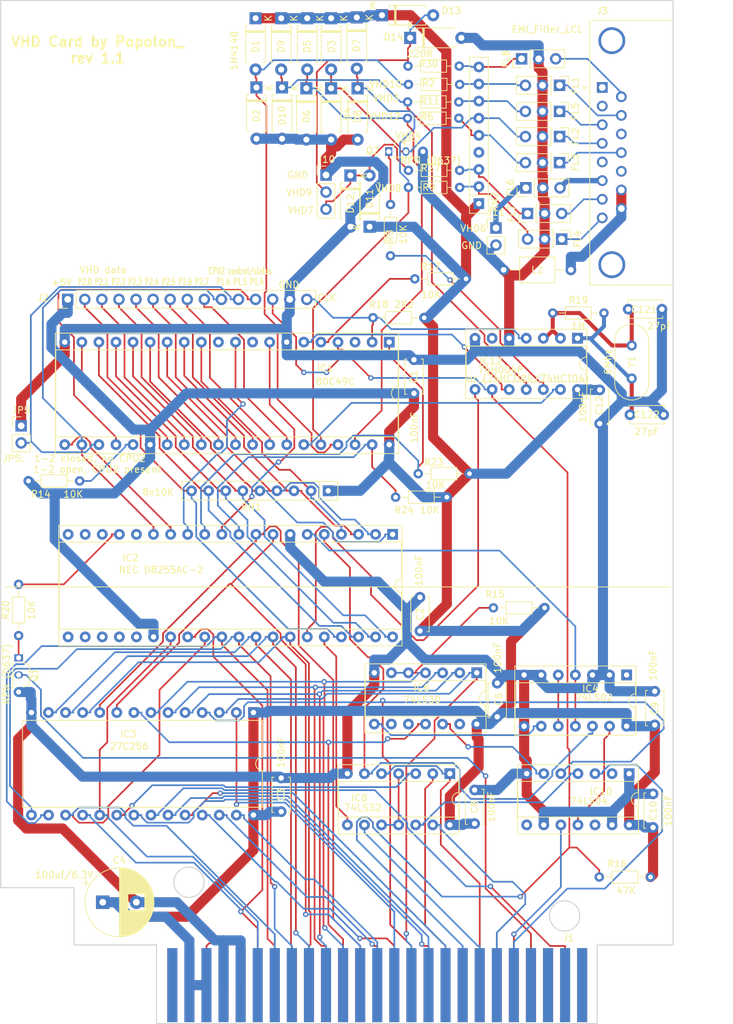
<source format=kicad_pcb>
(kicad_pcb (version 20171130) (host pcbnew "(5.1.5)-3")
  (layers (0 F.Cu signal) (31 B.Cu signal) (34 B.Paste user) (35 F.Paste user) (36 B.SilkS user) (37 F.SilkS user) (38 B.Mask user) (39 F.Mask user) (44 Edge.Cuts user))
  (net 0 "")
  (net 1 A6)
  (net 2 A2)
  (net 3 A4)
  (net 4 5V)
  (net 5 GND)
  (net 6 A5)
  (net 7 A3)
  (net 8 A7)
  (net 9 CLK)
  (net 10 BUSDIR)
  (net 11 "Net-(C121-Pad1)")
  (net 12 "Net-(C122-Pad1)")
  (net 13 "Net-(D1-Pad2)")
  (net 14 VHD4PULLUP)
  (net 15 "Net-(D5-Pad2)")
  (net 16 "Net-(D7-Pad2)")
  (net 17 "Net-(D10-Pad1)")
  (net 18 VHD10PULLUP)
  (net 19 VHD10)
  (net 20 VHD4)
  (net 21 VHD12PULLUP)
  (net 22 VHD12)
  (net 23 VHD8PULLUP)
  (net 24 VHD8)
  (net 25 VHD3PULLUP)
  (net 26 VHD3)
  (net 27 "Net-(FL6-Pad3)")
  (net 28 "Net-(FL7-Pad3)")
  (net 29 T1_PC7)
  (net 30 "Net-(IC1-Pad19)")
  (net 31 "Net-(IC1-Pad18)")
  (net 32 "Net-(IC1-Pad17)")
  (net 33 "Net-(IC1-Pad16)")
  (net 34 "Net-(IC1-Pad35)")
  (net 35 "Net-(IC1-Pad15)")
  (net 36 "Net-(IC1-Pad14)")
  (net 37 "Net-(IC1-Pad13)")
  (net 38 "Net-(IC1-Pad12)")
  (net 39 WR_PC4)
  (net 40 RD_PC6)
  (net 41 "Net-(IC1-Pad6)")
  (net 42 "Net-(IC1-Pad25)")
  (net 43 "Net-(IC1-Pad5)")
  (net 44 P2.0_PC0)
  (net 45 T0_PC5)
  (net 46 "Net-(IC2-Pad17)")
  (net 47 "Net-(IC2-Pad36)")
  (net 48 "Net-(IC12-Pad8)")
  (net 49 "Net-(IC2-Pad6)")
  (net 50 "Net-(IC2-Pad5)")
  (net 51 "Net-(IC3-Pad20)")
  (net 52 "Net-(IC6-Pad5)")
  (net 53 "Net-(IC10-Pad6)")
  (net 54 IOE_)
  (net 55 "Net-(IC10-Pad4)")
  (net 56 RD_)
  (net 57 "Net-(IC8-Pad10)")
  (net 58 WR_)
  (net 59 "Net-(IC10-Pad11)")
  (net 60 LIR_)
  (net 61 "Net-(IC12-Pad12)")
  (net 62 "Net-(J1-Pad44)")
  (net 63 "Net-(J3-Pad14)")
  (net 64 "Net-(Q1-Pad1)")
  (net 65 "Net-(Q2-Pad1)")
  (net 66 RESET_)
  (net 67 D0)
  (net 68 D1)
  (net 69 D2)
  (net 70 D3)
  (net 71 D4)
  (net 72 D5)
  (net 73 A0)
  (net 74 D6)
  (net 75 A1)
  (net 76 D7)
  (net 77 A14)
  (net 78 A13)
  (net 79 A8)
  (net 80 A9)
  (net 81 A11)
  (net 82 SLOT_)
  (net 83 A10)
  (net 84 A12)
  (net 85 A15)
  (net 86 INT01_)
  (net 87 "Net-(IC4-Pad10)")
  (net 88 "Net-(IC4-Pad9)")
  (net 89 VHD9)
  (net 90 P1.7_CPU2_P2.7)
  (net 91 P1.6_CPU2_P2.6)
  (net 92 P1.5_CPU2_P2.5)
  (net 93 P1.4_CPU2_P2.4)
  (net 94 P1.3_CPU2_P2.3)
  (net 95 P1.2_CPU2_P2.2)
  (net 96 P1.1_CPU2_P2.1)
  (net 97 P1.0_CPU2_P2.0)
  (net 98 P2.3_CPU2_P1.4)
  (net 99 P2.2_CPU2_P1.5)
  (net 100 P7)
  (net 101 P9)
  (net 102 P6)
  (net 103 VHD7PULLUP)
  (net 104 VHD9PULLUP)
  (net 105 CPU2_P1.6)
  (module Connector_PinHeader_2.54mm:PinHeader_1x02_P2.54mm_Vertical (layer F.Cu) (at 144.653 51.4985)
    (fp_text reference J11 (at 0 -2.33) (layer F.SilkS))
    (fp_text value CONN_01x02)
    (pad 2 thru_hole oval (at 0 2.54) (size 1.7 1.7) (drill 1) (layers *.Cu *.Mask) (net 5 GND))
    (pad 1 thru_hole rect (at 0 0) (size 1.7 1.7) (drill 1) (layers *.Cu *.Mask) (net 102 P6))
  )
  (module Connector_PinHeader_2.54mm:PinHeader_1x03_P2.54mm_Vertical (layer F.Cu) (at 119.38 43.6245)
    (fp_text reference J10 (at 0 -2.33) (layer F.SilkS))
    (fp_text value CONN_01x03)
    (pad 3 thru_hole oval (at 0 5.08) (size 1.7 1.7) (drill 1) (layers *.Cu *.Mask) (net 100 P7))
    (pad 2 thru_hole oval (at 0 2.54) (size 1.7 1.7) (drill 1) (layers *.Cu *.Mask) (net 101 P9))
    (pad 1 thru_hole rect (at 0 0) (size 1.7 1.7) (drill 1) (layers *.Cu *.Mask) (net 5 GND))
  )
  (module Connector_PinHeader_2.54mm:PinHeader_1x15_P2.54mm_Vertical (layer F.Cu) (at 80.9625 62.103 90)
    (fp_text reference J2 (at 0.1905 -3.683 180) (layer F.SilkS))
    (fp_text value CONN_01x15)
    (pad 15 thru_hole oval (at 0 35.56 90) (size 1.7 1.7) (drill 1) (layers *.Cu *.Mask) (net 9 CLK))
    (pad 14 thru_hole oval (at 0 33.02 90) (size 1.7 1.7) (drill 1) (layers *.Cu *.Mask) (net 5 GND))
    (pad 13 thru_hole oval (at 0 30.48 90) (size 1.7 1.7) (drill 1) (layers *.Cu *.Mask) (net 66 RESET_))
    (pad 12 thru_hole oval (at 0 27.94 90) (size 1.7 1.7) (drill 1) (layers *.Cu *.Mask) (net 98 P2.3_CPU2_P1.4))
    (pad 11 thru_hole oval (at 0 25.4 90) (size 1.7 1.7) (drill 1) (layers *.Cu *.Mask) (net 99 P2.2_CPU2_P1.5))
    (pad 10 thru_hole oval (at 0 22.86 90) (size 1.7 1.7) (drill 1) (layers *.Cu *.Mask) (net 105 CPU2_P1.6))
    (pad 9 thru_hole oval (at 0 20.32 90) (size 1.7 1.7) (drill 1) (layers *.Cu *.Mask) (net 90 P1.7_CPU2_P2.7))
    (pad 8 thru_hole oval (at 0 17.78 90) (size 1.7 1.7) (drill 1) (layers *.Cu *.Mask) (net 91 P1.6_CPU2_P2.6))
    (pad 7 thru_hole oval (at 0 15.24 90) (size 1.7 1.7) (drill 1) (layers *.Cu *.Mask) (net 92 P1.5_CPU2_P2.5))
    (pad 6 thru_hole oval (at 0 12.7 90) (size 1.7 1.7) (drill 1) (layers *.Cu *.Mask) (net 93 P1.4_CPU2_P2.4))
    (pad 5 thru_hole oval (at 0 10.16 90) (size 1.7 1.7) (drill 1) (layers *.Cu *.Mask) (net 94 P1.3_CPU2_P2.3))
    (pad 4 thru_hole oval (at 0 7.62 90) (size 1.7 1.7) (drill 1) (layers *.Cu *.Mask) (net 95 P1.2_CPU2_P2.2))
    (pad 3 thru_hole oval (at 0 5.08 90) (size 1.7 1.7) (drill 1) (layers *.Cu *.Mask) (net 96 P1.1_CPU2_P2.1))
    (pad 2 thru_hole oval (at 0 2.54 90) (size 1.7 1.7) (drill 1) (layers *.Cu *.Mask) (net 97 P1.0_CPU2_P2.0))
    (pad 1 thru_hole rect (at 0 0 90) (size 1.7 1.7) (drill 1) (layers *.Cu *.Mask) (net 4 5V))
  )
  (module Resistor_THT:R_Axial_DIN0204_L3.6mm_D1.6mm_P7.62mm_Horizontal (layer F.Cu) (at 131.572 27.432)
    (fp_text reference R30 (at 3.048 -0.3175) (layer F.SilkS))
    (fp_text value 220R)
    (pad 2 thru_hole oval (at 7.62 0) (size 1.4 1.4) (drill 0.7) (layers *.Cu *.Mask) (net 104 VHD9PULLUP))
    (pad 1 thru_hole circle (at 0 0) (size 1.4 1.4) (drill 0.7) (layers *.Cu *.Mask) (net 101 P9))
  )
  (module Resistor_THT:R_Axial_DIN0204_L3.6mm_D1.6mm_P7.62mm_Horizontal (layer F.Cu) (at 131.636 42.926)
    (fp_text reference R27 (at 3.3015 -0.3175) (layer F.SilkS))
    (fp_text value 220R)
    (pad 2 thru_hole oval (at 7.62 0) (size 1.4 1.4) (drill 0.7) (layers *.Cu *.Mask) (net 103 VHD7PULLUP))
    (pad 1 thru_hole circle (at 0 0) (size 1.4 1.4) (drill 0.7) (layers *.Cu *.Mask) (net 100 P7))
  )
  (module Connector_PinHeader_2.54mm:PinHeader_1x02_P2.54mm_Vertical (layer F.Cu) (at 74.041 80.899)
    (fp_text reference JP5 (at 0 -2.33) (layer F.SilkS))
    (fp_text value Jumper)
    (pad 2 thru_hole oval (at 0 2.54) (size 1.7 1.7) (drill 1) (layers *.Cu *.Mask) (net 99 P2.2_CPU2_P1.5))
    (pad 1 thru_hole rect (at 0 0) (size 1.7 1.7) (drill 1) (layers *.Cu *.Mask) (net 5 GND))
  )
  (module Connector_PinHeader_2.54mm:PinHeader_1x03_P2.54mm_Vertical (layer F.Cu) (at 148.463 26.3525 90)
    (fp_text reference FL8 (at 0 -2.33 90) (layer F.SilkS))
    (fp_text value EMI_Filter_LCL (at 4.3815 3.81 180) (layer F.SilkS))
    (pad 3 thru_hole oval (at 0 5.08 90) (size 1.7 1.7) (drill 1) (layers *.Cu *.Mask) (net 89 VHD9))
    (pad 2 thru_hole oval (at 0 2.54 90) (size 1.7 1.7) (drill 1) (layers *.Cu *.Mask) (net 5 GND))
    (pad 1 thru_hole rect (at 0 0 90) (size 1.7 1.7) (drill 1) (layers *.Cu *.Mask) (net 104 VHD9PULLUP))
  )
  (module Diode_THT:D_A-405_P7.62mm_Horizontal (layer F.Cu) (at 131.89 23.241)
    (fp_text reference D14 (at -2.477 -0.127) (layer F.SilkS))
    (fp_text value D)
    (fp_text user K (at 0 -1.9) (layer F.SilkS))
    (pad 2 thru_hole oval (at 7.62 0) (size 1.8 1.8) (drill 0.9) (layers *.Cu *.Mask) (net 5 GND))
    (pad 1 thru_hole rect (at 0 0) (size 1.8 1.8) (drill 0.9) (layers *.Cu *.Mask) (net 101 P9))
  )
  (module Diode_THT:D_A-405_P7.62mm_Horizontal (layer F.Cu) (at 127.698 19.8755)
    (fp_text reference D13 (at 10.351 -0.6985) (layer F.SilkS))
    (fp_text value D)
    (fp_text user K (at -1.333 -1.397) (layer F.SilkS))
    (pad 2 thru_hole oval (at 7.62 0) (size 1.8 1.8) (drill 0.9) (layers *.Cu *.Mask) (net 101 P9))
    (pad 1 thru_hole rect (at 0 0) (size 1.8 1.8) (drill 0.9) (layers *.Cu *.Mask) (net 4 5V))
  )
  (module Diode_THT:D_A-405_P7.62mm_Horizontal (layer F.Cu) (at 123 43.688 270)
    (fp_text reference D12 (at 4.191 0.0005 90) (layer F.SilkS))
    (fp_text value 1N4148)
    (fp_text user K (at 0 -1.9 90) (layer F.SilkS))
    (pad 2 thru_hole oval (at 7.62 0 270) (size 1.8 1.8) (drill 0.9) (layers *.Cu *.Mask) (net 5 GND))
    (pad 1 thru_hole rect (at 0 0 270) (size 1.8 1.8) (drill 0.9) (layers *.Cu *.Mask) (net 100 P7))
  )
  (module Diode_THT:D_A-405_P7.62mm_Horizontal (layer F.Cu) (at 125.857 51.308 90)
    (fp_text reference D11 (at 4.191 0 90) (layer F.SilkS))
    (fp_text value 1N4148)
    (fp_text user K (at 0 -1.9 90) (layer F.SilkS))
    (pad 2 thru_hole oval (at 7.62 0 90) (size 1.8 1.8) (drill 0.9) (layers *.Cu *.Mask) (net 100 P7))
    (pad 1 thru_hole rect (at 0 0 90) (size 1.8 1.8) (drill 0.9) (layers *.Cu *.Mask) (net 4 5V))
  )
  (module Package_DIP:DIP-40_W15.24mm_Socket (layer F.Cu) (at 128.778 68.453 270)
    (fp_text reference IC1 (at 3.8735 9.525 180) (layer F.SilkS))
    (fp_text value 80C49C (at 5.842 8.001 180) (layer F.SilkS))
    (pad 40 thru_hole oval (at 15.24 0 270) (size 1.6 1.6) (drill 0.8) (layers *.Cu *.Mask) (net 4 5V))
    (pad 20 thru_hole oval (at 0 48.26 270) (size 1.6 1.6) (drill 0.8) (layers *.Cu *.Mask) (net 5 GND))
    (pad 39 thru_hole oval (at 15.24 2.54 270) (size 1.6 1.6) (drill 0.8) (layers *.Cu *.Mask) (net 29 T1_PC7))
    (pad 19 thru_hole oval (at 0 45.72 270) (size 1.6 1.6) (drill 0.8) (layers *.Cu *.Mask) (net 30 "Net-(IC1-Pad19)"))
    (pad 38 thru_hole oval (at 15.24 5.08 270) (size 1.6 1.6) (drill 0.8) (layers *.Cu *.Mask) (net 15 "Net-(D5-Pad2)"))
    (pad 18 thru_hole oval (at 0 43.18 270) (size 1.6 1.6) (drill 0.8) (layers *.Cu *.Mask) (net 31 "Net-(IC1-Pad18)"))
    (pad 37 thru_hole oval (at 15.24 7.62 270) (size 1.6 1.6) (drill 0.8) (layers *.Cu *.Mask) (net 13 "Net-(D1-Pad2)"))
    (pad 17 thru_hole oval (at 0 40.64 270) (size 1.6 1.6) (drill 0.8) (layers *.Cu *.Mask) (net 32 "Net-(IC1-Pad17)"))
    (pad 36 thru_hole oval (at 15.24 10.16 270) (size 1.6 1.6) (drill 0.8) (layers *.Cu *.Mask) (net 16 "Net-(D7-Pad2)"))
    (pad 16 thru_hole oval (at 0 38.1 270) (size 1.6 1.6) (drill 0.8) (layers *.Cu *.Mask) (net 33 "Net-(IC1-Pad16)"))
    (pad 35 thru_hole oval (at 15.24 12.7 270) (size 1.6 1.6) (drill 0.8) (layers *.Cu *.Mask) (net 34 "Net-(IC1-Pad35)"))
    (pad 15 thru_hole oval (at 0 35.56 270) (size 1.6 1.6) (drill 0.8) (layers *.Cu *.Mask) (net 35 "Net-(IC1-Pad15)"))
    (pad 34 thru_hole oval (at 15.24 15.24 270) (size 1.6 1.6) (drill 0.8) (layers *.Cu *.Mask) (net 90 P1.7_CPU2_P2.7))
    (pad 14 thru_hole oval (at 0 33.02 270) (size 1.6 1.6) (drill 0.8) (layers *.Cu *.Mask) (net 36 "Net-(IC1-Pad14)"))
    (pad 33 thru_hole oval (at 15.24 17.78 270) (size 1.6 1.6) (drill 0.8) (layers *.Cu *.Mask) (net 91 P1.6_CPU2_P2.6))
    (pad 13 thru_hole oval (at 0 30.48 270) (size 1.6 1.6) (drill 0.8) (layers *.Cu *.Mask) (net 37 "Net-(IC1-Pad13)"))
    (pad 32 thru_hole oval (at 15.24 20.32 270) (size 1.6 1.6) (drill 0.8) (layers *.Cu *.Mask) (net 92 P1.5_CPU2_P2.5))
    (pad 12 thru_hole oval (at 0 27.94 270) (size 1.6 1.6) (drill 0.8) (layers *.Cu *.Mask) (net 38 "Net-(IC1-Pad12)"))
    (pad 31 thru_hole oval (at 15.24 22.86 270) (size 1.6 1.6) (drill 0.8) (layers *.Cu *.Mask) (net 93 P1.4_CPU2_P2.4))
    (pad 11 thru_hole oval (at 0 25.4 270) (size 1.6 1.6) (drill 0.8) (layers *.Cu *.Mask))
    (pad 30 thru_hole oval (at 15.24 25.4 270) (size 1.6 1.6) (drill 0.8) (layers *.Cu *.Mask) (net 94 P1.3_CPU2_P2.3))
    (pad 10 thru_hole oval (at 0 22.86 270) (size 1.6 1.6) (drill 0.8) (layers *.Cu *.Mask) (net 39 WR_PC4))
    (pad 29 thru_hole oval (at 15.24 27.94 270) (size 1.6 1.6) (drill 0.8) (layers *.Cu *.Mask) (net 95 P1.2_CPU2_P2.2))
    (pad 9 thru_hole oval (at 0 20.32 270) (size 1.6 1.6) (drill 0.8) (layers *.Cu *.Mask))
    (pad 28 thru_hole oval (at 15.24 30.48 270) (size 1.6 1.6) (drill 0.8) (layers *.Cu *.Mask) (net 96 P1.1_CPU2_P2.1))
    (pad 8 thru_hole oval (at 0 17.78 270) (size 1.6 1.6) (drill 0.8) (layers *.Cu *.Mask) (net 40 RD_PC6))
    (pad 27 thru_hole oval (at 15.24 33.02 270) (size 1.6 1.6) (drill 0.8) (layers *.Cu *.Mask) (net 97 P1.0_CPU2_P2.0))
    (pad 7 thru_hole oval (at 0 15.24 270) (size 1.6 1.6) (drill 0.8) (layers *.Cu *.Mask) (net 5 GND))
    (pad 26 thru_hole oval (at 15.24 35.56 270) (size 1.6 1.6) (drill 0.8) (layers *.Cu *.Mask) (net 4 5V))
    (pad 6 thru_hole oval (at 0 12.7 270) (size 1.6 1.6) (drill 0.8) (layers *.Cu *.Mask) (net 41 "Net-(IC1-Pad6)"))
    (pad 25 thru_hole oval (at 15.24 38.1 270) (size 1.6 1.6) (drill 0.8) (layers *.Cu *.Mask) (net 42 "Net-(IC1-Pad25)"))
    (pad 5 thru_hole oval (at 0 10.16 270) (size 1.6 1.6) (drill 0.8) (layers *.Cu *.Mask) (net 43 "Net-(IC1-Pad5)"))
    (pad 24 thru_hole oval (at 15.24 40.64 270) (size 1.6 1.6) (drill 0.8) (layers *.Cu *.Mask) (net 98 P2.3_CPU2_P1.4))
    (pad 4 thru_hole oval (at 0 7.62 270) (size 1.6 1.6) (drill 0.8) (layers *.Cu *.Mask) (net 66 RESET_))
    (pad 23 thru_hole oval (at 15.24 43.18 270) (size 1.6 1.6) (drill 0.8) (layers *.Cu *.Mask) (net 99 P2.2_CPU2_P1.5))
    (pad 3 thru_hole oval (at 0 5.08 270) (size 1.6 1.6) (drill 0.8) (layers *.Cu *.Mask))
    (pad 22 thru_hole oval (at 15.24 45.72 270) (size 1.6 1.6) (drill 0.8) (layers *.Cu *.Mask) (net 105 CPU2_P1.6))
    (pad 2 thru_hole oval (at 0 2.54 270) (size 1.6 1.6) (drill 0.8) (layers *.Cu *.Mask) (net 9 CLK))
    (pad 21 thru_hole oval (at 15.24 48.26 270) (size 1.6 1.6) (drill 0.8) (layers *.Cu *.Mask) (net 44 P2.0_PC0))
    (pad 1 thru_hole rect (at 0 0 270) (size 1.6 1.6) (drill 0.8) (layers *.Cu *.Mask) (net 45 T0_PC5))
  )
  (module Crystal:Crystal_HC18-U_Vertical (layer F.Cu) (at 164.846 68.961 270)
    (fp_text reference Y1 (at 2.413 0 90) (layer F.SilkS))
    (fp_text value 6Mhz (at 2.45 3.525 90) (layer F.SilkS))
    (pad 2 thru_hole circle (at 4.9 0 270) (size 1.5 1.5) (drill 0.8) (layers *.Cu *.Mask) (net 12 "Net-(C122-Pad1)"))
    (pad 1 thru_hole circle (at 0 0 270) (size 1.5 1.5) (drill 0.8) (layers *.Cu *.Mask) (net 11 "Net-(C121-Pad1)"))
  )
  (module Resistor_THT:R_Array_SIP9 (layer F.Cu) (at 142.113 47.879 90)
    (fp_text reference RN2 (at 0.254 2.3495 90) (layer F.SilkS))
    (fp_text value 8x4K7)
    (pad 9 thru_hole oval (at 20.32 0 90) (size 1.6 1.6) (drill 0.8) (layers *.Cu *.Mask) (net 104 VHD9PULLUP))
    (pad 8 thru_hole oval (at 17.78 0 90) (size 1.6 1.6) (drill 0.8) (layers *.Cu *.Mask) (net 18 VHD10PULLUP))
    (pad 7 thru_hole oval (at 15.24 0 90) (size 1.6 1.6) (drill 0.8) (layers *.Cu *.Mask) (net 25 VHD3PULLUP))
    (pad 6 thru_hole oval (at 12.7 0 90) (size 1.6 1.6) (drill 0.8) (layers *.Cu *.Mask) (net 14 VHD4PULLUP))
    (pad 5 thru_hole oval (at 10.16 0 90) (size 1.6 1.6) (drill 0.8) (layers *.Cu *.Mask) (net 21 VHD12PULLUP))
    (pad 4 thru_hole oval (at 7.62 0 90) (size 1.6 1.6) (drill 0.8) (layers *.Cu *.Mask))
    (pad 3 thru_hole oval (at 5.08 0 90) (size 1.6 1.6) (drill 0.8) (layers *.Cu *.Mask) (net 103 VHD7PULLUP))
    (pad 2 thru_hole oval (at 2.54 0 90) (size 1.6 1.6) (drill 0.8) (layers *.Cu *.Mask) (net 23 VHD8PULLUP))
    (pad 1 thru_hole rect (at 0 0 90) (size 1.6 1.6) (drill 0.8) (layers *.Cu *.Mask) (net 4 5V))
  )
  (module Resistor_THT:R_Array_SIP9 (layer F.Cu) (at 119.698 90.551 180)
    (fp_text reference RN1 (at 11.43 -2.4) (layer F.SilkS))
    (fp_text value 8x10K (at 25.2735 -0.1905) (layer F.SilkS))
    (pad 9 thru_hole oval (at 20.32 0 180) (size 1.6 1.6) (drill 0.8) (layers *.Cu *.Mask) (net 30 "Net-(IC1-Pad19)"))
    (pad 8 thru_hole oval (at 17.78 0 180) (size 1.6 1.6) (drill 0.8) (layers *.Cu *.Mask) (net 31 "Net-(IC1-Pad18)"))
    (pad 7 thru_hole oval (at 15.24 0 180) (size 1.6 1.6) (drill 0.8) (layers *.Cu *.Mask) (net 32 "Net-(IC1-Pad17)"))
    (pad 6 thru_hole oval (at 12.7 0 180) (size 1.6 1.6) (drill 0.8) (layers *.Cu *.Mask) (net 33 "Net-(IC1-Pad16)"))
    (pad 5 thru_hole oval (at 10.16 0 180) (size 1.6 1.6) (drill 0.8) (layers *.Cu *.Mask) (net 35 "Net-(IC1-Pad15)"))
    (pad 4 thru_hole oval (at 7.62 0 180) (size 1.6 1.6) (drill 0.8) (layers *.Cu *.Mask) (net 36 "Net-(IC1-Pad14)"))
    (pad 3 thru_hole oval (at 5.08 0 180) (size 1.6 1.6) (drill 0.8) (layers *.Cu *.Mask) (net 37 "Net-(IC1-Pad13)"))
    (pad 2 thru_hole oval (at 2.54 0 180) (size 1.6 1.6) (drill 0.8) (layers *.Cu *.Mask) (net 38 "Net-(IC1-Pad12)"))
    (pad 1 thru_hole rect (at 0 0 180) (size 1.6 1.6) (drill 0.8) (layers *.Cu *.Mask) (net 4 5V))
  )
  (module Resistor_THT:R_Axial_DIN0204_L3.6mm_D1.6mm_P7.62mm_Horizontal (layer F.Cu) (at 137.35 91.5035 180)
    (fp_text reference R24 (at 6.3495 -1.905) (layer F.SilkS))
    (fp_text value 10K (at 2.5395 -1.905) (layer F.SilkS))
    (pad 2 thru_hole oval (at 7.62 0 180) (size 1.4 1.4) (drill 0.7) (layers *.Cu *.Mask) (net 29 T1_PC7))
    (pad 1 thru_hole circle (at 0 0 180) (size 1.4 1.4) (drill 0.7) (layers *.Cu *.Mask) (net 4 5V))
  )
  (module Resistor_THT:R_Axial_DIN0204_L3.6mm_D1.6mm_P7.62mm_Horizontal (layer F.Cu) (at 140.716 88.011 180)
    (fp_text reference R23 (at 5.334 1.7145) (layer F.SilkS))
    (fp_text value 10K (at 5.08 -1.7145) (layer F.SilkS))
    (pad 2 thru_hole oval (at 7.62 0 180) (size 1.4 1.4) (drill 0.7) (layers *.Cu *.Mask) (net 45 T0_PC5))
    (pad 1 thru_hole circle (at 0 0 180) (size 1.4 1.4) (drill 0.7) (layers *.Cu *.Mask) (net 4 5V))
  )
  (module Resistor_THT:R_Axial_DIN0204_L3.6mm_D1.6mm_P7.62mm_Horizontal (layer F.Cu) (at 73.66 112.078 90)
    (fp_text reference R20 (at 3.81 -1.92 90) (layer F.SilkS))
    (fp_text value 10K (at 3.81 1.92 90) (layer F.SilkS))
    (pad 2 thru_hole oval (at 7.62 0 90) (size 1.4 1.4) (drill 0.7) (layers *.Cu *.Mask) (net 46 "Net-(IC2-Pad17)"))
    (pad 1 thru_hole circle (at 0 0 90) (size 1.4 1.4) (drill 0.7) (layers *.Cu *.Mask) (net 64 "Net-(Q1-Pad1)"))
  )
  (module Resistor_THT:R_Axial_DIN0204_L3.6mm_D1.6mm_P7.62mm_Horizontal (layer F.Cu) (at 153.098 64.135)
    (fp_text reference R19 (at 3.81 -1.92) (layer F.SilkS))
    (fp_text value 1M (at 3.81 1.92) (layer F.SilkS))
    (pad 2 thru_hole oval (at 7.62 0) (size 1.4 1.4) (drill 0.7) (layers *.Cu *.Mask) (net 12 "Net-(C122-Pad1)"))
    (pad 1 thru_hole circle (at 0 0) (size 1.4 1.4) (drill 0.7) (layers *.Cu *.Mask) (net 11 "Net-(C121-Pad1)"))
  )
  (module Resistor_THT:R_Axial_DIN0204_L3.6mm_D1.6mm_P7.62mm_Horizontal (layer F.Cu) (at 133.985 64.8335 180)
    (fp_text reference R18 (at 6.731 1.9685) (layer F.SilkS))
    (fp_text value 2K2 (at 2.9845 1.9685) (layer F.SilkS))
    (pad 2 thru_hole oval (at 7.62 0 180) (size 1.4 1.4) (drill 0.7) (layers *.Cu *.Mask) (net 9 CLK))
    (pad 1 thru_hole circle (at 0 0 180) (size 1.4 1.4) (drill 0.7) (layers *.Cu *.Mask) (net 4 5V))
  )
  (module Resistor_THT:R_Axial_DIN0204_L3.6mm_D1.6mm_P7.62mm_Horizontal (layer F.Cu) (at 140.208 59.055 180)
    (fp_text reference R17 (at 5.2705 1.8415) (layer F.SilkS))
    (fp_text value 10K (at 5.207 -2.3495) (layer F.SilkS))
    (pad 2 thru_hole oval (at 7.62 0 180) (size 1.4 1.4) (drill 0.7) (layers *.Cu *.Mask) (net 43 "Net-(IC1-Pad5)"))
    (pad 1 thru_hole circle (at 0 0 180) (size 1.4 1.4) (drill 0.7) (layers *.Cu *.Mask) (net 4 5V))
  )
  (module Resistor_THT:R_Axial_DIN0204_L3.6mm_D1.6mm_P7.62mm_Horizontal (layer F.Cu) (at 167.64 147.955 180)
    (fp_text reference R16 (at 4.953 1.9685) (layer F.SilkS))
    (fp_text value 47K (at 3.6195 -2.032) (layer F.SilkS))
    (pad 2 thru_hole oval (at 7.62 0 180) (size 1.4 1.4) (drill 0.7) (layers *.Cu *.Mask) (net 66 RESET_))
    (pad 1 thru_hole circle (at 0 0 180) (size 1.4 1.4) (drill 0.7) (layers *.Cu *.Mask) (net 4 5V))
  )
  (module Resistor_THT:R_Axial_DIN0204_L3.6mm_D1.6mm_P7.62mm_Horizontal (layer F.Cu) (at 151.892 107.95 180)
    (fp_text reference R15 (at 7.366 2.032) (layer F.SilkS))
    (fp_text value 10K (at 6.7945 -1.9685) (layer F.SilkS))
    (pad 2 thru_hole oval (at 7.62 0 180) (size 1.4 1.4) (drill 0.7) (layers *.Cu *.Mask) (net 52 "Net-(IC6-Pad5)"))
    (pad 1 thru_hole circle (at 0 0 180) (size 1.4 1.4) (drill 0.7) (layers *.Cu *.Mask) (net 4 5V))
  )
  (module Resistor_THT:R_Axial_DIN0204_L3.6mm_D1.6mm_P7.62mm_Horizontal (layer F.Cu) (at 75.1205 89.0905)
    (fp_text reference R14 (at 1.8415 1.9685) (layer F.SilkS))
    (fp_text value 10K (at 6.6675 1.9685) (layer F.SilkS))
    (pad 2 thru_hole oval (at 7.62 0) (size 1.4 1.4) (drill 0.7) (layers *.Cu *.Mask) (net 42 "Net-(IC1-Pad25)"))
    (pad 1 thru_hole circle (at 0 0) (size 1.4 1.4) (drill 0.7) (layers *.Cu *.Mask) (net 4 5V))
  )
  (module Resistor_THT:R_Axial_DIN0204_L3.6mm_D1.6mm_P7.62mm_Horizontal (layer F.Cu) (at 139.128 32.766 180)
    (fp_text reference R11 (at 4.254 0.127) (layer F.SilkS))
    (fp_text value 220R)
    (pad 2 thru_hole oval (at 7.62 0 180) (size 1.4 1.4) (drill 0.7) (layers *.Cu *.Mask) (net 17 "Net-(D10-Pad1)"))
    (pad 1 thru_hole circle (at 0 0 180) (size 1.4 1.4) (drill 0.7) (layers *.Cu *.Mask) (net 25 VHD3PULLUP))
  )
  (module Resistor_THT:R_Axial_DIN0204_L3.6mm_D1.6mm_P7.62mm_Horizontal (layer F.Cu) (at 139.256 45.466 180)
    (fp_text reference R9 (at 4.5725 0) (layer F.SilkS))
    (fp_text value 220R)
    (pad 2 thru_hole oval (at 7.62 0 180) (size 1.4 1.4) (drill 0.7) (layers *.Cu *.Mask) (net 16 "Net-(D7-Pad2)"))
    (pad 1 thru_hole circle (at 0 0 180) (size 1.4 1.4) (drill 0.7) (layers *.Cu *.Mask) (net 23 VHD8PULLUP))
  )
  (module Resistor_THT:R_Axial_DIN0204_L3.6mm_D1.6mm_P7.62mm_Horizontal (layer F.Cu) (at 128.968 48.006 270)
    (fp_text reference R8 (at 4.699 0.1265 90) (layer F.SilkS))
    (fp_text value 10K (at 4.445 -1.9055 90) (layer F.SilkS))
    (pad 2 thru_hole oval (at 7.62 0 270) (size 1.4 1.4) (drill 0.7) (layers *.Cu *.Mask) (net 61 "Net-(IC12-Pad12)"))
    (pad 1 thru_hole circle (at 0 0 270) (size 1.4 1.4) (drill 0.7) (layers *.Cu *.Mask) (net 65 "Net-(Q2-Pad1)"))
  )
  (module Resistor_THT:R_Axial_DIN0204_L3.6mm_D1.6mm_P7.62mm_Horizontal (layer F.Cu) (at 139.128 35.179 180)
    (fp_text reference R6 (at 4.6985 0.1905) (layer F.SilkS))
    (fp_text value 220R)
    (pad 2 thru_hole oval (at 7.62 0 180) (size 1.4 1.4) (drill 0.7) (layers *.Cu *.Mask) (net 15 "Net-(D5-Pad2)"))
    (pad 1 thru_hole circle (at 0 0 180) (size 1.4 1.4) (drill 0.7) (layers *.Cu *.Mask) (net 21 VHD12PULLUP))
  )
  (module Resistor_THT:R_Axial_DIN0204_L3.6mm_D1.6mm_P7.62mm_Horizontal (layer F.Cu) (at 139.256 30.1625 180)
    (fp_text reference R2 (at 4.636 0.1905) (layer F.SilkS))
    (fp_text value 220R (at 5.906 4.572) (layer F.SilkS))
    (pad 2 thru_hole oval (at 7.62 0 180) (size 1.4 1.4) (drill 0.7) (layers *.Cu *.Mask) (net 13 "Net-(D1-Pad2)"))
    (pad 1 thru_hole circle (at 0 0 180) (size 1.4 1.4) (drill 0.7) (layers *.Cu *.Mask) (net 18 VHD10PULLUP))
  )
  (module Package_TO_SOT_THT:TO-92S_Wide (layer F.Cu) (at 128.714 40.132)
    (fp_text reference Q2 (at -2.4125 -0.127) (layer F.SilkS))
    (fp_text value "NPN (D637)" (at 6.2235 1.3335) (layer F.SilkS))
    (pad 1 thru_hole rect (at 0 0 180) (size 1.05 1.3) (drill 0.75) (layers *.Cu *.Mask) (net 65 "Net-(Q2-Pad1)"))
    (pad 3 thru_hole oval (at 5.08 0 180) (size 1.05 1.3) (drill 0.75) (layers *.Cu *.Mask) (net 5 GND))
    (pad 2 thru_hole oval (at 2.54 0 180) (size 1.05 1.3) (drill 0.75) (layers *.Cu *.Mask) (net 14 VHD4PULLUP))
  )
  (module Package_TO_SOT_THT:TO-92S_Wide (layer F.Cu) (at 73.66 115.38 270)
    (fp_text reference Q1 (at 2.54 -2.35 90) (layer F.SilkS))
    (fp_text value "NPN (D637)" (at 2.42 1.8 90) (layer F.SilkS))
    (pad 1 thru_hole rect (at 0 0 90) (size 1.05 1.3) (drill 0.75) (layers *.Cu *.Mask) (net 64 "Net-(Q1-Pad1)"))
    (pad 3 thru_hole oval (at 5.08 0 90) (size 1.05 1.3) (drill 0.75) (layers *.Cu *.Mask) (net 5 GND))
    (pad 2 thru_hole oval (at 2.54 0 90) (size 1.05 1.3) (drill 0.75) (layers *.Cu *.Mask) (net 86 INT01_))
  )
  (module Inductor_THT:L_Axial_L5.0mm_D3.6mm_P10.00mm_Horizontal_Murata_BL01RN1A2A2 (layer F.Cu) (at 145.796 57.7215)
    (fp_text reference L2 (at 5 0) (layer F.SilkS))
    (fp_text value L)
    (pad 2 thru_hole oval (at 10 0) (size 1.6 1.6) (drill 0.85) (layers *.Cu *.Mask) (net 63 "Net-(J3-Pad14)"))
    (pad 1 thru_hole circle (at 0 0) (size 1.6 1.6) (drill 0.85) (layers *.Cu *.Mask) (net 5 GND))
  )
  (module Connector_Dsub:DSUB-15_Female_Horizontal_P2.77x2.84mm_EdgePinOffset7.70mm_Housed_MountingHolesOffset9.12mm (layer F.Cu) (at 160.464 30.607 90)
    (fp_text reference J3 (at 11.3665 0.0005 180) (layer F.SilkS))
    (fp_text value DB15_Female)
    (pad 0 thru_hole circle (at 6.955 1.42 90) (size 4 4) (drill 3.2) (layers *.Cu *.Mask))
    (pad 0 thru_hole circle (at -26.345 1.42 90) (size 4 4) (drill 3.2) (layers *.Cu *.Mask))
    (pad 15 thru_hole circle (at -18.005 2.84 90) (size 1.6 1.6) (drill 1) (layers *.Cu *.Mask) (net 63 "Net-(J3-Pad14)"))
    (pad 14 thru_hole circle (at -15.235 2.84 90) (size 1.6 1.6) (drill 1) (layers *.Cu *.Mask) (net 63 "Net-(J3-Pad14)"))
    (pad 13 thru_hole circle (at -12.465 2.84 90) (size 1.6 1.6) (drill 1) (layers *.Cu *.Mask))
    (pad 12 thru_hole circle (at -9.695 2.84 90) (size 1.6 1.6) (drill 1) (layers *.Cu *.Mask) (net 22 VHD12))
    (pad 11 thru_hole circle (at -6.925 2.84 90) (size 1.6 1.6) (drill 1) (layers *.Cu *.Mask))
    (pad 10 thru_hole circle (at -4.155 2.84 90) (size 1.6 1.6) (drill 1) (layers *.Cu *.Mask) (net 19 VHD10))
    (pad 9 thru_hole circle (at -1.385 2.84 90) (size 1.6 1.6) (drill 1) (layers *.Cu *.Mask) (net 89 VHD9))
    (pad 8 thru_hole circle (at -19.39 0 90) (size 1.6 1.6) (drill 1) (layers *.Cu *.Mask) (net 24 VHD8))
    (pad 7 thru_hole circle (at -16.62 0 90) (size 1.6 1.6) (drill 1) (layers *.Cu *.Mask) (net 28 "Net-(FL7-Pad3)"))
    (pad 6 thru_hole circle (at -13.85 0 90) (size 1.6 1.6) (drill 1) (layers *.Cu *.Mask) (net 27 "Net-(FL6-Pad3)"))
    (pad 5 thru_hole circle (at -11.08 0 90) (size 1.6 1.6) (drill 1) (layers *.Cu *.Mask))
    (pad 4 thru_hole circle (at -8.31 0 90) (size 1.6 1.6) (drill 1) (layers *.Cu *.Mask) (net 20 VHD4))
    (pad 3 thru_hole circle (at -5.54 0 90) (size 1.6 1.6) (drill 1) (layers *.Cu *.Mask) (net 26 VHD3))
    (pad 2 thru_hole circle (at -2.77 0 90) (size 1.6 1.6) (drill 1) (layers *.Cu *.Mask))
    (pad 1 thru_hole rect (at 0 0 90) (size 1.6 1.6) (drill 1) (layers *.Cu *.Mask))
  )
  (module "msx cartridge:msx_cartridge" (layer F.Cu) (at 127 164.148)
    (fp_text reference J1 (at 28.448 -7.112) (layer F.SilkS))
    (fp_text value Conn_02x25_Odd_Even)
    (pad 8 connect rect (at 22.86 -0.127) (size 1.5 11) (layers F.Cu F.Mask) (net 86 INT01_))
    (pad 6 connect rect (at 25.4 -0.127) (size 1.5 11) (layers F.Cu F.Mask))
    (pad 4 connect rect (at 27.94 -0.127) (size 1.5 11) (layers F.Cu F.Mask) (net 82 SLOT_))
    (pad 2 connect rect (at 30.48 -0.127) (size 1.5 11) (layers F.Cu F.Mask))
    (pad 10 connect rect (at 20.32 -0.127) (size 1.5 11) (layers F.Cu F.Mask) (net 10 BUSDIR))
    (pad 12 connect rect (at 17.78 -0.127) (size 1.5 11) (layers F.Cu F.Mask))
    (pad 14 connect rect (at 15.24 -0.127) (size 1.5 11) (layers F.Cu F.Mask) (net 56 RD_))
    (pad 16 connect rect (at 12.7 -0.127) (size 1.5 11) (layers F.Cu F.Mask))
    (pad 18 connect rect (at 10.16 -0.127) (size 1.5 11) (layers F.Cu F.Mask) (net 85 A15))
    (pad 20 connect rect (at 7.62 -0.127) (size 1.5 11) (layers F.Cu F.Mask) (net 83 A10))
    (pad 22 connect rect (at 5.08 -0.127) (size 1.5 11) (layers F.Cu F.Mask) (net 1 A6))
    (pad 24 connect rect (at 2.54 -0.127) (size 1.5 11) (layers F.Cu F.Mask) (net 79 A8))
    (pad 26 connect rect (at 0 -0.127) (size 1.5 11) (layers F.Cu F.Mask) (net 78 A13))
    (pad 28 connect rect (at -2.54 -0.127) (size 1.5 11) (layers F.Cu F.Mask) (net 73 A0))
    (pad 30 connect rect (at -5.08 -0.127) (size 1.5 11) (layers F.Cu F.Mask) (net 2 A2))
    (pad 32 connect rect (at -7.62 -0.127) (size 1.5 11) (layers F.Cu F.Mask) (net 3 A4))
    (pad 34 connect rect (at -10.16 -0.127) (size 1.5 11) (layers F.Cu F.Mask) (net 67 D0))
    (pad 36 connect rect (at -12.7 -0.127) (size 1.5 11) (layers F.Cu F.Mask) (net 69 D2))
    (pad 38 connect rect (at -15.24 -0.127) (size 1.5 11) (layers F.Cu F.Mask) (net 71 D4))
    (pad 40 connect rect (at -17.78 -0.127) (size 1.5 11) (layers F.Cu F.Mask) (net 74 D6))
    (pad 42 connect rect (at -20.32 -0.127) (size 1.5 11) (layers F.Cu F.Mask))
    (pad 44 connect rect (at -22.86 -0.52324) (size 1.5 11) (layers F.Cu F.Mask) (net 62 "Net-(J1-Pad44)"))
    (pad 46 connect rect (at -25.4 -0.127) (size 1.5 11) (layers F.Cu F.Mask) (net 62 "Net-(J1-Pad44)"))
    (pad 48 connect rect (at -27.94 -0.127) (size 1.5 11) (layers F.Cu F.Mask))
    (pad 50 connect rect (at -30.48 -0.127) (size 1.5 11) (layers F.Cu F.Mask))
    (pad 49 connect rect (at -30.48 -0.127) (size 1.5 11) (layers B.Cu B.Mask))
    (pad 47 connect rect (at -27.94 -0.127) (size 1.5 11) (layers B.Cu B.Mask) (net 4 5V))
    (pad 45 connect rect (at -25.4 -0.127) (size 1.5 11) (layers B.Cu B.Mask) (net 4 5V))
    (pad 43 connect rect (at -22.86 -0.127) (size 1.5 11) (layers B.Cu B.Mask) (net 5 GND))
    (pad 41 connect rect (at -20.32 -0.127) (size 1.5 11) (layers B.Cu B.Mask) (net 5 GND))
    (pad 39 connect rect (at -17.78 -0.127) (size 1.5 11) (layers B.Cu B.Mask) (net 76 D7))
    (pad 37 connect rect (at -15.24 -0.127) (size 1.5 11) (layers B.Cu B.Mask) (net 72 D5))
    (pad 35 connect rect (at -12.7 -0.127) (size 1.5 11) (layers B.Cu B.Mask) (net 70 D3))
    (pad 33 connect rect (at -10.16 -0.127) (size 1.5 11) (layers B.Cu B.Mask) (net 68 D1))
    (pad 31 connect rect (at -7.62 -0.127) (size 1.5 11) (layers B.Cu B.Mask) (net 6 A5))
    (pad 29 connect rect (at -5.08 -0.127) (size 1.5 11) (layers B.Cu B.Mask) (net 7 A3))
    (pad 27 connect rect (at -2.54 -0.127) (size 1.5 11) (layers B.Cu B.Mask) (net 75 A1))
    (pad 25 connect rect (at 0 -0.127) (size 1.5 11) (layers B.Cu B.Mask) (net 77 A14))
    (pad 23 connect rect (at 2.54 -0.127) (size 1.5 11) (layers B.Cu B.Mask) (net 84 A12))
    (pad 21 connect rect (at 5.08 -0.127) (size 1.5 11) (layers B.Cu B.Mask) (net 8 A7))
    (pad 19 connect rect (at 7.62 -0.127) (size 1.5 11) (layers B.Cu B.Mask) (net 81 A11))
    (pad 17 connect rect (at 10.16 -0.127) (size 1.5 11) (layers B.Cu B.Mask) (net 80 A9))
    (pad 15 connect rect (at 12.7 -0.127) (size 1.5 11) (layers B.Cu B.Mask) (net 66 RESET_))
    (pad 13 connect rect (at 15.24 -0.127) (size 1.5 11) (layers B.Cu B.Mask) (net 58 WR_))
    (pad 11 connect rect (at 17.78 -0.127) (size 1.5 11) (layers B.Cu B.Mask) (net 54 IOE_))
    (pad 9 connect rect (at 20.32 -0.127) (size 1.5 11) (layers B.Cu B.Mask) (net 60 LIR_))
    (pad 7 connect rect (at 22.86 -0.127) (size 1.5 11) (layers B.Cu B.Mask))
    (pad 5 connect rect (at 25.4 -0.127) (size 1.5 11) (layers B.Cu B.Mask))
    (pad 3 connect rect (at 27.94 -0.127) (size 1.5 11) (layers B.Cu B.Mask))
    (pad 1 connect rect (at 30.48 -0.127) (size 1.5 11) (layers B.Cu B.Mask))
  )
  (module Package_DIP:DIP-14_W7.62mm_Socket (layer F.Cu) (at 156.782 67.8815 270)
    (fp_text reference IC12 (at 3.3655 12.891 180) (layer F.SilkS))
    (fp_text value 74H004P (at 4.699 11.4305 180) (layer F.SilkS))
    (pad 14 thru_hole oval (at 7.62 0 270) (size 1.6 1.6) (drill 0.8) (layers *.Cu *.Mask) (net 4 5V))
    (pad 7 thru_hole oval (at 0 15.24 270) (size 1.6 1.6) (drill 0.8) (layers *.Cu *.Mask) (net 5 GND))
    (pad 13 thru_hole oval (at 7.62 2.54 270) (size 1.6 1.6) (drill 0.8) (layers *.Cu *.Mask) (net 34 "Net-(IC1-Pad35)"))
    (pad 6 thru_hole oval (at 0 12.7 270) (size 1.6 1.6) (drill 0.8) (layers *.Cu *.Mask))
    (pad 12 thru_hole oval (at 7.62 5.08 270) (size 1.6 1.6) (drill 0.8) (layers *.Cu *.Mask) (net 61 "Net-(IC12-Pad12)"))
    (pad 5 thru_hole oval (at 0 10.16 270) (size 1.6 1.6) (drill 0.8) (layers *.Cu *.Mask) (net 5 GND))
    (pad 11 thru_hole oval (at 7.62 7.62 270) (size 1.6 1.6) (drill 0.8) (layers *.Cu *.Mask) (net 17 "Net-(D10-Pad1)"))
    (pad 4 thru_hole oval (at 0 7.62 270) (size 1.6 1.6) (drill 0.8) (layers *.Cu *.Mask) (net 9 CLK))
    (pad 10 thru_hole oval (at 7.62 10.16 270) (size 1.6 1.6) (drill 0.8) (layers *.Cu *.Mask) (net 41 "Net-(IC1-Pad6)"))
    (pad 3 thru_hole oval (at 0 5.08 270) (size 1.6 1.6) (drill 0.8) (layers *.Cu *.Mask) (net 11 "Net-(C121-Pad1)"))
    (pad 9 thru_hole oval (at 7.62 12.7 270) (size 1.6 1.6) (drill 0.8) (layers *.Cu *.Mask) (net 66 RESET_))
    (pad 2 thru_hole oval (at 0 2.54 270) (size 1.6 1.6) (drill 0.8) (layers *.Cu *.Mask) (net 11 "Net-(C121-Pad1)"))
    (pad 8 thru_hole oval (at 7.62 15.24 270) (size 1.6 1.6) (drill 0.8) (layers *.Cu *.Mask) (net 48 "Net-(IC12-Pad8)"))
    (pad 1 thru_hole rect (at 0 0 270) (size 1.6 1.6) (drill 0.8) (layers *.Cu *.Mask) (net 12 "Net-(C122-Pad1)"))
  )
  (module Package_DIP:DIP-14_W7.62mm_Socket (layer F.Cu) (at 164.465 132.588 270)
    (fp_text reference IC10 (at 2.667 4.191 180) (layer F.SilkS))
    (fp_text value 74LS04 (at 4.064 5.969 180) (layer F.SilkS))
    (pad 14 thru_hole oval (at 7.62 0 270) (size 1.6 1.6) (drill 0.8) (layers *.Cu *.Mask) (net 4 5V))
    (pad 7 thru_hole oval (at 0 15.24 270) (size 1.6 1.6) (drill 0.8) (layers *.Cu *.Mask) (net 5 GND))
    (pad 13 thru_hole oval (at 7.62 2.54 270) (size 1.6 1.6) (drill 0.8) (layers *.Cu *.Mask) (net 5 GND))
    (pad 6 thru_hole oval (at 0 12.7 270) (size 1.6 1.6) (drill 0.8) (layers *.Cu *.Mask) (net 53 "Net-(IC10-Pad6)"))
    (pad 12 thru_hole oval (at 7.62 5.08 270) (size 1.6 1.6) (drill 0.8) (layers *.Cu *.Mask))
    (pad 5 thru_hole oval (at 0 10.16 270) (size 1.6 1.6) (drill 0.8) (layers *.Cu *.Mask) (net 1 A6))
    (pad 11 thru_hole oval (at 7.62 7.62 270) (size 1.6 1.6) (drill 0.8) (layers *.Cu *.Mask) (net 59 "Net-(IC10-Pad11)"))
    (pad 4 thru_hole oval (at 0 7.62 270) (size 1.6 1.6) (drill 0.8) (layers *.Cu *.Mask) (net 55 "Net-(IC10-Pad4)"))
    (pad 10 thru_hole oval (at 7.62 10.16 270) (size 1.6 1.6) (drill 0.8) (layers *.Cu *.Mask) (net 10 BUSDIR))
    (pad 3 thru_hole oval (at 0 5.08 270) (size 1.6 1.6) (drill 0.8) (layers *.Cu *.Mask) (net 60 LIR_))
    (pad 9 thru_hole oval (at 7.62 12.7 270) (size 1.6 1.6) (drill 0.8) (layers *.Cu *.Mask) (net 5 GND))
    (pad 2 thru_hole oval (at 0 2.54 270) (size 1.6 1.6) (drill 0.8) (layers *.Cu *.Mask))
    (pad 8 thru_hole oval (at 7.62 15.24 270) (size 1.6 1.6) (drill 0.8) (layers *.Cu *.Mask))
    (pad 1 thru_hole rect (at 0 0 270) (size 1.6 1.6) (drill 0.8) (layers *.Cu *.Mask) (net 5 GND))
  )
  (module Package_DIP:DIP-14_W7.62mm_Socket (layer F.Cu) (at 164.084 117.92 270)
    (fp_text reference IC4 (at 2.0315 5.3975 180) (layer F.SilkS))
    (fp_text value 74LS02 (at 3.365 4.826 180) (layer F.SilkS))
    (pad 14 thru_hole oval (at 7.62 0 270) (size 1.6 1.6) (drill 0.8) (layers *.Cu *.Mask) (net 4 5V))
    (pad 7 thru_hole oval (at 0 15.24 270) (size 1.6 1.6) (drill 0.8) (layers *.Cu *.Mask) (net 5 GND))
    (pad 13 thru_hole oval (at 7.62 2.54 270) (size 1.6 1.6) (drill 0.8) (layers *.Cu *.Mask) (net 59 "Net-(IC10-Pad11)"))
    (pad 6 thru_hole oval (at 0 12.7 270) (size 1.6 1.6) (drill 0.8) (layers *.Cu *.Mask) (net 5 GND))
    (pad 12 thru_hole oval (at 7.62 5.08 270) (size 1.6 1.6) (drill 0.8) (layers *.Cu *.Mask) (net 50 "Net-(IC2-Pad5)"))
    (pad 5 thru_hole oval (at 0 10.16 270) (size 1.6 1.6) (drill 0.8) (layers *.Cu *.Mask) (net 87 "Net-(IC4-Pad10)"))
    (pad 11 thru_hole oval (at 7.62 7.62 270) (size 1.6 1.6) (drill 0.8) (layers *.Cu *.Mask) (net 49 "Net-(IC2-Pad6)"))
    (pad 4 thru_hole oval (at 0 7.62 270) (size 1.6 1.6) (drill 0.8) (layers *.Cu *.Mask) (net 49 "Net-(IC2-Pad6)"))
    (pad 10 thru_hole oval (at 7.62 10.16 270) (size 1.6 1.6) (drill 0.8) (layers *.Cu *.Mask) (net 87 "Net-(IC4-Pad10)"))
    (pad 3 thru_hole oval (at 0 5.08 270) (size 1.6 1.6) (drill 0.8) (layers *.Cu *.Mask) (net 5 GND))
    (pad 9 thru_hole oval (at 7.62 12.7 270) (size 1.6 1.6) (drill 0.8) (layers *.Cu *.Mask) (net 88 "Net-(IC4-Pad9)"))
    (pad 2 thru_hole oval (at 0 2.54 270) (size 1.6 1.6) (drill 0.8) (layers *.Cu *.Mask) (net 5 GND))
    (pad 8 thru_hole oval (at 7.62 15.24 270) (size 1.6 1.6) (drill 0.8) (layers *.Cu *.Mask) (net 5 GND))
    (pad 1 thru_hole rect (at 0 0 270) (size 1.6 1.6) (drill 0.8) (layers *.Cu *.Mask))
  )
  (module Package_DIP:DIP-14_W7.62mm_Socket (layer F.Cu) (at 137.795 132.588 270)
    (fp_text reference IC8 (at 3.6195 13.462 180) (layer F.SilkS))
    (fp_text value 74LS32 (at 5.08 12.954 180) (layer F.SilkS))
    (pad 14 thru_hole oval (at 7.62 0 270) (size 1.6 1.6) (drill 0.8) (layers *.Cu *.Mask) (net 4 5V))
    (pad 7 thru_hole oval (at 0 15.24 270) (size 1.6 1.6) (drill 0.8) (layers *.Cu *.Mask) (net 5 GND))
    (pad 13 thru_hole oval (at 7.62 2.54 270) (size 1.6 1.6) (drill 0.8) (layers *.Cu *.Mask) (net 54 IOE_))
    (pad 6 thru_hole oval (at 0 12.7 270) (size 1.6 1.6) (drill 0.8) (layers *.Cu *.Mask) (net 50 "Net-(IC2-Pad5)"))
    (pad 12 thru_hole oval (at 7.62 5.08 270) (size 1.6 1.6) (drill 0.8) (layers *.Cu *.Mask) (net 55 "Net-(IC10-Pad4)"))
    (pad 5 thru_hole oval (at 0 10.16 270) (size 1.6 1.6) (drill 0.8) (layers *.Cu *.Mask) (net 56 RD_))
    (pad 11 thru_hole oval (at 7.62 7.62 270) (size 1.6 1.6) (drill 0.8) (layers *.Cu *.Mask) (net 57 "Net-(IC8-Pad10)"))
    (pad 4 thru_hole oval (at 0 7.62 270) (size 1.6 1.6) (drill 0.8) (layers *.Cu *.Mask) (net 57 "Net-(IC8-Pad10)"))
    (pad 10 thru_hole oval (at 7.62 10.16 270) (size 1.6 1.6) (drill 0.8) (layers *.Cu *.Mask) (net 57 "Net-(IC8-Pad10)"))
    (pad 3 thru_hole oval (at 0 5.08 270) (size 1.6 1.6) (drill 0.8) (layers *.Cu *.Mask) (net 51 "Net-(IC3-Pad20)"))
    (pad 9 thru_hole oval (at 7.62 12.7 270) (size 1.6 1.6) (drill 0.8) (layers *.Cu *.Mask) (net 58 WR_))
    (pad 2 thru_hole oval (at 0 2.54 270) (size 1.6 1.6) (drill 0.8) (layers *.Cu *.Mask) (net 85 A15))
    (pad 8 thru_hole oval (at 7.62 15.24 270) (size 1.6 1.6) (drill 0.8) (layers *.Cu *.Mask) (net 47 "Net-(IC2-Pad36)"))
    (pad 1 thru_hole rect (at 0 0 270) (size 1.6 1.6) (drill 0.8) (layers *.Cu *.Mask) (net 56 RD_))
  )
  (module Package_DIP:DIP-14_W7.62mm_Socket (layer F.Cu) (at 141.796 117.602 270)
    (fp_text reference IC6 (at 2.2225 8.192 180) (layer F.SilkS))
    (fp_text value 74LS30 (at 4.0005 8.1285 180) (layer F.SilkS))
    (pad 14 thru_hole oval (at 7.62 0 270) (size 1.6 1.6) (drill 0.8) (layers *.Cu *.Mask) (net 4 5V))
    (pad 7 thru_hole oval (at 0 15.24 270) (size 1.6 1.6) (drill 0.8) (layers *.Cu *.Mask) (net 5 GND))
    (pad 13 thru_hole oval (at 7.62 2.54 270) (size 1.6 1.6) (drill 0.8) (layers *.Cu *.Mask))
    (pad 6 thru_hole oval (at 0 12.7 270) (size 1.6 1.6) (drill 0.8) (layers *.Cu *.Mask) (net 52 "Net-(IC6-Pad5)"))
    (pad 12 thru_hole oval (at 7.62 5.08 270) (size 1.6 1.6) (drill 0.8) (layers *.Cu *.Mask) (net 53 "Net-(IC10-Pad6)"))
    (pad 5 thru_hole oval (at 0 10.16 270) (size 1.6 1.6) (drill 0.8) (layers *.Cu *.Mask) (net 52 "Net-(IC6-Pad5)"))
    (pad 11 thru_hole oval (at 7.62 7.62 270) (size 1.6 1.6) (drill 0.8) (layers *.Cu *.Mask) (net 2 A2))
    (pad 4 thru_hole oval (at 0 7.62 270) (size 1.6 1.6) (drill 0.8) (layers *.Cu *.Mask) (net 7 A3))
    (pad 10 thru_hole oval (at 7.62 10.16 270) (size 1.6 1.6) (drill 0.8) (layers *.Cu *.Mask))
    (pad 3 thru_hole oval (at 0 5.08 270) (size 1.6 1.6) (drill 0.8) (layers *.Cu *.Mask) (net 3 A4))
    (pad 9 thru_hole oval (at 7.62 12.7 270) (size 1.6 1.6) (drill 0.8) (layers *.Cu *.Mask))
    (pad 2 thru_hole oval (at 0 2.54 270) (size 1.6 1.6) (drill 0.8) (layers *.Cu *.Mask) (net 6 A5))
    (pad 8 thru_hole oval (at 7.62 15.24 270) (size 1.6 1.6) (drill 0.8) (layers *.Cu *.Mask) (net 88 "Net-(IC4-Pad9)"))
    (pad 1 thru_hole rect (at 0 0 270) (size 1.6 1.6) (drill 0.8) (layers *.Cu *.Mask) (net 8 A7))
  )
  (module Package_DIP:DIP-28_W15.24mm (layer F.Cu) (at 108.585 123.508 270)
    (fp_text reference IC3 (at 3.238 18.6055 180) (layer F.SilkS))
    (fp_text value 27C256 (at 5.016 18.4785 180) (layer F.SilkS))
    (pad 28 thru_hole oval (at 15.24 0 270) (size 1.6 1.6) (drill 0.8) (layers *.Cu *.Mask) (net 4 5V))
    (pad 14 thru_hole oval (at 0 33.02 270) (size 1.6 1.6) (drill 0.8) (layers *.Cu *.Mask) (net 5 GND))
    (pad 27 thru_hole oval (at 15.24 2.54 270) (size 1.6 1.6) (drill 0.8) (layers *.Cu *.Mask) (net 77 A14))
    (pad 13 thru_hole oval (at 0 30.48 270) (size 1.6 1.6) (drill 0.8) (layers *.Cu *.Mask) (net 69 D2))
    (pad 26 thru_hole oval (at 15.24 5.08 270) (size 1.6 1.6) (drill 0.8) (layers *.Cu *.Mask) (net 78 A13))
    (pad 12 thru_hole oval (at 0 27.94 270) (size 1.6 1.6) (drill 0.8) (layers *.Cu *.Mask) (net 68 D1))
    (pad 25 thru_hole oval (at 15.24 7.62 270) (size 1.6 1.6) (drill 0.8) (layers *.Cu *.Mask) (net 79 A8))
    (pad 11 thru_hole oval (at 0 25.4 270) (size 1.6 1.6) (drill 0.8) (layers *.Cu *.Mask) (net 67 D0))
    (pad 24 thru_hole oval (at 15.24 10.16 270) (size 1.6 1.6) (drill 0.8) (layers *.Cu *.Mask) (net 80 A9))
    (pad 10 thru_hole oval (at 0 22.86 270) (size 1.6 1.6) (drill 0.8) (layers *.Cu *.Mask) (net 73 A0))
    (pad 23 thru_hole oval (at 15.24 12.7 270) (size 1.6 1.6) (drill 0.8) (layers *.Cu *.Mask) (net 81 A11))
    (pad 9 thru_hole oval (at 0 20.32 270) (size 1.6 1.6) (drill 0.8) (layers *.Cu *.Mask) (net 75 A1))
    (pad 22 thru_hole oval (at 15.24 15.24 270) (size 1.6 1.6) (drill 0.8) (layers *.Cu *.Mask) (net 82 SLOT_))
    (pad 8 thru_hole oval (at 0 17.78 270) (size 1.6 1.6) (drill 0.8) (layers *.Cu *.Mask) (net 2 A2))
    (pad 21 thru_hole oval (at 15.24 17.78 270) (size 1.6 1.6) (drill 0.8) (layers *.Cu *.Mask) (net 83 A10))
    (pad 7 thru_hole oval (at 0 15.24 270) (size 1.6 1.6) (drill 0.8) (layers *.Cu *.Mask) (net 7 A3))
    (pad 20 thru_hole oval (at 15.24 20.32 270) (size 1.6 1.6) (drill 0.8) (layers *.Cu *.Mask) (net 51 "Net-(IC3-Pad20)"))
    (pad 6 thru_hole oval (at 0 12.7 270) (size 1.6 1.6) (drill 0.8) (layers *.Cu *.Mask) (net 3 A4))
    (pad 19 thru_hole oval (at 15.24 22.86 270) (size 1.6 1.6) (drill 0.8) (layers *.Cu *.Mask) (net 76 D7))
    (pad 5 thru_hole oval (at 0 10.16 270) (size 1.6 1.6) (drill 0.8) (layers *.Cu *.Mask) (net 6 A5))
    (pad 18 thru_hole oval (at 15.24 25.4 270) (size 1.6 1.6) (drill 0.8) (layers *.Cu *.Mask) (net 74 D6))
    (pad 4 thru_hole oval (at 0 7.62 270) (size 1.6 1.6) (drill 0.8) (layers *.Cu *.Mask) (net 1 A6))
    (pad 17 thru_hole oval (at 15.24 27.94 270) (size 1.6 1.6) (drill 0.8) (layers *.Cu *.Mask) (net 72 D5))
    (pad 3 thru_hole oval (at 0 5.08 270) (size 1.6 1.6) (drill 0.8) (layers *.Cu *.Mask) (net 8 A7))
    (pad 16 thru_hole oval (at 15.24 30.48 270) (size 1.6 1.6) (drill 0.8) (layers *.Cu *.Mask) (net 71 D4))
    (pad 2 thru_hole oval (at 0 2.54 270) (size 1.6 1.6) (drill 0.8) (layers *.Cu *.Mask) (net 84 A12))
    (pad 15 thru_hole oval (at 15.24 33.02 270) (size 1.6 1.6) (drill 0.8) (layers *.Cu *.Mask) (net 70 D3))
    (pad 1 thru_hole rect (at 0 0 270) (size 1.6 1.6) (drill 0.8) (layers *.Cu *.Mask) (net 4 5V))
  )
  (module Package_DIP:DIP-40_W15.24mm_Socket (layer F.Cu) (at 129.286 97.028 270)
    (fp_text reference IC2 (at 3.4925 38.989 180) (layer F.SilkS))
    (fp_text value "NEC D8255AC-2" (at 5.2705 34.417 180) (layer F.SilkS))
    (pad 40 thru_hole oval (at 15.24 0 270) (size 1.6 1.6) (drill 0.8) (layers *.Cu *.Mask) (net 33 "Net-(IC1-Pad16)"))
    (pad 20 thru_hole oval (at 0 48.26 270) (size 1.6 1.6) (drill 0.8) (layers *.Cu *.Mask))
    (pad 39 thru_hole oval (at 15.24 2.54 270) (size 1.6 1.6) (drill 0.8) (layers *.Cu *.Mask) (net 32 "Net-(IC1-Pad17)"))
    (pad 19 thru_hole oval (at 0 45.72 270) (size 1.6 1.6) (drill 0.8) (layers *.Cu *.Mask))
    (pad 38 thru_hole oval (at 15.24 5.08 270) (size 1.6 1.6) (drill 0.8) (layers *.Cu *.Mask) (net 31 "Net-(IC1-Pad18)"))
    (pad 18 thru_hole oval (at 0 43.18 270) (size 1.6 1.6) (drill 0.8) (layers *.Cu *.Mask))
    (pad 37 thru_hole oval (at 15.24 7.62 270) (size 1.6 1.6) (drill 0.8) (layers *.Cu *.Mask) (net 30 "Net-(IC1-Pad19)"))
    (pad 17 thru_hole oval (at 0 40.64 270) (size 1.6 1.6) (drill 0.8) (layers *.Cu *.Mask) (net 46 "Net-(IC2-Pad17)"))
    (pad 36 thru_hole oval (at 15.24 10.16 270) (size 1.6 1.6) (drill 0.8) (layers *.Cu *.Mask) (net 47 "Net-(IC2-Pad36)"))
    (pad 16 thru_hole oval (at 0 38.1 270) (size 1.6 1.6) (drill 0.8) (layers *.Cu *.Mask))
    (pad 35 thru_hole oval (at 15.24 12.7 270) (size 1.6 1.6) (drill 0.8) (layers *.Cu *.Mask) (net 48 "Net-(IC12-Pad8)"))
    (pad 15 thru_hole oval (at 0 35.56 270) (size 1.6 1.6) (drill 0.8) (layers *.Cu *.Mask) (net 105 CPU2_P1.6))
    (pad 34 thru_hole oval (at 15.24 15.24 270) (size 1.6 1.6) (drill 0.8) (layers *.Cu *.Mask) (net 67 D0))
    (pad 14 thru_hole oval (at 0 33.02 270) (size 1.6 1.6) (drill 0.8) (layers *.Cu *.Mask) (net 44 P2.0_PC0))
    (pad 33 thru_hole oval (at 15.24 17.78 270) (size 1.6 1.6) (drill 0.8) (layers *.Cu *.Mask) (net 68 D1))
    (pad 13 thru_hole oval (at 0 30.48 270) (size 1.6 1.6) (drill 0.8) (layers *.Cu *.Mask) (net 39 WR_PC4))
    (pad 32 thru_hole oval (at 15.24 20.32 270) (size 1.6 1.6) (drill 0.8) (layers *.Cu *.Mask) (net 69 D2))
    (pad 12 thru_hole oval (at 0 27.94 270) (size 1.6 1.6) (drill 0.8) (layers *.Cu *.Mask) (net 45 T0_PC5))
    (pad 31 thru_hole oval (at 15.24 22.86 270) (size 1.6 1.6) (drill 0.8) (layers *.Cu *.Mask) (net 70 D3))
    (pad 11 thru_hole oval (at 0 25.4 270) (size 1.6 1.6) (drill 0.8) (layers *.Cu *.Mask) (net 40 RD_PC6))
    (pad 30 thru_hole oval (at 15.24 25.4 270) (size 1.6 1.6) (drill 0.8) (layers *.Cu *.Mask) (net 71 D4))
    (pad 10 thru_hole oval (at 0 22.86 270) (size 1.6 1.6) (drill 0.8) (layers *.Cu *.Mask) (net 29 T1_PC7))
    (pad 29 thru_hole oval (at 15.24 27.94 270) (size 1.6 1.6) (drill 0.8) (layers *.Cu *.Mask) (net 72 D5))
    (pad 9 thru_hole oval (at 0 20.32 270) (size 1.6 1.6) (drill 0.8) (layers *.Cu *.Mask) (net 73 A0))
    (pad 28 thru_hole oval (at 15.24 30.48 270) (size 1.6 1.6) (drill 0.8) (layers *.Cu *.Mask) (net 74 D6))
    (pad 8 thru_hole oval (at 0 17.78 270) (size 1.6 1.6) (drill 0.8) (layers *.Cu *.Mask) (net 75 A1))
    (pad 27 thru_hole oval (at 15.24 33.02 270) (size 1.6 1.6) (drill 0.8) (layers *.Cu *.Mask) (net 76 D7))
    (pad 7 thru_hole oval (at 0 15.24 270) (size 1.6 1.6) (drill 0.8) (layers *.Cu *.Mask) (net 5 GND))
    (pad 26 thru_hole oval (at 15.24 35.56 270) (size 1.6 1.6) (drill 0.8) (layers *.Cu *.Mask) (net 4 5V))
    (pad 6 thru_hole oval (at 0 12.7 270) (size 1.6 1.6) (drill 0.8) (layers *.Cu *.Mask) (net 49 "Net-(IC2-Pad6)"))
    (pad 25 thru_hole oval (at 15.24 38.1 270) (size 1.6 1.6) (drill 0.8) (layers *.Cu *.Mask))
    (pad 5 thru_hole oval (at 0 10.16 270) (size 1.6 1.6) (drill 0.8) (layers *.Cu *.Mask) (net 50 "Net-(IC2-Pad5)"))
    (pad 24 thru_hole oval (at 15.24 40.64 270) (size 1.6 1.6) (drill 0.8) (layers *.Cu *.Mask))
    (pad 4 thru_hole oval (at 0 7.62 270) (size 1.6 1.6) (drill 0.8) (layers *.Cu *.Mask) (net 38 "Net-(IC1-Pad12)"))
    (pad 23 thru_hole oval (at 15.24 43.18 270) (size 1.6 1.6) (drill 0.8) (layers *.Cu *.Mask))
    (pad 3 thru_hole oval (at 0 5.08 270) (size 1.6 1.6) (drill 0.8) (layers *.Cu *.Mask) (net 37 "Net-(IC1-Pad13)"))
    (pad 22 thru_hole oval (at 15.24 45.72 270) (size 1.6 1.6) (drill 0.8) (layers *.Cu *.Mask))
    (pad 2 thru_hole oval (at 0 2.54 270) (size 1.6 1.6) (drill 0.8) (layers *.Cu *.Mask) (net 36 "Net-(IC1-Pad14)"))
    (pad 21 thru_hole oval (at 15.24 48.26 270) (size 1.6 1.6) (drill 0.8) (layers *.Cu *.Mask))
    (pad 1 thru_hole rect (at 0 0 270) (size 1.6 1.6) (drill 0.8) (layers *.Cu *.Mask) (net 35 "Net-(IC1-Pad15)"))
  )
  (module Connector_PinHeader_2.54mm:PinHeader_1x03_P2.54mm_Vertical (layer F.Cu) (at 149.352 49.3395 90)
    (fp_text reference FL7 (at 0 -2.33 90) (layer F.SilkS))
    (fp_text value EMI_Filter_LCL)
    (pad 3 thru_hole oval (at 0 5.08 90) (size 1.7 1.7) (drill 1) (layers *.Cu *.Mask) (net 28 "Net-(FL7-Pad3)"))
    (pad 2 thru_hole oval (at 0 2.54 90) (size 1.7 1.7) (drill 1) (layers *.Cu *.Mask) (net 5 GND))
    (pad 1 thru_hole rect (at 0 0 90) (size 1.7 1.7) (drill 1) (layers *.Cu *.Mask) (net 103 VHD7PULLUP))
  )
  (module Connector_PinHeader_2.54mm:PinHeader_1x03_P2.54mm_Vertical (layer F.Cu) (at 149.098 45.5295 90)
    (fp_text reference FL6 (at 0 -2.33 90) (layer F.SilkS))
    (fp_text value EMI_Filter_LCL)
    (pad 3 thru_hole oval (at 0 5.08 90) (size 1.7 1.7) (drill 1) (layers *.Cu *.Mask) (net 27 "Net-(FL6-Pad3)"))
    (pad 2 thru_hole oval (at 0 2.54 90) (size 1.7 1.7) (drill 1) (layers *.Cu *.Mask) (net 5 GND))
    (pad 1 thru_hole rect (at 0 0 90) (size 1.7 1.7) (drill 1) (layers *.Cu *.Mask) (net 102 P6))
  )
  (module Connector_PinHeader_2.54mm:PinHeader_1x03_P2.54mm_Vertical (layer F.Cu) (at 154.114 34.163 270)
    (fp_text reference FL5 (at 0 -2.33 90) (layer F.SilkS))
    (fp_text value EMI_Filter_LCL)
    (pad 3 thru_hole oval (at 0 5.08 270) (size 1.7 1.7) (drill 1) (layers *.Cu *.Mask) (net 25 VHD3PULLUP))
    (pad 2 thru_hole oval (at 0 2.54 270) (size 1.7 1.7) (drill 1) (layers *.Cu *.Mask) (net 5 GND))
    (pad 1 thru_hole rect (at 0 0 270) (size 1.7 1.7) (drill 1) (layers *.Cu *.Mask) (net 26 VHD3))
  )
  (module Connector_PinHeader_2.54mm:PinHeader_1x03_P2.54mm_Vertical (layer F.Cu) (at 154.432 53.1495 270)
    (fp_text reference FL4 (at 0 -2.33 90) (layer F.SilkS))
    (fp_text value EMI_Filter_LCL)
    (pad 3 thru_hole oval (at 0 5.08 270) (size 1.7 1.7) (drill 1) (layers *.Cu *.Mask) (net 23 VHD8PULLUP))
    (pad 2 thru_hole oval (at 0 2.54 270) (size 1.7 1.7) (drill 1) (layers *.Cu *.Mask) (net 5 GND))
    (pad 1 thru_hole rect (at 0 0 270) (size 1.7 1.7) (drill 1) (layers *.Cu *.Mask) (net 24 VHD8))
  )
  (module Connector_PinHeader_2.54mm:PinHeader_1x03_P2.54mm_Vertical (layer F.Cu) (at 154.114 41.783 270)
    (fp_text reference FL3 (at 0 -2.33 90) (layer F.SilkS))
    (fp_text value EMI_Filter_LCL)
    (pad 3 thru_hole oval (at 0 5.08 270) (size 1.7 1.7) (drill 1) (layers *.Cu *.Mask) (net 21 VHD12PULLUP))
    (pad 2 thru_hole oval (at 0 2.54 270) (size 1.7 1.7) (drill 1) (layers *.Cu *.Mask) (net 5 GND))
    (pad 1 thru_hole rect (at 0 0 270) (size 1.7 1.7) (drill 1) (layers *.Cu *.Mask) (net 22 VHD12))
  )
  (module Connector_PinHeader_2.54mm:PinHeader_1x03_P2.54mm_Vertical (layer F.Cu) (at 154.114 37.9095 270)
    (fp_text reference FL2 (at 0 -2.33 90) (layer F.SilkS))
    (fp_text value EMI_Filter_LCL)
    (pad 3 thru_hole oval (at 0 5.08 270) (size 1.7 1.7) (drill 1) (layers *.Cu *.Mask) (net 14 VHD4PULLUP))
    (pad 2 thru_hole oval (at 0 2.54 270) (size 1.7 1.7) (drill 1) (layers *.Cu *.Mask) (net 5 GND))
    (pad 1 thru_hole rect (at 0 0 270) (size 1.7 1.7) (drill 1) (layers *.Cu *.Mask) (net 20 VHD4))
  )
  (module Connector_PinHeader_2.54mm:PinHeader_1x03_P2.54mm_Vertical (layer F.Cu) (at 154.114 30.2895 270)
    (fp_text reference FL1 (at 0 -2.33 90) (layer F.SilkS))
    (fp_text value EMI_Filter_LCL)
    (pad 3 thru_hole oval (at 0 5.08 270) (size 1.7 1.7) (drill 1) (layers *.Cu *.Mask) (net 18 VHD10PULLUP))
    (pad 2 thru_hole oval (at 0 2.54 270) (size 1.7 1.7) (drill 1) (layers *.Cu *.Mask) (net 5 GND))
    (pad 1 thru_hole rect (at 0 0 270) (size 1.7 1.7) (drill 1) (layers *.Cu *.Mask) (net 19 VHD10))
  )
  (module Diode_THT:D_A-405_P7.62mm_Horizontal (layer F.Cu) (at 112.838 30.607 270)
    (fp_text reference D10 (at 4.191 -0.0015 90) (layer F.SilkS))
    (fp_text value 1N4148)
    (fp_text user K (at 0 -1.9 90) (layer F.SilkS))
    (pad 2 thru_hole oval (at 7.62 0 270) (size 1.8 1.8) (drill 0.9) (layers *.Cu *.Mask) (net 5 GND))
    (pad 1 thru_hole rect (at 0 0 270) (size 1.8 1.8) (drill 0.9) (layers *.Cu *.Mask) (net 17 "Net-(D10-Pad1)"))
  )
  (module Diode_THT:D_A-405_P7.62mm_Horizontal (layer F.Cu) (at 112.712 20.32 270)
    (fp_text reference D9 (at 4.191 -0.0005 90) (layer F.SilkS))
    (fp_text value 1N4148)
    (fp_text user K (at 0 -1.9 90) (layer F.SilkS))
    (pad 2 thru_hole oval (at 7.62 0 270) (size 1.8 1.8) (drill 0.9) (layers *.Cu *.Mask) (net 17 "Net-(D10-Pad1)"))
    (pad 1 thru_hole rect (at 0 0 270) (size 1.8 1.8) (drill 0.9) (layers *.Cu *.Mask) (net 4 5V))
  )
  (module Diode_THT:D_A-405_P7.62mm_Horizontal (layer F.Cu) (at 124.078 30.734 270)
    (fp_text reference D8 (at 4.191 -0.001 90) (layer F.SilkS))
    (fp_text value 1N4148)
    (fp_text user K (at 0 -1.9 90) (layer F.SilkS))
    (pad 2 thru_hole oval (at 7.62 0 270) (size 1.8 1.8) (drill 0.9) (layers *.Cu *.Mask) (net 5 GND))
    (pad 1 thru_hole rect (at 0 0 270) (size 1.8 1.8) (drill 0.9) (layers *.Cu *.Mask) (net 16 "Net-(D7-Pad2)"))
  )
  (module Diode_THT:D_A-405_P7.62mm_Horizontal (layer F.Cu) (at 123.952 20.193 270)
    (fp_text reference D7 (at 4.191 0 90) (layer F.SilkS))
    (fp_text value 1N4148)
    (fp_text user K (at 0 -1.9 90) (layer F.SilkS))
    (pad 2 thru_hole oval (at 7.62 0 270) (size 1.8 1.8) (drill 0.9) (layers *.Cu *.Mask) (net 16 "Net-(D7-Pad2)"))
    (pad 1 thru_hole rect (at 0 0 270) (size 1.8 1.8) (drill 0.9) (layers *.Cu *.Mask) (net 4 5V))
  )
  (module Diode_THT:D_A-405_P7.62mm_Horizontal (layer F.Cu) (at 116.458 30.734 270)
    (fp_text reference D6 (at 4.191 -0.001 90) (layer F.SilkS))
    (fp_text value 1N4148)
    (fp_text user K (at 0 -1.9 90) (layer F.SilkS))
    (pad 2 thru_hole oval (at 7.62 0 270) (size 1.8 1.8) (drill 0.9) (layers *.Cu *.Mask) (net 5 GND))
    (pad 1 thru_hole rect (at 0 0 270) (size 1.8 1.8) (drill 0.9) (layers *.Cu *.Mask) (net 15 "Net-(D5-Pad2)"))
  )
  (module Diode_THT:D_A-405_P7.62mm_Horizontal (layer F.Cu) (at 116.586 20.32 270)
    (fp_text reference D5 (at 4.191 0 90) (layer F.SilkS))
    (fp_text value 1N4148)
    (fp_text user K (at 0 -1.9 90) (layer F.SilkS))
    (pad 2 thru_hole oval (at 7.62 0 270) (size 1.8 1.8) (drill 0.9) (layers *.Cu *.Mask) (net 15 "Net-(D5-Pad2)"))
    (pad 1 thru_hole rect (at 0 0 270) (size 1.8 1.8) (drill 0.9) (layers *.Cu *.Mask) (net 4 5V))
  )
  (module Diode_THT:D_A-405_P7.62mm_Horizontal (layer F.Cu) (at 120.142 30.734 270)
    (fp_text reference D4 (at 3.81 -2.47 90) (layer F.SilkS))
    (fp_text value 1N4148)
    (fp_text user K (at 0 -1.9 90) (layer F.SilkS))
    (pad 2 thru_hole oval (at 7.62 0 270) (size 1.8 1.8) (drill 0.9) (layers *.Cu *.Mask) (net 5 GND))
    (pad 1 thru_hole rect (at 0 0 270) (size 1.8 1.8) (drill 0.9) (layers *.Cu *.Mask) (net 14 VHD4PULLUP))
  )
  (module Diode_THT:D_A-405_P7.62mm_Horizontal (layer F.Cu) (at 120.142 20.32 270)
    (fp_text reference D3 (at 4.191 -0.0635 90) (layer F.SilkS))
    (fp_text value 1N4148)
    (fp_text user K (at 0 -1.9 90) (layer F.SilkS))
    (pad 2 thru_hole oval (at 7.62 0 270) (size 1.8 1.8) (drill 0.9) (layers *.Cu *.Mask) (net 14 VHD4PULLUP))
    (pad 1 thru_hole rect (at 0 0 270) (size 1.8 1.8) (drill 0.9) (layers *.Cu *.Mask) (net 4 5V))
  )
  (module Diode_THT:D_A-405_P7.62mm_Horizontal (layer F.Cu) (at 109.03 30.607 270)
    (fp_text reference D2 (at 4.191 0.0005 90) (layer F.SilkS))
    (fp_text value 1N4148)
    (fp_text user K (at 0 -1.9 90) (layer F.SilkS))
    (pad 2 thru_hole oval (at 7.62 0 270) (size 1.8 1.8) (drill 0.9) (layers *.Cu *.Mask) (net 5 GND))
    (pad 1 thru_hole rect (at 0 0 270) (size 1.8 1.8) (drill 0.9) (layers *.Cu *.Mask) (net 13 "Net-(D1-Pad2)"))
  )
  (module Diode_THT:D_A-405_P7.62mm_Horizontal (layer F.Cu) (at 108.902 20.32 270)
    (fp_text reference D1 (at 4.191 -0.0005 90) (layer F.SilkS))
    (fp_text value 1N4148 (at 4.826 3.1745 90) (layer F.SilkS))
    (fp_text user K (at 0 -1.9 90) (layer F.SilkS))
    (pad 2 thru_hole oval (at 7.62 0 270) (size 1.8 1.8) (drill 0.9) (layers *.Cu *.Mask) (net 13 "Net-(D1-Pad2)"))
    (pad 1 thru_hole rect (at 0 0 270) (size 1.8 1.8) (drill 0.9) (layers *.Cu *.Mask) (net 4 5V))
  )
  (module Capacitor_THT:C_Disc_D5.0mm_W2.5mm_P5.00mm (layer F.Cu) (at 164.592 79.248)
    (fp_text reference C122 (at 2.4765 0) (layer F.SilkS))
    (fp_text value 27pF (at 2.5 2.5) (layer F.SilkS))
    (pad 2 thru_hole circle (at 5 0) (size 1.6 1.6) (drill 0.8) (layers *.Cu *.Mask) (net 5 GND))
    (pad 1 thru_hole circle (at 0 0) (size 1.6 1.6) (drill 0.8) (layers *.Cu *.Mask) (net 12 "Net-(C122-Pad1)"))
  )
  (module Capacitor_THT:C_Disc_D5.0mm_W2.5mm_P5.00mm (layer F.Cu) (at 164.338 63.5635)
    (fp_text reference C121 (at 2.3495 0.0635) (layer F.SilkS))
    (fp_text value 27pF (at 4.6355 2.5) (layer F.SilkS))
    (pad 2 thru_hole circle (at 5 0) (size 1.6 1.6) (drill 0.8) (layers *.Cu *.Mask) (net 5 GND))
    (pad 1 thru_hole circle (at 0 0) (size 1.6 1.6) (drill 0.8) (layers *.Cu *.Mask) (net 11 "Net-(C121-Pad1)"))
  )
  (module Capacitor_THT:C_Disc_D5.0mm_W2.5mm_P5.00mm (layer F.Cu) (at 160.084 75.565 270)
    (fp_text reference C12 (at 2.286 0.064 90) (layer F.SilkS))
    (fp_text value 100nF (at 2.5 2.5 90) (layer F.SilkS))
    (pad 2 thru_hole circle (at 5 0 270) (size 1.6 1.6) (drill 0.8) (layers *.Cu *.Mask) (net 5 GND))
    (pad 1 thru_hole circle (at 0 0 270) (size 1.6 1.6) (drill 0.8) (layers *.Cu *.Mask) (net 4 5V))
  )
  (module Capacitor_THT:C_Disc_D5.0mm_W2.5mm_P5.00mm (layer F.Cu) (at 168.021 140.589 90)
    (fp_text reference C10 (at 2.4765 0 90) (layer F.SilkS))
    (fp_text value 100nF (at 2.5 2.286 90) (layer F.SilkS))
    (pad 2 thru_hole circle (at 5 0 90) (size 1.6 1.6) (drill 0.8) (layers *.Cu *.Mask) (net 5 GND))
    (pad 1 thru_hole circle (at 0 0 90) (size 1.6 1.6) (drill 0.8) (layers *.Cu *.Mask) (net 4 5V))
  )
  (module Capacitor_THT:C_Disc_D5.0mm_W2.5mm_P5.00mm (layer F.Cu) (at 168.275 125.349 90)
    (fp_text reference C9 (at 2.4765 0 90) (layer F.SilkS))
    (fp_text value 100nF (at 8.89 -0.254 90) (layer F.SilkS))
    (pad 2 thru_hole circle (at 5 0 90) (size 1.6 1.6) (drill 0.8) (layers *.Cu *.Mask) (net 5 GND))
    (pad 1 thru_hole circle (at 0 0 90) (size 1.6 1.6) (drill 0.8) (layers *.Cu *.Mask) (net 4 5V))
  )
  (module Capacitor_THT:C_Disc_D5.0mm_W2.5mm_P5.00mm (layer F.Cu) (at 141.478 140.018 90)
    (fp_text reference C8 (at 2.477 0 90) (layer F.SilkS))
    (fp_text value 100nF (at 2.5 2.5 90) (layer F.SilkS))
    (pad 2 thru_hole circle (at 5 0 90) (size 1.6 1.6) (drill 0.8) (layers *.Cu *.Mask) (net 5 GND))
    (pad 1 thru_hole circle (at 0 0 90) (size 1.6 1.6) (drill 0.8) (layers *.Cu *.Mask) (net 4 5V))
  )
  (module Capacitor_THT:C_Disc_D5.0mm_W2.5mm_P5.00mm (layer F.Cu) (at 144.844 124.142 90)
    (fp_text reference C6 (at 2.603 0.19 90) (layer F.SilkS))
    (fp_text value 100nF (at 8.7625 0.063 90) (layer F.SilkS))
    (pad 2 thru_hole circle (at 5 0 90) (size 1.6 1.6) (drill 0.8) (layers *.Cu *.Mask) (net 5 GND))
    (pad 1 thru_hole circle (at 0 0 90) (size 1.6 1.6) (drill 0.8) (layers *.Cu *.Mask) (net 4 5V))
  )
  (module Capacitor_THT:CP_Radial_D10.0mm_P5.00mm (layer F.Cu) (at 86.1695 151.702)
    (fp_text reference C4 (at 2.5 -6.25) (layer F.SilkS))
    (fp_text value 100uf/6.3V (at -5.715 -4.0645) (layer F.SilkS))
    (pad 2 thru_hole circle (at 5 0) (size 2 2) (drill 1) (layers *.Cu *.Mask) (net 5 GND))
    (pad 1 thru_hole rect (at 0 0) (size 2 2) (drill 1) (layers *.Cu *.Mask) (net 4 5V))
  )
  (module Capacitor_THT:C_Disc_D5.0mm_W2.5mm_P5.00mm (layer F.Cu) (at 112.712 138.24 90)
    (fp_text reference C3 (at 2.5 0.0005 90) (layer F.SilkS))
    (fp_text value 100nF (at 8.827 0.0005 90) (layer F.SilkS))
    (pad 2 thru_hole circle (at 5 0 90) (size 1.6 1.6) (drill 0.8) (layers *.Cu *.Mask) (net 5 GND))
    (pad 1 thru_hole circle (at 0 0 90) (size 1.6 1.6) (drill 0.8) (layers *.Cu *.Mask) (net 4 5V))
  )
  (module Capacitor_THT:C_Disc_D5.0mm_W2.5mm_P5.00mm (layer F.Cu) (at 133.35 111.379 90)
    (fp_text reference C2 (at 2.4765 0 90) (layer F.SilkS))
    (fp_text value 100nF (at 9.017 -0.127 90) (layer F.SilkS))
    (pad 2 thru_hole circle (at 5 0 90) (size 1.6 1.6) (drill 0.8) (layers *.Cu *.Mask) (net 5 GND))
    (pad 1 thru_hole circle (at 0 0 90) (size 1.6 1.6) (drill 0.8) (layers *.Cu *.Mask) (net 4 5V))
  )
  (module Capacitor_THT:C_Disc_D5.0mm_W2.5mm_P5.00mm (layer F.Cu) (at 132.461 76.073 90)
    (fp_text reference C1 (at 2.4765 0 90) (layer F.SilkS))
    (fp_text value 100nF (at -5.08 0.0635 90) (layer F.SilkS))
    (pad 2 thru_hole circle (at 5 0 90) (size 1.6 1.6) (drill 0.8) (layers *.Cu *.Mask) (net 5 GND))
    (pad 1 thru_hole circle (at 0 0 90) (size 1.6 1.6) (drill 0.8) (layers *.Cu *.Mask) (net 4 5V))
  )
  (gr_text +5V (at 80.01 59.563) (layer F.SilkS) (effects (font (size 1 1))))
  (gr_text GND (at 113.8555 59.944) (layer F.SilkS) (effects (font (size 1 1))))
  (gr_text "CPU2 control/status\nP1.6 P1.5 P1.4" (at 106.6165 58.674) (layer F.SilkS) (effects (font (size 1 0.6))))
  (gr_text "P2.0 P2.1 P2.2 P2.3 P2.4 P2.5 P2.6 P2.7" (at 82.423 59.4995) (layer F.SilkS) (effects (font (size 1 0.6)) (justify left)))
  (gr_text "VHD data" (at 82.677 57.7215) (layer F.SilkS) (effects (font (size 1 1)) (justify left)))
  (gr_text "JP5:  1-2 closed, no CPU2\n      1-2 open, CPU2 present" (at 71.1835 86.5505) (layer F.SilkS) (effects (font (size 1 1)) (justify left)))
  (gr_text "or (74HCU04/74HCT04)" (at 149.4155 73.8505) (layer F.SilkS) (effects (font (size 1 1))))
  (gr_text CLK (at 119.507 61.849) (layer F.SilkS) (effects (font (size 1 1))))
  (gr_line (start 130.8735 38.481) (end 130.8735 38.9255) (layer F.SilkS) (width 0.12))
  (gr_line (start 131.191 38.354) (end 130.8735 38.481) (layer F.SilkS) (width 0.12))
  (gr_line (start 131.064 39.243) (end 131.191 38.354) (layer F.SilkS) (width 0.12))
  (gr_line (start 131.0005 38.481) (end 131.064 39.243) (layer F.SilkS) (width 0.12))
  (gr_text VHD4 (at 131.6355 37.7825) (layer F.SilkS) (effects (font (size 1 1))))
  (gr_text VHD10 (at 128.27 30.099) (layer F.SilkS) (effects (font (size 1 1))))
  (gr_text VHD12 (at 128.0795 34.925) (layer F.SilkS) (effects (font (size 1 1))))
  (gr_text VHD3 (at 128.3335 32.1945) (layer F.SilkS) (effects (font (size 1 1))))
  (gr_text VHD8 (at 128.651 45.593) (layer F.SilkS) (effects (font (size 1 1))))
  (gr_text GND (at 141.0335 54.102) (layer F.SilkS) (effects (font (size 1 1))))
  (gr_text GND (at 115.189 43.6245) (layer F.SilkS) (effects (font (size 1 1))))
  (gr_text VHD9 (at 115.3795 46.228) (layer F.SilkS) (effects (font (size 1 1))))
  (gr_text VHD7 (at 115.6335 48.895) (layer F.SilkS) (effects (font (size 1 1))))
  (gr_text VHD6 (at 141.2875 51.562) (layer F.SilkS) (effects (font (size 1 1))))
  (gr_text "VHD Card by Popolon_\nrev 1.1" (at 85.4075 25.019) (layer F.SilkS) (effects (font (size 1.5 1.5) (thickness 0.3))))
  (gr_line (start 71.6915 104.8385) (end 170.561 104.8385) (layer F.SilkS) (width 0.12))
  (gr_line (start 81.915 149.5425) (end 70.994 149.5425) (layer Edge.Cuts) (width 0.15))
  (gr_line (start 81.915 158.0515) (end 81.915 149.5425) (layer Edge.Cuts) (width 0.15))
  (gr_circle (center 154.8765 153.735) (end 157.1265 153.735) (layer Edge.Cuts) (width 0.15))
  (gr_line (start 159.7025 158.0515) (end 159.7025 169.7355) (angle 90) (layer Edge.Cuts) (width 0.15))
  (gr_line (start 159.4485 169.7355) (end 94.4245 169.7355) (angle 90) (layer Edge.Cuts) (width 0.15))
  (gr_line (start 94.1705 169.7355) (end 94.1705 158.0515) (angle 90) (layer Edge.Cuts) (width 0.15))
  (gr_line (start 70.994 17.686) (end 170.994 17.686) (angle 90) (layer Edge.Cuts) (width 0.15))
  (gr_line (start 94.1705 158.0515) (end 81.915 158.0515) (angle 90) (layer Edge.Cuts) (width 0.15))
  (gr_line (start 94.1705 169.7355) (end 94.4245 169.7355) (angle 90) (layer Edge.Cuts) (width 0.15))
  (gr_line (start 159.7025 169.7355) (end 159.4485 169.7355) (angle 90) (layer Edge.Cuts) (width 0.15))
  (gr_line (start 170.994 17.686) (end 170.994 158.0515) (angle 90) (layer Edge.Cuts) (width 0.15))
  (gr_circle (center 98.994 148.735) (end 101.244 148.735) (layer Edge.Cuts) (width 0.15))
  (gr_line (start 70.994 149.5425) (end 70.994 17.686) (angle 90) (layer Edge.Cuts) (width 0.15))
  (gr_line (start 159.7025 158.0515) (end 170.994 158.0515) (angle 90) (layer Edge.Cuts) (width 0.15))
  (segment (start 127.8076 121.9849) (end 107.7425 121.9849) (width 0.25) (layer B.Cu) (net 1))
  (segment (start 107.7425 121.9849) (end 107.1826 122.5448) (width 0.25) (layer B.Cu) (net 1))
  (segment (start 107.1826 122.5448) (end 107.1826 124.0214) (width 0.25) (layer B.Cu) (net 1))
  (segment (start 107.1826 124.0214) (end 106.5282 124.6758) (width 0.25) (layer B.Cu) (net 1))
  (segment (start 106.5282 124.6758) (end 102.9766 124.6758) (width 0.25) (layer B.Cu) (net 1))
  (segment (start 102.9766 124.6758) (end 102.0901 123.7893) (width 0.25) (layer B.Cu) (net 1))
  (segment (start 102.0901 123.7893) (end 102.0901 123.508) (width 0.25) (layer B.Cu) (net 1))
  (segment (start 154.305 132.588) (end 156.0827 130.8103) (width 0.25) (layer B.Cu) (net 1))
  (segment (start 156.0827 130.8103) (end 164.7234 130.8103) (width 0.25) (layer B.Cu) (net 1))
  (segment (start 164.7234 130.8103) (end 169.6031 125.9306) (width 0.25) (layer B.Cu) (net 1))
  (segment (start 169.6031 125.9306) (end 169.6031 124.7468) (width 0.25) (layer B.Cu) (net 1))
  (segment (start 169.6031 124.7468) (end 166.8412 121.9849) (width 0.25) (layer B.Cu) (net 1))
  (segment (start 166.8412 121.9849) (end 127.8076 121.9849) (width 0.25) (layer B.Cu) (net 1))
  (segment (start 127.8076 121.9849) (end 127.8076 121.7128) (width 0.25) (layer B.Cu) (net 1))
  (segment (start 132.08 158.1959) (end 128.924 155.0399) (width 0.25) (layer F.Cu) (net 1))
  (segment (start 128.924 155.0399) (end 128.924 131.109) (width 0.25) (layer F.Cu) (net 1))
  (segment (start 128.924 131.109) (end 127.8076 129.9926) (width 0.25) (layer F.Cu) (net 1))
  (segment (start 127.8076 129.9926) (end 127.8076 121.7128) (width 0.25) (layer F.Cu) (net 1))
  (segment (start 132.08 164.021) (end 132.08 158.1959) (width 0.25) (layer F.Cu) (net 1))
  (segment (start 100.965 123.508) (end 102.0901 123.508) (width 0.25) (layer B.Cu) (net 1))
  (via (at 127.8076 121.7128) (size 0.8) (layers F.Cu B.Cu) (net 1))
  (segment (start 128.5567 127.4049) (end 131.1011 127.4049) (width 0.25) (layer F.Cu) (net 2))
  (segment (start 131.1011 127.4049) (end 133.0509 125.4551) (width 0.25) (layer F.Cu) (net 2))
  (segment (start 133.0509 125.4551) (end 133.0509 125.222) (width 0.25) (layer F.Cu) (net 2))
  (segment (start 119.7305 127.9242) (end 128.0374 127.9242) (width 0.25) (layer B.Cu) (net 2))
  (segment (start 128.0374 127.9242) (end 128.5567 127.4049) (width 0.25) (layer B.Cu) (net 2))
  (segment (start 134.176 125.222) (end 133.0509 125.222) (width 0.25) (layer F.Cu) (net 2))
  (segment (start 91.9301 123.508) (end 91.9301 123.7893) (width 0.25) (layer B.Cu) (net 2))
  (segment (start 91.9301 123.7893) (end 96.065 127.9242) (width 0.25) (layer B.Cu) (net 2))
  (segment (start 96.065 127.9242) (end 119.7305 127.9242) (width 0.25) (layer B.Cu) (net 2))
  (segment (start 121.92 158.1959) (end 121.92 157.2041) (width 0.25) (layer F.Cu) (net 2))
  (segment (start 121.92 157.2041) (end 119.7305 155.0146) (width 0.25) (layer F.Cu) (net 2))
  (segment (start 119.7305 155.0146) (end 119.7305 127.9242) (width 0.25) (layer F.Cu) (net 2))
  (segment (start 121.92 164.021) (end 121.92 158.1959) (width 0.25) (layer F.Cu) (net 2))
  (segment (start 90.805 123.508) (end 91.9301 123.508) (width 0.25) (layer B.Cu) (net 2))
  (via (at 128.5567 127.4049) (size 0.8) (layers F.Cu B.Cu) (net 2))
  (via (at 119.7305 127.9242) (size 0.8) (layers F.Cu B.Cu) (net 2))
  (segment (start 117.7999 119.7524) (end 117.6736 119.8787) (width 0.25) (layer F.Cu) (net 3))
  (segment (start 117.6736 119.8787) (end 117.6736 157.155) (width 0.25) (layer F.Cu) (net 3))
  (segment (start 117.6736 157.155) (end 118.7145 158.1959) (width 0.25) (layer F.Cu) (net 3))
  (segment (start 118.7145 158.1959) (end 119.38 158.1959) (width 0.25) (layer F.Cu) (net 3))
  (segment (start 119.38 164.021) (end 119.38 158.1959) (width 0.25) (layer F.Cu) (net 3))
  (segment (start 117.7999 119.7524) (end 133.6736 119.7524) (width 0.25) (layer B.Cu) (net 3))
  (segment (start 133.6736 119.7524) (end 135.5909 117.8351) (width 0.25) (layer B.Cu) (net 3))
  (segment (start 135.5909 117.8351) (end 135.5909 117.602) (width 0.25) (layer B.Cu) (net 3))
  (segment (start 97.0101 123.508) (end 97.0101 123.2267) (width 0.25) (layer B.Cu) (net 3))
  (segment (start 97.0101 123.2267) (end 100.4844 119.7524) (width 0.25) (layer B.Cu) (net 3))
  (segment (start 100.4844 119.7524) (end 117.7999 119.7524) (width 0.25) (layer B.Cu) (net 3))
  (segment (start 136.716 117.602) (end 135.5909 117.602) (width 0.25) (layer B.Cu) (net 3))
  (segment (start 95.885 123.508) (end 97.0101 123.508) (width 0.25) (layer B.Cu) (net 3))
  (via (at 117.7999 119.7524) (size 0.8) (layers F.Cu B.Cu) (net 3))
  (segment (start 141.796 125.222) (end 141.796 127.1721) (width 1.5) (layer F.Cu) (net 4))
  (segment (start 137.795 140.208) (end 137.795 135.9374) (width 1.5) (layer F.Cu) (net 4))
  (segment (start 137.795 135.9374) (end 142.0725 131.6599) (width 1.5) (layer F.Cu) (net 4))
  (segment (start 142.0725 131.6599) (end 142.0725 127.4486) (width 1.5) (layer F.Cu) (net 4))
  (segment (start 142.0725 127.4486) (end 141.796 127.1721) (width 1.5) (layer F.Cu) (net 4))
  (segment (start 112.712 20.32) (end 108.902 20.32) (width 1.5) (layer F.Cu) (net 4))
  (segment (start 140.208 59.055) (end 132.461 51.308) (width 1.5) (layer B.Cu) (net 4))
  (segment (start 132.461 51.308) (end 125.857 51.308) (width 1.5) (layer B.Cu) (net 4))
  (segment (start 133.985 64.8335) (end 134.4295 64.8335) (width 1.5) (layer B.Cu) (net 4))
  (segment (start 134.4295 64.8335) (end 140.208 59.055) (width 1.5) (layer B.Cu) (net 4))
  (segment (start 110.5351 123.508) (end 110.7796 123.2635) (width 1.5) (layer B.Cu) (net 4))
  (segment (start 110.7796 123.2635) (end 141.7876 123.2635) (width 1.5) (layer B.Cu) (net 4))
  (segment (start 141.7876 123.2635) (end 143.7461 125.222) (width 1.5) (layer B.Cu) (net 4))
  (segment (start 86.1695 151.702) (end 88.3196 151.702) (width 1.5) (layer F.Cu) (net 4))
  (segment (start 88.3196 151.702) (end 88.3196 151.9708) (width 1.5) (layer F.Cu) (net 4))
  (segment (start 88.3196 151.9708) (end 90.2028 153.854) (width 1.5) (layer F.Cu) (net 4))
  (segment (start 90.2028 153.854) (end 98.6886 153.854) (width 1.5) (layer F.Cu) (net 4))
  (segment (start 98.6886 153.854) (end 108.585 143.9576) (width 1.5) (layer F.Cu) (net 4))
  (segment (start 108.585 143.9576) (end 108.585 138.748) (width 1.5) (layer F.Cu) (net 4))
  (segment (start 99.06 164.021) (end 99.06 157.3709) (width 1.5) (layer B.Cu) (net 4))
  (segment (start 88.3196 151.702) (end 88.3196 151.9709) (width 1.5) (layer B.Cu) (net 4))
  (segment (start 88.3196 151.9709) (end 90.2008 153.8521) (width 1.5) (layer B.Cu) (net 4))
  (segment (start 90.2008 153.8521) (end 95.5412 153.8521) (width 1.5) (layer B.Cu) (net 4))
  (segment (start 95.5412 153.8521) (end 99.06 157.3709) (width 1.5) (layer B.Cu) (net 4))
  (segment (start 86.1695 151.702) (end 88.3196 151.702) (width 1.5) (layer B.Cu) (net 4))
  (segment (start 101.6 164.021) (end 99.06 164.021) (width 1.5) (layer B.Cu) (net 4))
  (segment (start 168.021 140.589) (end 168.021 147.574) (width 1.5) (layer F.Cu) (net 4))
  (segment (start 168.021 147.574) (end 167.64 147.955) (width 1.5) (layer F.Cu) (net 4))
  (segment (start 140.5763 49.4157) (end 137.2778 46.1172) (width 1.5) (layer F.Cu) (net 4))
  (segment (start 137.2778 46.1172) (end 137.2778 25.2008) (width 1.5) (layer F.Cu) (net 4))
  (segment (start 137.2778 25.2008) (end 131.9525 19.8755) (width 1.5) (layer F.Cu) (net 4))
  (segment (start 131.9525 19.8755) (end 127.698 19.8755) (width 1.5) (layer F.Cu) (net 4))
  (segment (start 140.208 59.055) (end 140.208 49.784) (width 1.5) (layer F.Cu) (net 4))
  (segment (start 140.208 49.784) (end 140.5763 49.4157) (width 1.5) (layer F.Cu) (net 4))
  (segment (start 142.113 47.879) (end 140.5763 49.4157) (width 1.5) (layer F.Cu) (net 4))
  (segment (start 108.585 123.508) (end 108.585 125.4581) (width 1.5) (layer F.Cu) (net 4))
  (segment (start 108.585 138.748) (end 108.585 136.7979) (width 1.5) (layer F.Cu) (net 4))
  (segment (start 108.585 136.7979) (end 108.585 125.4581) (width 1.5) (layer F.Cu) (net 4))
  (segment (start 93.218 81.4614) (end 90.7416 81.4614) (width 1.5) (layer B.Cu) (net 4))
  (segment (start 90.7416 81.4614) (end 78.5409 69.2607) (width 1.5) (layer B.Cu) (net 4))
  (segment (start 78.5409 69.2607) (end 78.5409 65.7747) (width 1.5) (layer B.Cu) (net 4))
  (segment (start 78.5409 65.7747) (end 80.2125 64.1031) (width 1.5) (layer B.Cu) (net 4))
  (segment (start 80.2125 64.1031) (end 80.9625 64.1031) (width 1.5) (layer B.Cu) (net 4))
  (segment (start 132.461 76.073) (end 98.6064 76.073) (width 1.5) (layer B.Cu) (net 4))
  (segment (start 98.6064 76.073) (end 93.218 81.4614) (width 1.5) (layer B.Cu) (net 4))
  (segment (start 93.218 81.4614) (end 93.218 81.7429) (width 1.5) (layer B.Cu) (net 4))
  (segment (start 93.218 83.693) (end 93.218 81.7429) (width 1.5) (layer B.Cu) (net 4))
  (segment (start 168.275 125.349) (end 168.084 125.54) (width 1.5) (layer B.Cu) (net 4))
  (segment (start 168.084 125.54) (end 164.084 125.54) (width 1.5) (layer B.Cu) (net 4))
  (segment (start 144.844 124.142) (end 145.3961 123.5899) (width 1.5) (layer B.Cu) (net 4))
  (segment (start 145.3961 123.5899) (end 164.084 123.5899) (width 1.5) (layer B.Cu) (net 4))
  (segment (start 144.844 124.142) (end 144.8261 124.142) (width 1.5) (layer B.Cu) (net 4))
  (segment (start 144.8261 124.142) (end 143.7461 125.222) (width 1.5) (layer B.Cu) (net 4))
  (segment (start 164.084 125.54) (end 164.084 123.5899) (width 1.5) (layer B.Cu) (net 4))
  (segment (start 156.782 75.5015) (end 158.7321 75.5015) (width 1.5) (layer B.Cu) (net 4))
  (segment (start 160.084 75.565) (end 158.7956 75.565) (width 1.5) (layer B.Cu) (net 4))
  (segment (start 158.7956 75.565) (end 158.7321 75.5015) (width 1.5) (layer B.Cu) (net 4))
  (segment (start 156.782 75.5015) (end 156.782 77.4516) (width 1.5) (layer B.Cu) (net 4))
  (segment (start 140.716 88.011) (end 146.2226 88.011) (width 1.5) (layer B.Cu) (net 4))
  (segment (start 146.2226 88.011) (end 156.782 77.4516) (width 1.5) (layer B.Cu) (net 4))
  (segment (start 137.35 91.5035) (end 137.35 91.377) (width 1.5) (layer F.Cu) (net 4))
  (segment (start 137.35 91.377) (end 140.716 88.011) (width 1.5) (layer F.Cu) (net 4))
  (segment (start 133.985 64.8335) (end 135.3002 66.1487) (width 1.5) (layer F.Cu) (net 4))
  (segment (start 135.3002 66.1487) (end 135.3002 82.5952) (width 1.5) (layer F.Cu) (net 4))
  (segment (start 135.3002 82.5952) (end 140.716 88.011) (width 1.5) (layer F.Cu) (net 4))
  (segment (start 133.35 111.379) (end 137.35 107.379) (width 1.5) (layer F.Cu) (net 4))
  (segment (start 137.35 107.379) (end 137.35 91.5035) (width 1.5) (layer F.Cu) (net 4))
  (segment (start 128.778 83.693) (end 128.778 81.7429) (width 1.5) (layer F.Cu) (net 4))
  (segment (start 128.778 81.7429) (end 132.461 78.0599) (width 1.5) (layer F.Cu) (net 4))
  (segment (start 132.461 78.0599) (end 132.461 76.073) (width 1.5) (layer F.Cu) (net 4))
  (segment (start 120.142 20.32) (end 122.1921 20.32) (width 1.5) (layer B.Cu) (net 4))
  (segment (start 123.952 20.193) (end 122.3191 20.193) (width 1.5) (layer B.Cu) (net 4))
  (segment (start 122.3191 20.193) (end 122.1921 20.32) (width 1.5) (layer B.Cu) (net 4))
  (segment (start 125.6479 19.8755) (end 125.3304 20.193) (width 1.5) (layer B.Cu) (net 4))
  (segment (start 125.3304 20.193) (end 123.952 20.193) (width 1.5) (layer B.Cu) (net 4))
  (segment (start 128.7165 86.2978) (end 128.7165 85.7046) (width 1.5) (layer B.Cu) (net 4))
  (segment (start 128.7165 85.7046) (end 128.778 85.6431) (width 1.5) (layer B.Cu) (net 4))
  (segment (start 137.35 91.5035) (end 133.9222 91.5035) (width 1.5) (layer B.Cu) (net 4))
  (segment (start 133.9222 91.5035) (end 128.7165 86.2978) (width 1.5) (layer B.Cu) (net 4))
  (segment (start 128.7165 86.2978) (end 124.4633 90.551) (width 1.5) (layer B.Cu) (net 4))
  (segment (start 124.4633 90.551) (end 121.6481 90.551) (width 1.5) (layer B.Cu) (net 4))
  (segment (start 119.698 90.551) (end 121.6481 90.551) (width 1.5) (layer B.Cu) (net 4))
  (segment (start 79.0253 90.9431) (end 76.9731 90.9431) (width 1.5) (layer B.Cu) (net 4))
  (segment (start 76.9731 90.9431) (end 75.1205 89.0905) (width 1.5) (layer B.Cu) (net 4))
  (segment (start 93.218 85.6431) (end 87.918 90.9431) (width 1.5) (layer B.Cu) (net 4))
  (segment (start 87.918 90.9431) (end 79.0253 90.9431) (width 1.5) (layer B.Cu) (net 4))
  (segment (start 93.726 110.3179) (end 91.5322 110.3179) (width 1.5) (layer B.Cu) (net 4))
  (segment (start 91.5322 110.3179) (end 79.0253 97.811) (width 1.5) (layer B.Cu) (net 4))
  (segment (start 79.0253 97.811) (end 79.0253 90.9431) (width 1.5) (layer B.Cu) (net 4))
  (segment (start 93.726 112.268) (end 93.726 110.3179) (width 1.5) (layer B.Cu) (net 4))
  (segment (start 93.218 83.693) (end 93.218 85.6431) (width 1.5) (layer B.Cu) (net 4))
  (segment (start 80.9625 62.103) (end 80.9625 64.1031) (width 1.5) (layer B.Cu) (net 4))
  (segment (start 151.892 107.95) (end 146.8938 112.9482) (width 1.5) (layer F.Cu) (net 4))
  (segment (start 146.8938 112.9482) (end 146.8938 122.0922) (width 1.5) (layer F.Cu) (net 4))
  (segment (start 146.8938 122.0922) (end 144.844 124.142) (width 1.5) (layer F.Cu) (net 4))
  (segment (start 112.712 20.32) (end 116.586 20.32) (width 1.5) (layer B.Cu) (net 4))
  (segment (start 127.698 19.8755) (end 125.6479 19.8755) (width 1.5) (layer B.Cu) (net 4))
  (segment (start 116.586 20.32) (end 120.142 20.32) (width 1.5) (layer B.Cu) (net 4))
  (segment (start 128.778 83.693) (end 128.778 85.6431) (width 1.5) (layer B.Cu) (net 4))
  (segment (start 168.275 125.349) (end 168.275 132.3494) (width 1.5) (layer F.Cu) (net 4))
  (segment (start 168.275 132.3494) (end 164.465 136.1594) (width 1.5) (layer F.Cu) (net 4))
  (segment (start 164.465 136.1594) (end 164.465 140.208) (width 1.5) (layer F.Cu) (net 4))
  (segment (start 108.585 123.508) (end 110.5351 123.508) (width 1.5) (layer B.Cu) (net 4))
  (segment (start 164.465 140.208) (end 166.4151 140.208) (width 1.5) (layer B.Cu) (net 4))
  (segment (start 168.021 140.589) (end 166.7961 140.589) (width 1.5) (layer B.Cu) (net 4))
  (segment (start 166.7961 140.589) (end 166.4151 140.208) (width 1.5) (layer B.Cu) (net 4))
  (segment (start 137.795 140.208) (end 139.7451 140.208) (width 1.5) (layer B.Cu) (net 4))
  (segment (start 141.478 140.018) (end 139.9351 140.018) (width 1.5) (layer B.Cu) (net 4))
  (segment (start 139.9351 140.018) (end 139.7451 140.208) (width 1.5) (layer B.Cu) (net 4))
  (segment (start 141.796 125.222) (end 143.7461 125.222) (width 1.5) (layer B.Cu) (net 4))
  (segment (start 108.585 138.748) (end 110.5351 138.748) (width 1.5) (layer B.Cu) (net 4))
  (segment (start 112.712 138.24) (end 111.0431 138.24) (width 1.5) (layer B.Cu) (net 4))
  (segment (start 111.0431 138.24) (end 110.5351 138.748) (width 1.5) (layer B.Cu) (net 4))
  (segment (start 133.35 111.379) (end 148.463 111.379) (width 1.5) (layer B.Cu) (net 4))
  (segment (start 148.463 111.379) (end 151.892 107.95) (width 1.5) (layer B.Cu) (net 4))
  (segment (start 167.6381 77.2941) (end 169.592 79.248) (width 1.5) (layer B.Cu) (net 5))
  (segment (start 163.3549 77.2941) (end 167.6381 77.2941) (width 1.5) (layer B.Cu) (net 5))
  (segment (start 169.338 63.5635) (end 169.338 75.5942) (width 1.5) (layer B.Cu) (net 5))
  (segment (start 169.338 75.5942) (end 167.6381 77.2941) (width 1.5) (layer B.Cu) (net 5))
  (segment (start 163.3549 77.2941) (end 160.084 80.565) (width 1.5) (layer B.Cu) (net 5))
  (segment (start 146.622 69.8316) (end 157.1133 69.8316) (width 1.5) (layer B.Cu) (net 5))
  (segment (start 157.1133 69.8316) (end 163.3549 76.0732) (width 1.5) (layer B.Cu) (net 5))
  (segment (start 163.3549 76.0732) (end 163.3549 77.2941) (width 1.5) (layer B.Cu) (net 5))
  (segment (start 160.569 117.92) (end 160.569 81.05) (width 1.5) (layer B.Cu) (net 5))
  (segment (start 160.569 81.05) (end 160.084 80.565) (width 1.5) (layer B.Cu) (net 5))
  (segment (start 160.569 117.92) (end 159.5939 117.92) (width 1.5) (layer B.Cu) (net 5))
  (segment (start 161.544 117.92) (end 160.569 117.92) (width 1.5) (layer B.Cu) (net 5))
  (segment (start 112.712 133.24) (end 112.5129 133.0409) (width 1.5) (layer B.Cu) (net 5))
  (segment (start 112.5129 133.0409) (end 83.1478 133.0409) (width 1.5) (layer B.Cu) (net 5))
  (segment (start 83.1478 133.0409) (end 75.565 125.4581) (width 1.5) (layer B.Cu) (net 5))
  (segment (start 161.544 117.92) (end 161.544 119.8701) (width 1.5) (layer B.Cu) (net 5))
  (segment (start 168.275 120.349) (end 162.0229 120.349) (width 1.5) (layer B.Cu) (net 5))
  (segment (start 162.0229 120.349) (end 161.544 119.8701) (width 1.5) (layer B.Cu) (net 5))
  (segment (start 159.004 118.895) (end 159.5939 118.3051) (width 1.5) (layer B.Cu) (net 5))
  (segment (start 159.5939 118.3051) (end 159.5939 117.92) (width 1.5) (layer B.Cu) (net 5))
  (segment (start 159.004 118.895) (end 159.004 119.8701) (width 1.5) (layer B.Cu) (net 5))
  (segment (start 159.004 117.92) (end 159.004 118.895) (width 1.5) (layer B.Cu) (net 5))
  (segment (start 151.384 118.895) (end 152.3591 119.8701) (width 1.5) (layer B.Cu) (net 5))
  (segment (start 152.3591 119.8701) (end 159.004 119.8701) (width 1.5) (layer B.Cu) (net 5))
  (segment (start 150.7941 117.92) (end 150.7941 118.3051) (width 1.5) (layer B.Cu) (net 5))
  (segment (start 150.7941 118.3051) (end 151.384 118.895) (width 1.5) (layer B.Cu) (net 5))
  (segment (start 164.465 135.589) (end 164.465 132.588) (width 1.5) (layer B.Cu) (net 5))
  (segment (start 168.021 135.589) (end 164.465 135.589) (width 1.5) (layer B.Cu) (net 5))
  (segment (start 164.465 135.589) (end 164.465 135.7179) (width 1.5) (layer B.Cu) (net 5))
  (segment (start 164.465 135.7179) (end 161.925 138.2579) (width 1.5) (layer B.Cu) (net 5))
  (segment (start 161.925 140.208) (end 161.925 138.2579) (width 1.5) (layer B.Cu) (net 5))
  (segment (start 151.765 140.208) (end 151.765 138.2579) (width 1.5) (layer B.Cu) (net 5))
  (segment (start 151.765 138.2579) (end 161.925 138.2579) (width 1.5) (layer B.Cu) (net 5))
  (segment (start 149.225 132.588) (end 147.2749 132.588) (width 1.5) (layer B.Cu) (net 5))
  (segment (start 147.2749 132.588) (end 144.8449 135.018) (width 1.5) (layer B.Cu) (net 5))
  (segment (start 144.8449 135.018) (end 141.478 135.018) (width 1.5) (layer B.Cu) (net 5))
  (segment (start 131.3881 108.3409) (end 133.35 106.379) (width 1.5) (layer B.Cu) (net 5))
  (segment (start 131.3881 112.9288) (end 131.3881 108.3409) (width 1.5) (layer B.Cu) (net 5))
  (segment (start 131.3881 108.3409) (end 127.1017 104.0545) (width 1.5) (layer B.Cu) (net 5))
  (segment (start 127.1017 104.0545) (end 119.1224 104.0545) (width 1.5) (layer B.Cu) (net 5))
  (segment (start 119.1224 104.0545) (end 114.046 98.9781) (width 1.5) (layer B.Cu) (net 5))
  (segment (start 114.046 97.028) (end 114.046 98.9781) (width 1.5) (layer B.Cu) (net 5))
  (segment (start 145.7223 118.2637) (end 144.844 119.142) (width 1.5) (layer B.Cu) (net 5))
  (segment (start 146.9357 117.92) (end 146.066 117.92) (width 1.5) (layer B.Cu) (net 5))
  (segment (start 146.066 117.92) (end 145.7223 118.2637) (width 1.5) (layer B.Cu) (net 5))
  (segment (start 145.7223 118.2637) (end 143.1104 115.6518) (width 1.5) (layer B.Cu) (net 5))
  (segment (start 143.1104 115.6518) (end 134.1111 115.6518) (width 1.5) (layer B.Cu) (net 5))
  (segment (start 134.1111 115.6518) (end 131.3881 112.9288) (width 1.5) (layer B.Cu) (net 5))
  (segment (start 126.556 115.6519) (end 128.665 115.6519) (width 1.5) (layer B.Cu) (net 5))
  (segment (start 128.665 115.6519) (end 131.3881 112.9288) (width 1.5) (layer B.Cu) (net 5))
  (segment (start 126.556 117.602) (end 126.556 115.6519) (width 1.5) (layer B.Cu) (net 5))
  (segment (start 124.078 38.354) (end 122.0279 38.354) (width 1.5) (layer F.Cu) (net 5))
  (segment (start 120.142 39.379) (end 121.0029 39.379) (width 1.5) (layer F.Cu) (net 5))
  (segment (start 121.0029 39.379) (end 122.0279 38.354) (width 1.5) (layer F.Cu) (net 5))
  (segment (start 120.142 39.379) (end 120.142 40.4041) (width 1.5) (layer F.Cu) (net 5))
  (segment (start 120.142 38.354) (end 120.142 39.379) (width 1.5) (layer F.Cu) (net 5))
  (segment (start 123 51.308) (end 123 49.2579) (width 1.5) (layer B.Cu) (net 5))
  (segment (start 123 49.2579) (end 123.1863 49.2579) (width 1.5) (layer B.Cu) (net 5))
  (segment (start 123.1863 49.2579) (end 127.9071 44.5371) (width 1.5) (layer B.Cu) (net 5))
  (segment (start 127.9071 44.5371) (end 127.9071 42.8389) (width 1.5) (layer B.Cu) (net 5))
  (segment (start 127.9071 42.8389) (end 126.7061 41.6379) (width 1.5) (layer B.Cu) (net 5))
  (segment (start 126.7061 41.6379) (end 121.3666 41.6379) (width 1.5) (layer B.Cu) (net 5))
  (segment (start 121.3666 41.6379) (end 119.38 43.6245) (width 1.5) (layer B.Cu) (net 5))
  (segment (start 123 51.308) (end 122.7774 51.308) (width 1.5) (layer B.Cu) (net 5))
  (segment (start 122.7774 51.308) (end 113.9825 60.1029) (width 1.5) (layer B.Cu) (net 5))
  (segment (start 119.38 43.6245) (end 119.38 41.1661) (width 1.5) (layer F.Cu) (net 5))
  (segment (start 119.38 41.1661) (end 120.142 40.4041) (width 1.5) (layer F.Cu) (net 5))
  (segment (start 122.555 132.588) (end 122.555 130.6379) (width 1.5) (layer F.Cu) (net 5))
  (segment (start 122.555 130.6379) (end 122.555 123.5531) (width 1.5) (layer F.Cu) (net 5))
  (segment (start 122.555 123.5531) (end 126.556 119.5521) (width 1.5) (layer F.Cu) (net 5))
  (segment (start 113.9825 62.103) (end 113.9825 64.1031) (width 1.5) (layer B.Cu) (net 5))
  (segment (start 113.538 66.5029) (end 113.538 64.5476) (width 1.5) (layer B.Cu) (net 5))
  (segment (start 113.538 64.5476) (end 113.9825 64.1031) (width 1.5) (layer B.Cu) (net 5))
  (segment (start 113.538 66.9779) (end 113.538 66.5029) (width 1.5) (layer B.Cu) (net 5))
  (segment (start 113.538 67.8901) (end 113.538 66.9779) (width 1.5) (layer B.Cu) (net 5))
  (segment (start 141.542 69.8316) (end 146.622 69.8316) (width 1.5) (layer B.Cu) (net 5))
  (segment (start 151.574 37.9095) (end 151.574 34.163) (width 1.5) (layer F.Cu) (net 5))
  (segment (start 151.574 41.783) (end 151.574 37.9095) (width 1.5) (layer F.Cu) (net 5))
  (segment (start 139.51 23.241) (end 141.5601 23.241) (width 1.5) (layer B.Cu) (net 5))
  (segment (start 151.003 26.3525) (end 151.003 24.3524) (width 1.5) (layer B.Cu) (net 5))
  (segment (start 151.003 24.3524) (end 142.6715 24.3524) (width 1.5) (layer B.Cu) (net 5))
  (segment (start 142.6715 24.3524) (end 141.5601 23.241) (width 1.5) (layer B.Cu) (net 5))
  (segment (start 146.622 58.5475) (end 145.796 57.7215) (width 1.5) (layer F.Cu) (net 5))
  (segment (start 146.622 67.8815) (end 146.622 58.5475) (width 1.5) (layer F.Cu) (net 5))
  (segment (start 146.622 58.5475) (end 148.4941 58.5475) (width 1.5) (layer F.Cu) (net 5))
  (segment (start 148.4941 58.5475) (end 151.892 55.1496) (width 1.5) (layer F.Cu) (net 5))
  (segment (start 146.9496 117.92) (end 146.9357 117.92) (width 1.5) (layer B.Cu) (net 5))
  (segment (start 151.892 53.1495) (end 151.892 55.1496) (width 1.5) (layer F.Cu) (net 5))
  (segment (start 141.542 69.8316) (end 140.3006 71.073) (width 1.5) (layer B.Cu) (net 5))
  (segment (start 140.3006 71.073) (end 132.461 71.073) (width 1.5) (layer B.Cu) (net 5))
  (segment (start 141.542 69.6423) (end 141.542 69.8316) (width 1.5) (layer B.Cu) (net 5))
  (segment (start 141.542 67.8815) (end 141.542 69.6423) (width 1.5) (layer B.Cu) (net 5))
  (segment (start 112.838 38.227) (end 114.8881 38.227) (width 1.5) (layer B.Cu) (net 5))
  (segment (start 116.458 38.354) (end 115.0151 38.354) (width 1.5) (layer B.Cu) (net 5))
  (segment (start 115.0151 38.354) (end 114.8881 38.227) (width 1.5) (layer B.Cu) (net 5))
  (segment (start 120.142 38.354) (end 116.458 38.354) (width 1.5) (layer B.Cu) (net 5))
  (segment (start 75.565 123.508) (end 75.565 125.4581) (width 1.5) (layer B.Cu) (net 5))
  (segment (start 75.565 123.2844) (end 75.565 123.508) (width 1.5) (layer B.Cu) (net 5))
  (segment (start 113.538 68.453) (end 113.538 70.4031) (width 1.5) (layer B.Cu) (net 5))
  (segment (start 113.538 70.4031) (end 131.7911 70.4031) (width 1.5) (layer B.Cu) (net 5))
  (segment (start 131.7911 70.4031) (end 132.461 71.073) (width 1.5) (layer B.Cu) (net 5))
  (segment (start 113.538 67.8901) (end 113.538 68.453) (width 1.5) (layer B.Cu) (net 5))
  (segment (start 113.9825 62.103) (end 113.9825 60.1029) (width 1.5) (layer B.Cu) (net 5))
  (segment (start 80.518 68.453) (end 80.518 66.5029) (width 1.5) (layer B.Cu) (net 5))
  (segment (start 80.518 66.5029) (end 113.538 66.5029) (width 1.5) (layer B.Cu) (net 5))
  (segment (start 151.574 41.783) (end 151.574 43.7831) (width 1.5) (layer F.Cu) (net 5))
  (segment (start 151.638 45.5295) (end 151.638 43.8471) (width 1.5) (layer F.Cu) (net 5))
  (segment (start 151.638 43.8471) (end 151.574 43.7831) (width 1.5) (layer F.Cu) (net 5))
  (segment (start 151.892 47.3394) (end 151.638 47.0854) (width 1.5) (layer F.Cu) (net 5))
  (segment (start 151.638 47.0854) (end 151.638 45.5295) (width 1.5) (layer F.Cu) (net 5))
  (segment (start 151.892 49.3395) (end 151.892 47.3394) (width 1.5) (layer F.Cu) (net 5))
  (segment (start 151.574 30.2895) (end 151.574 28.2894) (width 1.5) (layer F.Cu) (net 5))
  (segment (start 151.574 28.2894) (end 151.003 27.7184) (width 1.5) (layer F.Cu) (net 5))
  (segment (start 151.003 27.7184) (end 151.003 26.3525) (width 1.5) (layer F.Cu) (net 5))
  (segment (start 151.574 34.163) (end 151.574 30.2895) (width 1.5) (layer F.Cu) (net 5))
  (segment (start 151.892 53.1495) (end 151.892 49.3395) (width 1.5) (layer F.Cu) (net 5))
  (segment (start 109.03 38.227) (end 112.838 38.227) (width 1.5) (layer B.Cu) (net 5))
  (segment (start 80.518 68.453) (end 80.518 70.4031) (width 1.5) (layer F.Cu) (net 5))
  (segment (start 80.518 70.4031) (end 74.041 76.8801) (width 1.5) (layer F.Cu) (net 5))
  (segment (start 74.041 76.8801) (end 74.041 80.899) (width 1.5) (layer F.Cu) (net 5))
  (segment (start 133.794 40.132) (end 133.794 45.7195) (width 1.5) (layer B.Cu) (net 5))
  (segment (start 75.565 123.2844) (end 75.565 121.5579) (width 1.5) (layer B.Cu) (net 5))
  (segment (start 75.565 123.508) (end 75.565 125.4581) (width 1.5) (layer F.Cu) (net 5))
  (segment (start 91.1695 151.702) (end 80.2121 140.7446) (width 1.5) (layer F.Cu) (net 5))
  (segment (start 80.2121 140.7446) (end 74.8014 140.7446) (width 1.5) (layer F.Cu) (net 5))
  (segment (start 74.8014 140.7446) (end 73.5879 139.5311) (width 1.5) (layer F.Cu) (net 5))
  (segment (start 73.5879 139.5311) (end 73.5879 127.4352) (width 1.5) (layer F.Cu) (net 5))
  (segment (start 73.5879 127.4352) (end 75.565 125.4581) (width 1.5) (layer F.Cu) (net 5))
  (segment (start 106.68 164.021) (end 106.68 157.3709) (width 1.5) (layer B.Cu) (net 5))
  (segment (start 106.68 157.3709) (end 104.14 157.3709) (width 1.5) (layer B.Cu) (net 5))
  (segment (start 148.844 117.92) (end 147.869 117.92) (width 1.5) (layer B.Cu) (net 5))
  (segment (start 147.869 117.92) (end 146.9496 117.92) (width 1.5) (layer B.Cu) (net 5))
  (segment (start 151.765 140.208) (end 151.765 138.1961) (width 1.5) (layer F.Cu) (net 5))
  (segment (start 151.765 138.1961) (end 149.225 135.6561) (width 1.5) (layer F.Cu) (net 5))
  (segment (start 149.225 135.6561) (end 149.225 132.588) (width 1.5) (layer F.Cu) (net 5))
  (segment (start 149.225 132.588) (end 149.225 130.6379) (width 1.5) (layer F.Cu) (net 5))
  (segment (start 148.844 125.54) (end 148.844 130.2569) (width 1.5) (layer F.Cu) (net 5))
  (segment (start 148.844 130.2569) (end 149.225 130.6379) (width 1.5) (layer F.Cu) (net 5))
  (segment (start 148.844 117.92) (end 148.844 125.54) (width 1.5) (layer F.Cu) (net 5))
  (segment (start 148.844 117.92) (end 150.7941 117.92) (width 1.5) (layer B.Cu) (net 5))
  (segment (start 151.384 117.92) (end 151.384 118.895) (width 1.5) (layer B.Cu) (net 5))
  (segment (start 126.556 117.602) (end 126.556 119.5521) (width 1.5) (layer F.Cu) (net 5))
  (segment (start 73.66 120.46) (end 75.4601 120.46) (width 1.5) (layer B.Cu) (net 5))
  (segment (start 75.565 121.5579) (end 75.4601 121.453) (width 1.5) (layer B.Cu) (net 5))
  (segment (start 75.4601 121.453) (end 75.4601 120.46) (width 1.5) (layer B.Cu) (net 5))
  (segment (start 146.622 67.8815) (end 146.622 69.8316) (width 1.5) (layer B.Cu) (net 5))
  (segment (start 122.555 132.588) (end 120.6049 132.588) (width 1.5) (layer B.Cu) (net 5))
  (segment (start 112.712 133.24) (end 119.9529 133.24) (width 1.5) (layer B.Cu) (net 5))
  (segment (start 119.9529 133.24) (end 120.6049 132.588) (width 1.5) (layer B.Cu) (net 5))
  (segment (start 104.14 164.021) (end 104.14 157.3709) (width 1.5) (layer B.Cu) (net 5))
  (segment (start 91.1695 151.702) (end 97.179 151.702) (width 1.5) (layer B.Cu) (net 5))
  (segment (start 97.179 151.702) (end 102.8479 157.3709) (width 1.5) (layer B.Cu) (net 5))
  (segment (start 102.8479 157.3709) (end 104.14 157.3709) (width 1.5) (layer B.Cu) (net 5))
  (segment (start 144.653 54.1655) (end 143.4465 55.372) (width 0.8) (layer B.Cu) (net 5))
  (segment (start 144.653 54.0385) (end 144.653 54.1655) (width 0.8) (layer B.Cu) (net 5))
  (segment (start 133.794 45.7195) (end 143.4465 55.372) (width 1.5) (layer B.Cu) (net 5))
  (segment (start 143.4465 55.372) (end 145.796 57.7215) (width 1.5) (layer B.Cu) (net 5))
  (segment (start 118.4548 156.8932) (end 118.4548 120.8249) (width 0.25) (layer F.Cu) (net 6))
  (segment (start 118.4548 120.8249) (end 118.4018 120.7719) (width 0.25) (layer F.Cu) (net 6))
  (segment (start 118.4018 120.7719) (end 118.9145 120.2592) (width 0.25) (layer B.Cu) (net 6))
  (segment (start 118.9145 120.2592) (end 135.7068 120.2592) (width 0.25) (layer B.Cu) (net 6))
  (segment (start 135.7068 120.2592) (end 138.1309 117.8351) (width 0.25) (layer B.Cu) (net 6))
  (segment (start 138.1309 117.8351) (end 138.1309 117.602) (width 0.25) (layer B.Cu) (net 6))
  (segment (start 99.5501 123.508) (end 99.5501 123.2267) (width 0.25) (layer B.Cu) (net 6))
  (segment (start 99.5501 123.2267) (end 102.0049 120.7719) (width 0.25) (layer B.Cu) (net 6))
  (segment (start 102.0049 120.7719) (end 118.4018 120.7719) (width 0.25) (layer B.Cu) (net 6))
  (segment (start 119.38 158.1959) (end 118.4548 157.2707) (width 0.25) (layer B.Cu) (net 6))
  (segment (start 118.4548 157.2707) (end 118.4548 156.8932) (width 0.25) (layer B.Cu) (net 6))
  (segment (start 119.38 164.021) (end 119.38 158.1959) (width 0.25) (layer B.Cu) (net 6))
  (segment (start 139.256 117.602) (end 138.1309 117.602) (width 0.25) (layer B.Cu) (net 6))
  (segment (start 98.425 123.508) (end 99.5501 123.508) (width 0.25) (layer B.Cu) (net 6))
  (via (at 118.4548 156.8932) (size 0.8) (layers F.Cu B.Cu) (net 6))
  (via (at 118.4018 120.7719) (size 0.8) (layers F.Cu B.Cu) (net 6))
  (segment (start 119.1995 155.509) (end 119.0053 155.3148) (width 0.25) (layer F.Cu) (net 7))
  (segment (start 119.0053 155.3148) (end 119.0053 123.2992) (width 0.25) (layer F.Cu) (net 7))
  (segment (start 119.0053 123.2992) (end 119.155 123.1495) (width 0.25) (layer F.Cu) (net 7))
  (segment (start 119.155 123.1495) (end 119.155 118.9835) (width 0.25) (layer F.Cu) (net 7))
  (segment (start 119.155 118.9835) (end 119.0988 118.9273) (width 0.25) (layer F.Cu) (net 7))
  (segment (start 121.92 158.1959) (end 121.8864 158.1959) (width 0.25) (layer B.Cu) (net 7))
  (segment (start 121.8864 158.1959) (end 119.1995 155.509) (width 0.25) (layer B.Cu) (net 7))
  (segment (start 119.0988 118.9273) (end 98.7695 118.9273) (width 0.25) (layer B.Cu) (net 7))
  (segment (start 98.7695 118.9273) (end 94.4701 123.2267) (width 0.25) (layer B.Cu) (net 7))
  (segment (start 94.4701 123.2267) (end 94.4701 123.508) (width 0.25) (layer B.Cu) (net 7))
  (segment (start 133.0509 117.602) (end 133.0509 117.8351) (width 0.25) (layer B.Cu) (net 7))
  (segment (start 133.0509 117.8351) (end 131.9587 118.9273) (width 0.25) (layer B.Cu) (net 7))
  (segment (start 131.9587 118.9273) (end 119.0988 118.9273) (width 0.25) (layer B.Cu) (net 7))
  (segment (start 121.92 164.021) (end 121.92 158.1959) (width 0.25) (layer B.Cu) (net 7))
  (segment (start 134.176 117.602) (end 133.0509 117.602) (width 0.25) (layer B.Cu) (net 7))
  (segment (start 93.345 123.508) (end 94.4701 123.508) (width 0.25) (layer B.Cu) (net 7))
  (via (at 119.1995 155.509) (size 0.8) (layers F.Cu B.Cu) (net 7))
  (via (at 119.0988 118.9273) (size 0.8) (layers F.Cu B.Cu) (net 7))
  (segment (start 104.6301 123.508) (end 104.6301 123.2267) (width 0.25) (layer B.Cu) (net 8))
  (segment (start 104.6301 123.2267) (end 106.3596 121.4972) (width 0.25) (layer B.Cu) (net 8))
  (segment (start 106.3596 121.4972) (end 118.755 121.4972) (width 0.25) (layer B.Cu) (net 8))
  (segment (start 118.755 121.4972) (end 119.5428 120.7094) (width 0.25) (layer B.Cu) (net 8))
  (segment (start 119.5428 120.7094) (end 137.7415 120.7094) (width 0.25) (layer B.Cu) (net 8))
  (segment (start 137.7415 120.7094) (end 140.6709 117.78) (width 0.25) (layer B.Cu) (net 8))
  (segment (start 140.6709 117.78) (end 140.6709 117.602) (width 0.25) (layer B.Cu) (net 8))
  (segment (start 141.796 118.7271) (end 141.5147 118.7271) (width 0.25) (layer F.Cu) (net 8))
  (segment (start 141.5147 118.7271) (end 135.5217 124.7201) (width 0.25) (layer F.Cu) (net 8))
  (segment (start 135.5217 124.7201) (end 135.5217 127.3529) (width 0.25) (layer F.Cu) (net 8))
  (segment (start 135.5217 127.3529) (end 131.3233 131.5513) (width 0.25) (layer F.Cu) (net 8))
  (segment (start 131.3233 131.5513) (end 131.3233 156.3755) (width 0.25) (layer F.Cu) (net 8))
  (segment (start 131.3233 156.3755) (end 131.3233 157.4392) (width 0.25) (layer B.Cu) (net 8))
  (segment (start 131.3233 157.4392) (end 132.08 158.1959) (width 0.25) (layer B.Cu) (net 8))
  (segment (start 132.08 164.021) (end 132.08 158.1959) (width 0.25) (layer B.Cu) (net 8))
  (segment (start 141.796 117.602) (end 141.796 118.7271) (width 0.25) (layer F.Cu) (net 8))
  (segment (start 141.796 117.602) (end 140.6709 117.602) (width 0.25) (layer B.Cu) (net 8))
  (segment (start 103.505 123.508) (end 104.6301 123.508) (width 0.25) (layer B.Cu) (net 8))
  (via (at 131.3233 156.3755) (size 0.8) (layers F.Cu B.Cu) (net 8))
  (segment (start 127.3901 64.8335) (end 129.0799 66.5233) (width 0.25) (layer B.Cu) (net 9))
  (segment (start 129.0799 66.5233) (end 147.145 66.5233) (width 0.25) (layer B.Cu) (net 9))
  (segment (start 147.145 66.5233) (end 148.0369 67.4152) (width 0.25) (layer B.Cu) (net 9))
  (segment (start 148.0369 67.4152) (end 148.0369 67.8815) (width 0.25) (layer B.Cu) (net 9))
  (segment (start 149.162 67.8815) (end 148.0369 67.8815) (width 0.25) (layer B.Cu) (net 9))
  (segment (start 126.365 64.8335) (end 127.3901 64.8335) (width 0.25) (layer B.Cu) (net 9))
  (segment (start 117.6976 62.103) (end 120.4281 64.8335) (width 0.25) (layer B.Cu) (net 9))
  (segment (start 120.4281 64.8335) (end 126.365 64.8335) (width 0.25) (layer B.Cu) (net 9))
  (segment (start 116.5225 62.103) (end 117.6976 62.103) (width 0.25) (layer B.Cu) (net 9))
  (segment (start 126.365 64.8335) (end 126.365 65.8586) (width 0.25) (layer F.Cu) (net 9))
  (segment (start 126.238 68.453) (end 126.238 65.9856) (width 0.25) (layer F.Cu) (net 9))
  (segment (start 126.238 65.9856) (end 126.365 65.8586) (width 0.25) (layer F.Cu) (net 9))
  (segment (start 147.32 156.4463) (end 147.32 164.021) (width 0.25) (layer F.Cu) (net 10))
  (segment (start 154.305 140.208) (end 154.305 149.4613) (width 0.25) (layer B.Cu) (net 10))
  (segment (start 154.305 149.4613) (end 147.32 156.4463) (width 0.25) (layer B.Cu) (net 10))
  (via (at 147.32 156.4463) (size 0.8) (layers F.Cu B.Cu) (net 10))
  (segment (start 164.846 64.0715) (end 164.338 63.5635) (width 0.6) (layer F.Cu) (net 11))
  (segment (start 164.846 68.961) (end 164.846 64.0715) (width 0.6) (layer F.Cu) (net 11))
  (segment (start 164.846 68.961) (end 161.925 68.961) (width 0.6) (layer F.Cu) (net 11))
  (segment (start 157.099 64.135) (end 153.098 64.135) (width 0.6) (layer F.Cu) (net 11))
  (segment (start 161.925 68.961) (end 157.099 64.135) (width 0.6) (layer F.Cu) (net 11))
  (segment (start 153.098 66.7375) (end 154.242 67.8815) (width 0.6) (layer F.Cu) (net 11))
  (segment (start 153.098 64.135) (end 153.098 66.7375) (width 0.6) (layer F.Cu) (net 11))
  (segment (start 151.954 67.8815) (end 153.098 66.7375) (width 0.6) (layer F.Cu) (net 11))
  (segment (start 151.702 67.8815) (end 151.954 67.8815) (width 0.6) (layer F.Cu) (net 11))
  (segment (start 164.846 73.861) (end 164.6025 73.861) (width 0.6) (layer B.Cu) (net 12))
  (segment (start 158.623 67.8815) (end 156.782 67.8815) (width 0.6) (layer B.Cu) (net 12))
  (segment (start 164.6025 73.861) (end 158.623 67.8815) (width 0.6) (layer B.Cu) (net 12))
  (segment (start 158.623 67.8815) (end 158.9405 67.8815) (width 0.6) (layer B.Cu) (net 12))
  (segment (start 160.718 66.104) (end 160.718 64.135) (width 0.6) (layer B.Cu) (net 12))
  (segment (start 158.9405 67.8815) (end 160.718 66.104) (width 0.6) (layer B.Cu) (net 12))
  (segment (start 164.846 78.994) (end 164.592 79.248) (width 0.6) (layer F.Cu) (net 12))
  (segment (start 164.846 73.861) (end 164.846 78.994) (width 0.6) (layer F.Cu) (net 12))
  (segment (start 131.636 30.1625) (end 130.6109 30.1625) (width 0.25) (layer B.Cu) (net 13))
  (segment (start 108.902 27.94) (end 110.1271 27.94) (width 0.25) (layer B.Cu) (net 13))
  (segment (start 110.1271 27.94) (end 111.5073 26.5598) (width 0.25) (layer B.Cu) (net 13))
  (segment (start 111.5073 26.5598) (end 127.0082 26.5598) (width 0.25) (layer B.Cu) (net 13))
  (segment (start 127.0082 26.5598) (end 130.6109 30.1625) (width 0.25) (layer B.Cu) (net 13))
  (segment (start 120.0329 83.693) (end 120.0329 83.9743) (width 0.25) (layer F.Cu) (net 13))
  (segment (start 120.0329 83.9743) (end 119.1497 84.8575) (width 0.25) (layer F.Cu) (net 13))
  (segment (start 119.1497 84.8575) (end 118.1799 84.8575) (width 0.25) (layer F.Cu) (net 13))
  (segment (start 118.1799 84.8575) (end 117.2315 83.9091) (width 0.25) (layer F.Cu) (net 13))
  (segment (start 117.2315 83.9091) (end 117.2315 82.013) (width 0.25) (layer F.Cu) (net 13))
  (segment (start 117.2315 82.013) (end 112.1811 76.9626) (width 0.25) (layer F.Cu) (net 13))
  (segment (start 112.1811 76.9626) (end 112.1811 66.215) (width 0.25) (layer F.Cu) (net 13))
  (segment (start 112.1811 66.215) (end 110.2432 64.2771) (width 0.25) (layer F.Cu) (net 13))
  (segment (start 110.2432 64.2771) (end 110.2432 61.1398) (width 0.25) (layer F.Cu) (net 13))
  (segment (start 110.2432 61.1398) (end 110.5022 60.8808) (width 0.25) (layer F.Cu) (net 13))
  (segment (start 110.5022 60.8808) (end 110.5022 33.3043) (width 0.25) (layer F.Cu) (net 13))
  (segment (start 110.5022 33.3043) (end 109.03 31.8321) (width 0.25) (layer F.Cu) (net 13))
  (segment (start 108.902 27.94) (end 108.902 29.1651) (width 0.25) (layer F.Cu) (net 13))
  (segment (start 108.902 29.1651) (end 109.03 29.2931) (width 0.25) (layer F.Cu) (net 13))
  (segment (start 109.03 29.2931) (end 109.03 30.607) (width 0.25) (layer F.Cu) (net 13))
  (segment (start 109.03 30.607) (end 109.03 31.8321) (width 0.25) (layer F.Cu) (net 13))
  (segment (start 121.158 83.693) (end 120.0329 83.693) (width 0.25) (layer F.Cu) (net 13))
  (segment (start 149.034 37.9095) (end 147.8589 37.9095) (width 0.25) (layer B.Cu) (net 14))
  (segment (start 142.113 35.179) (end 145.1284 35.179) (width 0.25) (layer B.Cu) (net 14))
  (segment (start 145.1284 35.179) (end 147.8589 37.9095) (width 0.25) (layer B.Cu) (net 14))
  (segment (start 141.8431 35.179) (end 142.113 35.179) (width 0.25) (layer B.Cu) (net 14))
  (segment (start 141.8431 35.179) (end 140.9879 35.179) (width 0.25) (layer B.Cu) (net 14))
  (segment (start 131.254 40.132) (end 132.1041 40.132) (width 0.25) (layer B.Cu) (net 14))
  (segment (start 132.1041 40.132) (end 132.1041 39.9195) (width 0.25) (layer B.Cu) (net 14))
  (segment (start 132.1041 39.9195) (end 135.4298 36.5938) (width 0.25) (layer B.Cu) (net 14))
  (segment (start 135.4298 36.5938) (end 139.5731 36.5938) (width 0.25) (layer B.Cu) (net 14))
  (segment (start 139.5731 36.5938) (end 140.9879 35.179) (width 0.25) (layer B.Cu) (net 14))
  (segment (start 121.3671 30.734) (end 121.6058 30.734) (width 0.25) (layer F.Cu) (net 14))
  (segment (start 121.6058 30.734) (end 130.4039 39.5321) (width 0.25) (layer F.Cu) (net 14))
  (segment (start 130.4039 39.5321) (end 130.4039 40.132) (width 0.25) (layer F.Cu) (net 14))
  (segment (start 131.254 40.132) (end 130.4039 40.132) (width 0.25) (layer F.Cu) (net 14))
  (segment (start 120.142 30.734) (end 121.3671 30.734) (width 0.25) (layer F.Cu) (net 14))
  (segment (start 120.142 27.94) (end 120.142 30.734) (width 0.25) (layer F.Cu) (net 14))
  (segment (start 131.508 35.179) (end 131.508 36.2041) (width 0.25) (layer F.Cu) (net 15))
  (segment (start 123.698 83.693) (end 123.698 82.5679) (width 0.25) (layer F.Cu) (net 15))
  (segment (start 123.698 82.5679) (end 127.6528 78.6131) (width 0.25) (layer F.Cu) (net 15))
  (segment (start 127.6528 78.6131) (end 127.6528 66.7186) (width 0.25) (layer F.Cu) (net 15))
  (segment (start 127.6528 66.7186) (end 133.625 60.7464) (width 0.25) (layer F.Cu) (net 15))
  (segment (start 133.625 60.7464) (end 133.625 42.782) (width 0.25) (layer F.Cu) (net 15))
  (segment (start 133.625 42.782) (end 132.3826 41.5396) (width 0.25) (layer F.Cu) (net 15))
  (segment (start 132.3826 41.5396) (end 132.3826 37.0787) (width 0.25) (layer F.Cu) (net 15))
  (segment (start 132.3826 37.0787) (end 131.508 36.2041) (width 0.25) (layer F.Cu) (net 15))
  (segment (start 116.458 30.734) (end 116.458 29.5089) (width 0.25) (layer F.Cu) (net 15))
  (segment (start 116.458 29.5089) (end 116.586 29.3809) (width 0.25) (layer F.Cu) (net 15))
  (segment (start 116.586 29.3809) (end 116.586 27.94) (width 0.25) (layer F.Cu) (net 15))
  (segment (start 131.508 35.179) (end 130.4829 35.179) (width 0.25) (layer B.Cu) (net 15))
  (segment (start 130.4829 35.179) (end 122.1281 35.179) (width 0.25) (layer B.Cu) (net 15))
  (segment (start 122.1281 35.179) (end 117.6831 30.734) (width 0.25) (layer B.Cu) (net 15))
  (segment (start 116.458 30.734) (end 117.6831 30.734) (width 0.25) (layer B.Cu) (net 15))
  (segment (start 124.078 30.734) (end 125.3031 30.734) (width 0.25) (layer B.Cu) (net 16))
  (segment (start 131.636 45.466) (end 131.636 44.4409) (width 0.25) (layer B.Cu) (net 16))
  (segment (start 131.636 44.4409) (end 130.3815 43.1864) (width 0.25) (layer B.Cu) (net 16))
  (segment (start 130.3815 43.1864) (end 130.3815 38.8434) (width 0.25) (layer B.Cu) (net 16))
  (segment (start 130.3815 38.8434) (end 132.5335 36.6914) (width 0.25) (layer B.Cu) (net 16))
  (segment (start 132.5335 36.6914) (end 132.5335 34.7549) (width 0.25) (layer B.Cu) (net 16))
  (segment (start 132.5335 34.7549) (end 131.9103 34.1317) (width 0.25) (layer B.Cu) (net 16))
  (segment (start 131.9103 34.1317) (end 128.7008 34.1317) (width 0.25) (layer B.Cu) (net 16))
  (segment (start 128.7008 34.1317) (end 125.3031 30.734) (width 0.25) (layer B.Cu) (net 16))
  (segment (start 123.952 27.813) (end 123.952 29.0381) (width 0.25) (layer F.Cu) (net 16))
  (segment (start 123.952 29.0381) (end 124.078 29.1641) (width 0.25) (layer F.Cu) (net 16))
  (segment (start 124.078 29.1641) (end 124.078 30.734) (width 0.25) (layer F.Cu) (net 16))
  (segment (start 118.618 83.693) (end 118.618 82.5679) (width 0.25) (layer F.Cu) (net 16))
  (segment (start 118.618 82.5679) (end 117.4565 81.4064) (width 0.25) (layer F.Cu) (net 16))
  (segment (start 117.4565 81.4064) (end 117.4565 63.4035) (width 0.25) (layer F.Cu) (net 16))
  (segment (start 117.4565 63.4035) (end 131.636 49.224) (width 0.25) (layer F.Cu) (net 16))
  (segment (start 131.636 49.224) (end 131.636 45.466) (width 0.25) (layer F.Cu) (net 16))
  (segment (start 131.508 32.766) (end 131.508 33.7911) (width 0.25) (layer F.Cu) (net 17))
  (segment (start 149.162 75.5015) (end 149.162 74.3764) (width 0.25) (layer F.Cu) (net 17))
  (segment (start 149.162 74.3764) (end 148.8807 74.3764) (width 0.25) (layer F.Cu) (net 17))
  (segment (start 148.8807 74.3764) (end 142.9535 68.4492) (width 0.25) (layer F.Cu) (net 17))
  (segment (start 142.9535 68.4492) (end 142.9535 67.3787) (width 0.25) (layer F.Cu) (net 17))
  (segment (start 142.9535 67.3787) (end 135.1273 59.5525) (width 0.25) (layer F.Cu) (net 17))
  (segment (start 135.1273 59.5525) (end 135.1273 37.3042) (width 0.25) (layer F.Cu) (net 17))
  (segment (start 135.1273 37.3042) (end 131.6142 33.7911) (width 0.25) (layer F.Cu) (net 17))
  (segment (start 131.6142 33.7911) (end 131.508 33.7911) (width 0.25) (layer F.Cu) (net 17))
  (segment (start 131.508 32.766) (end 130.4829 32.766) (width 0.25) (layer B.Cu) (net 17))
  (segment (start 112.838 30.607) (end 114.0631 30.607) (width 0.25) (layer B.Cu) (net 17))
  (segment (start 114.0631 30.607) (end 115.164 29.5061) (width 0.25) (layer B.Cu) (net 17))
  (segment (start 115.164 29.5061) (end 127.223 29.5061) (width 0.25) (layer B.Cu) (net 17))
  (segment (start 127.223 29.5061) (end 130.4829 32.766) (width 0.25) (layer B.Cu) (net 17))
  (segment (start 112.712 27.94) (end 112.712 29.1651) (width 0.25) (layer F.Cu) (net 17))
  (segment (start 112.712 29.1651) (end 112.838 29.2911) (width 0.25) (layer F.Cu) (net 17))
  (segment (start 112.838 29.2911) (end 112.838 30.607) (width 0.25) (layer F.Cu) (net 17))
  (segment (start 149.034 30.2895) (end 147.8589 30.2895) (width 0.25) (layer B.Cu) (net 18))
  (segment (start 142.113 30.099) (end 147.6684 30.099) (width 0.25) (layer B.Cu) (net 18))
  (segment (start 147.6684 30.099) (end 147.8589 30.2895) (width 0.25) (layer B.Cu) (net 18))
  (segment (start 139.256 30.1625) (end 139.3195 30.099) (width 0.25) (layer B.Cu) (net 18))
  (segment (start 139.3195 30.099) (end 142.113 30.099) (width 0.25) (layer B.Cu) (net 18))
  (segment (start 154.114 30.2895) (end 155.2891 30.2895) (width 0.25) (layer B.Cu) (net 19))
  (segment (start 163.304 34.762) (end 159.7616 34.762) (width 0.25) (layer B.Cu) (net 19))
  (segment (start 159.7616 34.762) (end 155.2891 30.2895) (width 0.25) (layer B.Cu) (net 19))
  (segment (start 154.114 37.9095) (end 155.2891 37.9095) (width 0.25) (layer B.Cu) (net 20))
  (segment (start 160.464 38.917) (end 156.2966 38.917) (width 0.25) (layer B.Cu) (net 20))
  (segment (start 156.2966 38.917) (end 155.2891 37.9095) (width 0.25) (layer B.Cu) (net 20))
  (segment (start 149.034 41.783) (end 147.8589 41.783) (width 0.25) (layer B.Cu) (net 21))
  (segment (start 147.8589 41.783) (end 143.7949 37.719) (width 0.25) (layer B.Cu) (net 21))
  (segment (start 143.7949 37.719) (end 142.113 37.719) (width 0.25) (layer B.Cu) (net 21))
  (segment (start 142.113 37.719) (end 140.9879 37.719) (width 0.25) (layer F.Cu) (net 21))
  (segment (start 140.9879 37.719) (end 140.9879 37.0389) (width 0.25) (layer F.Cu) (net 21))
  (segment (start 140.9879 37.0389) (end 139.128 35.179) (width 0.25) (layer F.Cu) (net 21))
  (segment (start 154.114 41.783) (end 155.2891 41.783) (width 0.25) (layer B.Cu) (net 22))
  (segment (start 163.304 40.302) (end 156.7701 40.302) (width 0.25) (layer B.Cu) (net 22))
  (segment (start 156.7701 40.302) (end 155.2891 41.783) (width 0.25) (layer B.Cu) (net 22))
  (segment (start 149.352 53.1495) (end 149.352 51.9744) (width 0.25) (layer F.Cu) (net 23))
  (segment (start 142.113 45.339) (end 142.113 46.4641) (width 0.25) (layer F.Cu) (net 23))
  (segment (start 142.113 46.4641) (end 143.8417 46.4641) (width 0.25) (layer F.Cu) (net 23))
  (segment (start 143.8417 46.4641) (end 149.352 51.9744) (width 0.25) (layer F.Cu) (net 23))
  (segment (start 142.113 45.339) (end 139.383 45.339) (width 0.25) (layer B.Cu) (net 23))
  (segment (start 139.383 45.339) (end 139.256 45.466) (width 0.25) (layer B.Cu) (net 23))
  (segment (start 160.464 49.997) (end 157.3115 53.1495) (width 0.25) (layer B.Cu) (net 24))
  (segment (start 157.3115 53.1495) (end 154.432 53.1495) (width 0.25) (layer B.Cu) (net 24))
  (segment (start 142.113 32.639) (end 139.255 32.639) (width 0.25) (layer B.Cu) (net 25))
  (segment (start 139.255 32.639) (end 139.128 32.766) (width 0.25) (layer B.Cu) (net 25))
  (segment (start 147.8589 34.163) (end 146.3349 32.639) (width 0.25) (layer B.Cu) (net 25))
  (segment (start 146.3349 32.639) (end 142.113 32.639) (width 0.25) (layer B.Cu) (net 25))
  (segment (start 149.034 34.163) (end 147.8589 34.163) (width 0.25) (layer B.Cu) (net 25))
  (segment (start 154.114 34.163) (end 155.2891 34.163) (width 0.25) (layer B.Cu) (net 26))
  (segment (start 160.464 36.147) (end 157.2731 36.147) (width 0.25) (layer B.Cu) (net 26))
  (segment (start 157.2731 36.147) (end 155.2891 34.163) (width 0.25) (layer B.Cu) (net 26))
  (segment (start 155.2505 44.457) (end 154.178 45.5295) (width 0.8) (layer B.Cu) (net 27))
  (segment (start 160.464 44.457) (end 155.2505 44.457) (width 0.8) (layer B.Cu) (net 27))
  (segment (start 154.432 49.3395) (end 155.6071 49.3395) (width 0.25) (layer B.Cu) (net 28))
  (segment (start 160.464 47.227) (end 157.7196 47.227) (width 0.25) (layer B.Cu) (net 28))
  (segment (start 157.7196 47.227) (end 155.6071 49.3395) (width 0.25) (layer B.Cu) (net 28))
  (segment (start 125.1129 83.693) (end 125.1129 83.9261) (width 0.25) (layer B.Cu) (net 29))
  (segment (start 125.1129 83.9261) (end 123.482 85.557) (width 0.25) (layer B.Cu) (net 29))
  (segment (start 123.482 85.557) (end 107.8295 85.557) (width 0.25) (layer B.Cu) (net 29))
  (segment (start 107.8295 85.557) (end 103.2846 90.1019) (width 0.25) (layer B.Cu) (net 29))
  (segment (start 103.2846 90.1019) (end 103.2846 92.7615) (width 0.25) (layer B.Cu) (net 29))
  (segment (start 103.2846 92.7615) (end 106.426 95.9029) (width 0.25) (layer B.Cu) (net 29))
  (segment (start 129.73 91.5035) (end 129.73 90.4784) (width 0.25) (layer F.Cu) (net 29))
  (segment (start 126.238 83.693) (end 126.238 86.9864) (width 0.25) (layer F.Cu) (net 29))
  (segment (start 126.238 86.9864) (end 129.73 90.4784) (width 0.25) (layer F.Cu) (net 29))
  (segment (start 126.238 83.693) (end 125.1129 83.693) (width 0.25) (layer B.Cu) (net 29))
  (segment (start 106.426 97.028) (end 106.426 95.9029) (width 0.25) (layer B.Cu) (net 29))
  (segment (start 121.666 112.268) (end 120.5409 112.268) (width 0.25) (layer B.Cu) (net 30))
  (segment (start 99.378 90.551) (end 99.378 91.6761) (width 0.25) (layer B.Cu) (net 30))
  (segment (start 99.378 91.6761) (end 100.076 92.3741) (width 0.25) (layer B.Cu) (net 30))
  (segment (start 100.076 92.3741) (end 100.076 97.3983) (width 0.25) (layer B.Cu) (net 30))
  (segment (start 100.076 97.3983) (end 113.7657 111.088) (width 0.25) (layer B.Cu) (net 30))
  (segment (start 113.7657 111.088) (end 119.594 111.088) (width 0.25) (layer B.Cu) (net 30))
  (segment (start 119.594 111.088) (end 120.5409 112.0349) (width 0.25) (layer B.Cu) (net 30))
  (segment (start 120.5409 112.0349) (end 120.5409 112.268) (width 0.25) (layer B.Cu) (net 30))
  (segment (start 99.378 90.551) (end 98.2004 90.551) (width 0.25) (layer F.Cu) (net 30))
  (segment (start 98.2004 90.551) (end 91.8066 84.1572) (width 0.25) (layer F.Cu) (net 30))
  (segment (start 91.8066 84.1572) (end 91.8066 81.9306) (width 0.25) (layer F.Cu) (net 30))
  (segment (start 91.8066 81.9306) (end 83.058 73.182) (width 0.25) (layer F.Cu) (net 30))
  (segment (start 83.058 73.182) (end 83.058 68.453) (width 0.25) (layer F.Cu) (net 30))
  (segment (start 123.0809 112.268) (end 123.0809 112.0686) (width 0.25) (layer B.Cu) (net 31))
  (segment (start 123.0809 112.0686) (end 121.6501 110.6378) (width 0.25) (layer B.Cu) (net 31))
  (segment (start 121.6501 110.6378) (end 118.4056 110.6378) (width 0.25) (layer B.Cu) (net 31))
  (segment (start 118.4056 110.6378) (end 105.156 97.3882) (width 0.25) (layer B.Cu) (net 31))
  (segment (start 105.156 97.3882) (end 105.156 96.7006) (width 0.25) (layer B.Cu) (net 31))
  (segment (start 105.156 96.7006) (end 101.918 93.4626) (width 0.25) (layer B.Cu) (net 31))
  (segment (start 101.918 93.4626) (end 101.918 90.551) (width 0.25) (layer B.Cu) (net 31))
  (segment (start 100.7929 90.551) (end 100.7929 90.3657) (width 0.25) (layer F.Cu) (net 31))
  (segment (start 100.7929 90.3657) (end 94.6294 84.2022) (width 0.25) (layer F.Cu) (net 31))
  (segment (start 94.6294 84.2022) (end 94.6294 82.4279) (width 0.25) (layer F.Cu) (net 31))
  (segment (start 94.6294 82.4279) (end 85.598 73.3965) (width 0.25) (layer F.Cu) (net 31))
  (segment (start 85.598 73.3965) (end 85.598 68.453) (width 0.25) (layer F.Cu) (net 31))
  (segment (start 101.918 90.551) (end 100.7929 90.551) (width 0.25) (layer F.Cu) (net 31))
  (segment (start 124.206 112.268) (end 123.0809 112.268) (width 0.25) (layer B.Cu) (net 31))
  (segment (start 126.746 112.268) (end 125.6209 112.268) (width 0.25) (layer B.Cu) (net 32))
  (segment (start 104.458 90.551) (end 104.458 91.6761) (width 0.25) (layer B.Cu) (net 32))
  (segment (start 104.458 91.6761) (end 107.696 94.9141) (width 0.25) (layer B.Cu) (net 32))
  (segment (start 107.696 94.9141) (end 107.696 97.3706) (width 0.25) (layer B.Cu) (net 32))
  (segment (start 107.696 97.3706) (end 120.4937 110.1683) (width 0.25) (layer B.Cu) (net 32))
  (segment (start 120.4937 110.1683) (end 123.7543 110.1683) (width 0.25) (layer B.Cu) (net 32))
  (segment (start 123.7543 110.1683) (end 125.6209 112.0349) (width 0.25) (layer B.Cu) (net 32))
  (segment (start 125.6209 112.0349) (end 125.6209 112.268) (width 0.25) (layer B.Cu) (net 32))
  (segment (start 104.458 90.551) (end 103.3329 90.551) (width 0.25) (layer F.Cu) (net 32))
  (segment (start 88.138 68.453) (end 88.138 73.5379) (width 0.25) (layer F.Cu) (net 32))
  (segment (start 88.138 73.5379) (end 97.028 82.4279) (width 0.25) (layer F.Cu) (net 32))
  (segment (start 97.028 82.4279) (end 97.028 84.0697) (width 0.25) (layer F.Cu) (net 32))
  (segment (start 97.028 84.0697) (end 103.3329 90.3746) (width 0.25) (layer F.Cu) (net 32))
  (segment (start 103.3329 90.3746) (end 103.3329 90.551) (width 0.25) (layer F.Cu) (net 32))
  (segment (start 129.286 112.268) (end 128.1609 112.268) (width 0.25) (layer B.Cu) (net 33))
  (segment (start 106.998 90.551) (end 106.998 91.6761) (width 0.25) (layer B.Cu) (net 33))
  (segment (start 106.998 91.6761) (end 110.236 94.9141) (width 0.25) (layer B.Cu) (net 33))
  (segment (start 110.236 94.9141) (end 110.236 97.3533) (width 0.25) (layer B.Cu) (net 33))
  (segment (start 110.236 97.3533) (end 121.9448 109.0621) (width 0.25) (layer B.Cu) (net 33))
  (segment (start 121.9448 109.0621) (end 125.1881 109.0621) (width 0.25) (layer B.Cu) (net 33))
  (segment (start 125.1881 109.0621) (end 128.1609 112.0349) (width 0.25) (layer B.Cu) (net 33))
  (segment (start 128.1609 112.0349) (end 128.1609 112.268) (width 0.25) (layer B.Cu) (net 33))
  (segment (start 106.998 90.551) (end 105.8729 90.551) (width 0.25) (layer F.Cu) (net 33))
  (segment (start 90.678 68.453) (end 90.678 73.5379) (width 0.25) (layer F.Cu) (net 33))
  (segment (start 90.678 73.5379) (end 99.568 82.4279) (width 0.25) (layer F.Cu) (net 33))
  (segment (start 99.568 82.4279) (end 99.568 84.0697) (width 0.25) (layer F.Cu) (net 33))
  (segment (start 99.568 84.0697) (end 105.8729 90.3746) (width 0.25) (layer F.Cu) (net 33))
  (segment (start 105.8729 90.3746) (end 105.8729 90.551) (width 0.25) (layer F.Cu) (net 33))
  (segment (start 116.078 83.693) (end 117.2031 83.693) (width 0.25) (layer B.Cu) (net 34))
  (segment (start 154.242 75.5015) (end 153.1169 75.5015) (width 0.25) (layer B.Cu) (net 34))
  (segment (start 153.1169 75.5015) (end 153.1169 75.7828) (width 0.25) (layer B.Cu) (net 34))
  (segment (start 153.1169 75.7828) (end 151.4119 77.4878) (width 0.25) (layer B.Cu) (net 34))
  (segment (start 151.4119 77.4878) (end 123.1751 77.4878) (width 0.25) (layer B.Cu) (net 34))
  (segment (start 123.1751 77.4878) (end 117.2031 83.4598) (width 0.25) (layer B.Cu) (net 34))
  (segment (start 117.2031 83.4598) (end 117.2031 83.693) (width 0.25) (layer B.Cu) (net 34))
  (segment (start 109.538 90.551) (end 108.4129 90.551) (width 0.25) (layer F.Cu) (net 35))
  (segment (start 108.4129 90.551) (end 108.4129 90.2583) (width 0.25) (layer F.Cu) (net 35))
  (segment (start 108.4129 90.2583) (end 107.5805 89.4259) (width 0.25) (layer F.Cu) (net 35))
  (segment (start 107.5805 89.4259) (end 107.4614 89.4259) (width 0.25) (layer F.Cu) (net 35))
  (segment (start 107.4614 89.4259) (end 102.2528 84.2173) (width 0.25) (layer F.Cu) (net 35))
  (segment (start 102.2528 84.2173) (end 102.2528 83.346) (width 0.25) (layer F.Cu) (net 35))
  (segment (start 102.2528 83.346) (end 93.218 74.3112) (width 0.25) (layer F.Cu) (net 35))
  (segment (start 93.218 74.3112) (end 93.218 68.453) (width 0.25) (layer F.Cu) (net 35))
  (segment (start 110.6631 90.551) (end 110.6631 90.8324) (width 0.25) (layer B.Cu) (net 35))
  (segment (start 110.6631 90.8324) (end 115.0987 95.268) (width 0.25) (layer B.Cu) (net 35))
  (segment (start 115.0987 95.268) (end 118.9635 95.268) (width 0.25) (layer B.Cu) (net 35))
  (segment (start 118.9635 95.268) (end 120.396 96.7005) (width 0.25) (layer B.Cu) (net 35))
  (segment (start 120.396 96.7005) (end 120.396 97.4269) (width 0.25) (layer B.Cu) (net 35))
  (segment (start 120.396 97.4269) (end 121.1222 98.1531) (width 0.25) (layer B.Cu) (net 35))
  (segment (start 121.1222 98.1531) (end 127.3172 98.1531) (width 0.25) (layer B.Cu) (net 35))
  (segment (start 127.3172 98.1531) (end 128.1609 97.3094) (width 0.25) (layer B.Cu) (net 35))
  (segment (start 128.1609 97.3094) (end 128.1609 97.028) (width 0.25) (layer B.Cu) (net 35))
  (segment (start 109.538 90.551) (end 110.6631 90.551) (width 0.25) (layer B.Cu) (net 35))
  (segment (start 129.286 97.028) (end 128.1609 97.028) (width 0.25) (layer B.Cu) (net 35))
  (segment (start 110.9529 90.551) (end 110.9529 90.3746) (width 0.25) (layer F.Cu) (net 36))
  (segment (start 110.9529 90.3746) (end 104.648 84.0697) (width 0.25) (layer F.Cu) (net 36))
  (segment (start 104.648 84.0697) (end 104.648 82.4279) (width 0.25) (layer F.Cu) (net 36))
  (segment (start 104.648 82.4279) (end 95.758 73.5379) (width 0.25) (layer F.Cu) (net 36))
  (segment (start 95.758 73.5379) (end 95.758 68.453) (width 0.25) (layer F.Cu) (net 36))
  (segment (start 126.746 97.028) (end 125.6209 97.028) (width 0.25) (layer B.Cu) (net 36))
  (segment (start 112.078 90.551) (end 113.2031 90.551) (width 0.25) (layer B.Cu) (net 36))
  (segment (start 113.2031 90.551) (end 113.2031 90.2697) (width 0.25) (layer B.Cu) (net 36))
  (segment (start 113.2031 90.2697) (end 114.0952 89.3776) (width 0.25) (layer B.Cu) (net 36))
  (segment (start 114.0952 89.3776) (end 117.5783 89.3776) (width 0.25) (layer B.Cu) (net 36))
  (segment (start 117.5783 89.3776) (end 118.3728 90.1721) (width 0.25) (layer B.Cu) (net 36))
  (segment (start 118.3728 90.1721) (end 118.3728 91.5699) (width 0.25) (layer B.Cu) (net 36))
  (segment (start 118.3728 91.5699) (end 121.629 94.8261) (width 0.25) (layer B.Cu) (net 36))
  (segment (start 121.629 94.8261) (end 123.6521 94.8261) (width 0.25) (layer B.Cu) (net 36))
  (segment (start 123.6521 94.8261) (end 125.6209 96.7949) (width 0.25) (layer B.Cu) (net 36))
  (segment (start 125.6209 96.7949) (end 125.6209 97.028) (width 0.25) (layer B.Cu) (net 36))
  (segment (start 112.078 90.551) (end 110.9529 90.551) (width 0.25) (layer F.Cu) (net 36))
  (segment (start 123.0809 97.028) (end 123.0809 96.7466) (width 0.25) (layer F.Cu) (net 37))
  (segment (start 123.0809 96.7466) (end 122.0507 95.7164) (width 0.25) (layer F.Cu) (net 37))
  (segment (start 122.0507 95.7164) (end 120.6753 95.7164) (width 0.25) (layer F.Cu) (net 37))
  (segment (start 120.6753 95.7164) (end 115.7431 90.7842) (width 0.25) (layer F.Cu) (net 37))
  (segment (start 115.7431 90.7842) (end 115.7431 90.551) (width 0.25) (layer F.Cu) (net 37))
  (segment (start 114.618 90.551) (end 113.4929 90.551) (width 0.25) (layer F.Cu) (net 37))
  (segment (start 98.298 68.453) (end 98.298 73.4527) (width 0.25) (layer F.Cu) (net 37))
  (segment (start 98.298 73.4527) (end 107.188 82.3427) (width 0.25) (layer F.Cu) (net 37))
  (segment (start 107.188 82.3427) (end 107.188 84.0697) (width 0.25) (layer F.Cu) (net 37))
  (segment (start 107.188 84.0697) (end 113.4929 90.3746) (width 0.25) (layer F.Cu) (net 37))
  (segment (start 113.4929 90.3746) (end 113.4929 90.551) (width 0.25) (layer F.Cu) (net 37))
  (segment (start 114.618 90.551) (end 115.7431 90.551) (width 0.25) (layer F.Cu) (net 37))
  (segment (start 124.206 97.028) (end 123.0809 97.028) (width 0.25) (layer F.Cu) (net 37))
  (segment (start 117.158 90.551) (end 114.0428 87.4358) (width 0.25) (layer F.Cu) (net 38))
  (segment (start 114.0428 87.4358) (end 112.4227 87.4358) (width 0.25) (layer F.Cu) (net 38))
  (segment (start 112.4227 87.4358) (end 109.8728 84.8859) (width 0.25) (layer F.Cu) (net 38))
  (segment (start 109.8728 84.8859) (end 109.8728 83.346) (width 0.25) (layer F.Cu) (net 38))
  (segment (start 109.8728 83.346) (end 100.838 74.3112) (width 0.25) (layer F.Cu) (net 38))
  (segment (start 100.838 74.3112) (end 100.838 68.453) (width 0.25) (layer F.Cu) (net 38))
  (segment (start 117.158 90.551) (end 117.158 91.6761) (width 0.25) (layer B.Cu) (net 38))
  (segment (start 121.666 97.028) (end 121.666 95.9029) (width 0.25) (layer B.Cu) (net 38))
  (segment (start 117.158 91.6761) (end 117.4392 91.6761) (width 0.25) (layer B.Cu) (net 38))
  (segment (start 117.4392 91.6761) (end 121.666 95.9029) (width 0.25) (layer B.Cu) (net 38))
  (segment (start 98.806 97.028) (end 98.806 95.9029) (width 0.25) (layer B.Cu) (net 39))
  (segment (start 107.0402 77.6545) (end 105.918 76.5323) (width 0.25) (layer F.Cu) (net 39))
  (segment (start 105.918 76.5323) (end 105.918 68.453) (width 0.25) (layer F.Cu) (net 39))
  (segment (start 98.806 95.9029) (end 98.2122 95.3091) (width 0.25) (layer B.Cu) (net 39))
  (segment (start 98.2122 95.3091) (end 98.2122 90.089) (width 0.25) (layer B.Cu) (net 39))
  (segment (start 98.2122 90.089) (end 103.2948 85.0064) (width 0.25) (layer B.Cu) (net 39))
  (segment (start 103.2948 85.0064) (end 103.7178 85.0064) (width 0.25) (layer B.Cu) (net 39))
  (segment (start 103.7178 85.0064) (end 104.648 84.0762) (width 0.25) (layer B.Cu) (net 39))
  (segment (start 104.648 84.0762) (end 104.648 80.0467) (width 0.25) (layer B.Cu) (net 39))
  (segment (start 104.648 80.0467) (end 107.0402 77.6545) (width 0.25) (layer B.Cu) (net 39))
  (via (at 107.0402 77.6545) (size 0.8) (layers F.Cu B.Cu) (net 39))
  (segment (start 103.886 95.9029) (end 108.3664 91.4225) (width 0.25) (layer F.Cu) (net 40))
  (segment (start 108.3664 91.4225) (end 108.3664 91.3903) (width 0.25) (layer F.Cu) (net 40))
  (segment (start 108.3664 91.3903) (end 108.3664 90.0726) (width 0.25) (layer B.Cu) (net 40))
  (segment (start 108.3664 90.0726) (end 112.1569 86.2821) (width 0.25) (layer B.Cu) (net 40))
  (segment (start 112.1569 86.2821) (end 112.319 86.2821) (width 0.25) (layer B.Cu) (net 40))
  (segment (start 112.319 86.2821) (end 112.5505 86.2821) (width 0.25) (layer F.Cu) (net 40))
  (segment (start 112.5505 86.2821) (end 114.6659 84.1667) (width 0.25) (layer F.Cu) (net 40))
  (segment (start 114.6659 84.1667) (end 114.6659 81.413) (width 0.25) (layer F.Cu) (net 40))
  (segment (start 114.6659 81.413) (end 110.998 77.7451) (width 0.25) (layer F.Cu) (net 40))
  (segment (start 110.998 77.7451) (end 110.998 68.453) (width 0.25) (layer F.Cu) (net 40))
  (segment (start 103.886 97.028) (end 103.886 95.9029) (width 0.25) (layer F.Cu) (net 40))
  (via (at 112.319 86.2821) (size 0.8) (layers F.Cu B.Cu) (net 40))
  (via (at 108.3664 91.3903) (size 0.8) (layers F.Cu B.Cu) (net 40))
  (segment (start 116.078 68.453) (end 117.2031 68.453) (width 0.25) (layer B.Cu) (net 41))
  (segment (start 146.622 75.5015) (end 145.4969 75.5015) (width 0.25) (layer F.Cu) (net 41))
  (segment (start 145.4969 75.5015) (end 145.4969 74.7362) (width 0.25) (layer F.Cu) (net 41))
  (segment (start 145.4969 74.7362) (end 139.9523 69.1916) (width 0.25) (layer F.Cu) (net 41))
  (segment (start 117.2031 68.453) (end 117.2031 68.1717) (width 0.25) (layer B.Cu) (net 41))
  (segment (start 117.2031 68.1717) (end 118.047 67.3278) (width 0.25) (layer B.Cu) (net 41))
  (segment (start 118.047 67.3278) (end 138.0885 67.3278) (width 0.25) (layer B.Cu) (net 41))
  (segment (start 138.0885 67.3278) (end 139.9523 69.1916) (width 0.25) (layer B.Cu) (net 41))
  (via (at 139.9523 69.1916) (size 0.8) (layers F.Cu B.Cu) (net 41))
  (segment (start 90.678 83.693) (end 89.5529 83.693) (width 0.25) (layer B.Cu) (net 42))
  (segment (start 89.5529 83.693) (end 89.5529 83.9743) (width 0.25) (layer B.Cu) (net 42))
  (segment (start 89.5529 83.9743) (end 84.4367 89.0905) (width 0.25) (layer B.Cu) (net 42))
  (segment (start 84.4367 89.0905) (end 82.7405 89.0905) (width 0.25) (layer B.Cu) (net 42))
  (segment (start 118.618 68.453) (end 119.7431 68.453) (width 0.25) (layer F.Cu) (net 43))
  (segment (start 119.7431 68.453) (end 119.7431 68.1717) (width 0.25) (layer F.Cu) (net 43))
  (segment (start 119.7431 68.1717) (end 128.8598 59.055) (width 0.25) (layer F.Cu) (net 43))
  (segment (start 128.8598 59.055) (end 132.588 59.055) (width 0.25) (layer F.Cu) (net 43))
  (segment (start 80.518 83.693) (end 81.6431 83.693) (width 0.25) (layer F.Cu) (net 44))
  (segment (start 96.266 97.028) (end 96.266 95.9029) (width 0.25) (layer F.Cu) (net 44))
  (segment (start 96.266 95.9029) (end 96.1254 95.9029) (width 0.25) (layer F.Cu) (net 44))
  (segment (start 96.1254 95.9029) (end 84.328 84.1055) (width 0.25) (layer F.Cu) (net 44))
  (segment (start 84.328 84.1055) (end 84.328 83.3713) (width 0.25) (layer F.Cu) (net 44))
  (segment (start 84.328 83.3713) (end 83.5069 82.5502) (width 0.25) (layer F.Cu) (net 44))
  (segment (start 83.5069 82.5502) (end 82.5527 82.5502) (width 0.25) (layer F.Cu) (net 44))
  (segment (start 82.5527 82.5502) (end 81.6431 83.4598) (width 0.25) (layer F.Cu) (net 44))
  (segment (start 81.6431 83.4598) (end 81.6431 83.693) (width 0.25) (layer F.Cu) (net 44))
  (segment (start 133.096 88.011) (end 133.096 86.9859) (width 0.25) (layer F.Cu) (net 45))
  (segment (start 133.096 86.9859) (end 133.7883 86.2936) (width 0.25) (layer F.Cu) (net 45))
  (segment (start 133.7883 86.2936) (end 133.7883 75.4708) (width 0.25) (layer F.Cu) (net 45))
  (segment (start 133.7883 75.4708) (end 128.778 70.4605) (width 0.25) (layer F.Cu) (net 45))
  (segment (start 128.778 70.4605) (end 128.778 68.453) (width 0.25) (layer F.Cu) (net 45))
  (segment (start 133.096 88.011) (end 133.096 86.093) (width 0.25) (layer B.Cu) (net 45))
  (segment (start 133.096 86.093) (end 129.3349 82.3319) (width 0.25) (layer B.Cu) (net 45))
  (segment (start 129.3349 82.3319) (end 123.4135 82.3319) (width 0.25) (layer B.Cu) (net 45))
  (segment (start 123.4135 82.3319) (end 122.428 83.3174) (width 0.25) (layer B.Cu) (net 45))
  (segment (start 122.428 83.3174) (end 122.428 84.0561) (width 0.25) (layer B.Cu) (net 45))
  (segment (start 122.428 84.0561) (end 121.3772 85.1069) (width 0.25) (layer B.Cu) (net 45))
  (segment (start 121.3772 85.1069) (end 105.7259 85.1069) (width 0.25) (layer B.Cu) (net 45))
  (segment (start 105.7259 85.1069) (end 100.79 90.0428) (width 0.25) (layer B.Cu) (net 45))
  (segment (start 100.79 90.0428) (end 100.79 95.3469) (width 0.25) (layer B.Cu) (net 45))
  (segment (start 100.79 95.3469) (end 101.346 95.9029) (width 0.25) (layer B.Cu) (net 45))
  (segment (start 101.346 97.028) (end 101.346 95.9029) (width 0.25) (layer B.Cu) (net 45))
  (segment (start 88.646 97.028) (end 87.5209 97.028) (width 0.25) (layer F.Cu) (net 46))
  (segment (start 87.5209 97.028) (end 87.5209 97.3093) (width 0.25) (layer F.Cu) (net 46))
  (segment (start 87.5209 97.3093) (end 80.3722 104.458) (width 0.25) (layer F.Cu) (net 46))
  (segment (start 80.3722 104.458) (end 73.66 104.458) (width 0.25) (layer F.Cu) (net 46))
  (segment (start 122.555 139.0829) (end 120.9057 137.4336) (width 0.25) (layer F.Cu) (net 47))
  (segment (start 120.9057 137.4336) (end 120.9057 115.1728) (width 0.25) (layer F.Cu) (net 47))
  (segment (start 120.9057 115.1728) (end 119.126 113.3931) (width 0.25) (layer F.Cu) (net 47))
  (segment (start 119.126 112.268) (end 119.126 113.3931) (width 0.25) (layer F.Cu) (net 47))
  (segment (start 122.555 140.208) (end 122.555 139.0829) (width 0.25) (layer F.Cu) (net 47))
  (segment (start 116.586 112.268) (end 116.586 111.1429) (width 0.25) (layer F.Cu) (net 48))
  (segment (start 141.542 75.5015) (end 141.542 76.6266) (width 0.25) (layer F.Cu) (net 48))
  (segment (start 141.542 76.6266) (end 142.0072 77.0918) (width 0.25) (layer F.Cu) (net 48))
  (segment (start 142.0072 77.0918) (end 142.0072 104.6419) (width 0.25) (layer F.Cu) (net 48))
  (segment (start 142.0072 104.6419) (end 133.9026 112.7465) (width 0.25) (layer F.Cu) (net 48))
  (segment (start 133.9026 112.7465) (end 132.8103 112.7465) (width 0.25) (layer F.Cu) (net 48))
  (segment (start 132.8103 112.7465) (end 126.0772 106.0134) (width 0.25) (layer F.Cu) (net 48))
  (segment (start 126.0772 106.0134) (end 126.0772 103.2394) (width 0.25) (layer F.Cu) (net 48))
  (segment (start 126.0772 103.2394) (end 120.4081 97.5703) (width 0.25) (layer F.Cu) (net 48))
  (segment (start 120.4081 97.5703) (end 120.4081 96.6972) (width 0.25) (layer F.Cu) (net 48))
  (segment (start 120.4081 96.6972) (end 119.6093 95.8984) (width 0.25) (layer F.Cu) (net 48))
  (segment (start 119.6093 95.8984) (end 118.662 95.8984) (width 0.25) (layer F.Cu) (net 48))
  (segment (start 118.662 95.8984) (end 117.856 96.7044) (width 0.25) (layer F.Cu) (net 48))
  (segment (start 117.856 96.7044) (end 117.856 109.8729) (width 0.25) (layer F.Cu) (net 48))
  (segment (start 117.856 109.8729) (end 116.586 111.1429) (width 0.25) (layer F.Cu) (net 48))
  (segment (start 116.586 97.028) (end 117.7111 97.028) (width 0.25) (layer B.Cu) (net 49))
  (segment (start 156.464 117.92) (end 156.464 110.7126) (width 0.25) (layer B.Cu) (net 49))
  (segment (start 156.464 110.7126) (end 145.1873 99.4359) (width 0.25) (layer B.Cu) (net 49))
  (segment (start 145.1873 99.4359) (end 119.8858 99.4359) (width 0.25) (layer B.Cu) (net 49))
  (segment (start 119.8858 99.4359) (end 117.7111 97.2612) (width 0.25) (layer B.Cu) (net 49))
  (segment (start 117.7111 97.2612) (end 117.7111 97.028) (width 0.25) (layer B.Cu) (net 49))
  (segment (start 156.464 117.92) (end 156.464 125.54) (width 0.25) (layer F.Cu) (net 49))
  (segment (start 119.126 97.028) (end 119.126 98.1531) (width 0.25) (layer F.Cu) (net 50))
  (segment (start 125.095 132.588) (end 125.095 122.8198) (width 0.25) (layer F.Cu) (net 50))
  (segment (start 125.095 122.8198) (end 127.9062 120.0086) (width 0.25) (layer F.Cu) (net 50))
  (segment (start 127.9062 120.0086) (end 127.9062 117.0574) (width 0.25) (layer F.Cu) (net 50))
  (segment (start 127.9062 117.0574) (end 126.1453 115.2965) (width 0.25) (layer F.Cu) (net 50))
  (segment (start 126.1453 115.2965) (end 125.6306 115.2965) (width 0.25) (layer F.Cu) (net 50))
  (segment (start 125.6306 115.2965) (end 122.936 112.6019) (width 0.25) (layer F.Cu) (net 50))
  (segment (start 122.936 112.6019) (end 122.936 101.9631) (width 0.25) (layer F.Cu) (net 50))
  (segment (start 122.936 101.9631) (end 119.126 98.1531) (width 0.25) (layer F.Cu) (net 50))
  (segment (start 159.004 125.54) (end 159.004 126.6651) (width 0.25) (layer B.Cu) (net 50))
  (segment (start 125.095 132.588) (end 126.2201 132.588) (width 0.25) (layer B.Cu) (net 50))
  (segment (start 126.2201 132.588) (end 126.2201 132.3067) (width 0.25) (layer B.Cu) (net 50))
  (segment (start 126.2201 132.3067) (end 127.5276 130.9992) (width 0.25) (layer B.Cu) (net 50))
  (segment (start 127.5276 130.9992) (end 138.2948 130.9992) (width 0.25) (layer B.Cu) (net 50))
  (segment (start 138.2948 130.9992) (end 139.2387 131.9431) (width 0.25) (layer B.Cu) (net 50))
  (segment (start 139.2387 131.9431) (end 139.2387 134.6828) (width 0.25) (layer B.Cu) (net 50))
  (segment (start 139.2387 134.6828) (end 140.9002 136.3443) (width 0.25) (layer B.Cu) (net 50))
  (segment (start 140.9002 136.3443) (end 149.6001 136.3443) (width 0.25) (layer B.Cu) (net 50))
  (segment (start 149.6001 136.3443) (end 153.035 132.9094) (width 0.25) (layer B.Cu) (net 50))
  (segment (start 153.035 132.9094) (end 153.035 132.1678) (width 0.25) (layer B.Cu) (net 50))
  (segment (start 153.035 132.1678) (end 158.5377 126.6651) (width 0.25) (layer B.Cu) (net 50))
  (segment (start 158.5377 126.6651) (end 159.004 126.6651) (width 0.25) (layer B.Cu) (net 50))
  (segment (start 131.5899 132.588) (end 131.5899 132.8211) (width 0.25) (layer B.Cu) (net 51))
  (segment (start 131.5899 132.8211) (end 129.8203 134.5907) (width 0.25) (layer B.Cu) (net 51))
  (segment (start 129.8203 134.5907) (end 104.4138 134.5907) (width 0.25) (layer B.Cu) (net 51))
  (segment (start 104.4138 134.5907) (end 104.1391 134.316) (width 0.25) (layer B.Cu) (net 51))
  (segment (start 104.1391 134.316) (end 93.5408 134.316) (width 0.25) (layer B.Cu) (net 51))
  (segment (start 93.5408 134.316) (end 90.5169 137.3399) (width 0.25) (layer B.Cu) (net 51))
  (segment (start 89.3901 138.748) (end 89.3901 138.4667) (width 0.25) (layer F.Cu) (net 51))
  (segment (start 89.3901 138.4667) (end 90.5169 137.3399) (width 0.25) (layer F.Cu) (net 51))
  (segment (start 132.715 132.588) (end 131.5899 132.588) (width 0.25) (layer B.Cu) (net 51))
  (segment (start 88.265 138.748) (end 89.3901 138.748) (width 0.25) (layer F.Cu) (net 51))
  (via (at 90.5169 137.3399) (size 0.8) (layers F.Cu B.Cu) (net 51))
  (segment (start 131.636 117.602) (end 132.7611 117.602) (width 0.25) (layer F.Cu) (net 52))
  (segment (start 132.7611 117.602) (end 132.7611 117.3207) (width 0.25) (layer F.Cu) (net 52))
  (segment (start 132.7611 117.3207) (end 142.1318 107.95) (width 0.25) (layer F.Cu) (net 52))
  (segment (start 142.1318 107.95) (end 144.272 107.95) (width 0.25) (layer F.Cu) (net 52))
  (segment (start 131.636 117.602) (end 129.096 117.602) (width 0.25) (layer B.Cu) (net 52))
  (segment (start 151.765 132.588) (end 150.6399 132.588) (width 0.25) (layer B.Cu) (net 53))
  (segment (start 136.716 125.222) (end 137.8411 125.222) (width 0.25) (layer F.Cu) (net 53))
  (segment (start 140.5224 128.5989) (end 147.1171 128.5989) (width 0.25) (layer B.Cu) (net 53))
  (segment (start 147.1171 128.5989) (end 150.6399 132.1217) (width 0.25) (layer B.Cu) (net 53))
  (segment (start 150.6399 132.1217) (end 150.6399 132.588) (width 0.25) (layer B.Cu) (net 53))
  (segment (start 137.8411 125.222) (end 137.8411 125.9176) (width 0.25) (layer F.Cu) (net 53))
  (segment (start 137.8411 125.9176) (end 140.5224 128.5989) (width 0.25) (layer F.Cu) (net 53))
  (via (at 140.5224 128.5989) (size 0.8) (layers F.Cu B.Cu) (net 53))
  (segment (start 135.255 140.208) (end 136.3801 140.208) (width 0.25) (layer B.Cu) (net 54))
  (segment (start 136.3801 140.208) (end 136.3801 140.7706) (width 0.25) (layer B.Cu) (net 54))
  (segment (start 136.3801 140.7706) (end 144.2624 148.6529) (width 0.25) (layer B.Cu) (net 54))
  (segment (start 144.2624 148.6529) (end 147.1199 148.6529) (width 0.25) (layer B.Cu) (net 54))
  (segment (start 147.1199 148.6529) (end 149.0167 150.5497) (width 0.25) (layer B.Cu) (net 54))
  (segment (start 149.0167 150.5497) (end 149.0167 151.9836) (width 0.25) (layer B.Cu) (net 54))
  (segment (start 149.0167 151.9836) (end 144.78 156.2203) (width 0.25) (layer B.Cu) (net 54))
  (segment (start 144.78 156.2203) (end 144.78 164.021) (width 0.25) (layer B.Cu) (net 54))
  (segment (start 133.8401 140.208) (end 133.8401 140.0035) (width 0.25) (layer B.Cu) (net 55))
  (segment (start 133.8401 140.0035) (end 136.9955 136.8481) (width 0.25) (layer B.Cu) (net 55))
  (segment (start 136.9955 136.8481) (end 151.6929 136.8481) (width 0.25) (layer B.Cu) (net 55))
  (segment (start 151.6929 136.8481) (end 155.7199 132.8211) (width 0.25) (layer B.Cu) (net 55))
  (segment (start 155.7199 132.8211) (end 155.7199 132.588) (width 0.25) (layer B.Cu) (net 55))
  (segment (start 156.845 132.588) (end 155.7199 132.588) (width 0.25) (layer B.Cu) (net 55))
  (segment (start 132.715 140.208) (end 133.8401 140.208) (width 0.25) (layer B.Cu) (net 55))
  (segment (start 137.795 132.588) (end 137.795 133.7131) (width 0.25) (layer F.Cu) (net 56))
  (segment (start 137.795 133.7131) (end 136.4475 135.0606) (width 0.25) (layer F.Cu) (net 56))
  (segment (start 136.4475 135.0606) (end 136.4475 143.1387) (width 0.25) (layer F.Cu) (net 56))
  (segment (start 136.4475 143.1387) (end 142.24 148.9312) (width 0.25) (layer F.Cu) (net 56))
  (segment (start 142.24 148.9312) (end 142.24 164.021) (width 0.25) (layer F.Cu) (net 56))
  (segment (start 127.635 132.588) (end 128.7601 132.588) (width 0.25) (layer B.Cu) (net 56))
  (segment (start 137.795 132.588) (end 136.6699 132.588) (width 0.25) (layer B.Cu) (net 56))
  (segment (start 136.6699 132.588) (end 136.6699 132.3067) (width 0.25) (layer B.Cu) (net 56))
  (segment (start 136.6699 132.3067) (end 135.8126 131.4494) (width 0.25) (layer B.Cu) (net 56))
  (segment (start 135.8126 131.4494) (end 129.6655 131.4494) (width 0.25) (layer B.Cu) (net 56))
  (segment (start 129.6655 131.4494) (end 128.7601 132.3548) (width 0.25) (layer B.Cu) (net 56))
  (segment (start 128.7601 132.3548) (end 128.7601 132.588) (width 0.25) (layer B.Cu) (net 56))
  (segment (start 130.175 132.588) (end 130.175 140.208) (width 0.25) (layer F.Cu) (net 57))
  (segment (start 127.635 140.208) (end 130.175 140.208) (width 0.25) (layer B.Cu) (net 57))
  (segment (start 125.095 141.3331) (end 141.9578 158.1959) (width 0.25) (layer B.Cu) (net 58))
  (segment (start 141.9578 158.1959) (end 142.24 158.1959) (width 0.25) (layer B.Cu) (net 58))
  (segment (start 142.24 164.021) (end 142.24 158.1959) (width 0.25) (layer B.Cu) (net 58))
  (segment (start 125.095 140.208) (end 125.095 141.3331) (width 0.25) (layer B.Cu) (net 58))
  (segment (start 156.845 140.208) (end 156.845 139.0829) (width 0.25) (layer F.Cu) (net 59))
  (segment (start 161.544 125.54) (end 161.544 126.6651) (width 0.25) (layer F.Cu) (net 59))
  (segment (start 161.544 126.6651) (end 160.7484 127.4607) (width 0.25) (layer F.Cu) (net 59))
  (segment (start 160.7484 127.4607) (end 160.7484 135.1795) (width 0.25) (layer F.Cu) (net 59))
  (segment (start 160.7484 135.1795) (end 156.845 139.0829) (width 0.25) (layer F.Cu) (net 59))
  (segment (start 159.385 132.588) (end 160.5101 132.588) (width 0.25) (layer B.Cu) (net 60))
  (segment (start 160.5101 132.588) (end 160.5101 132.3067) (width 0.25) (layer B.Cu) (net 60))
  (segment (start 160.5101 132.3067) (end 161.554 131.2628) (width 0.25) (layer B.Cu) (net 60))
  (segment (start 161.554 131.2628) (end 165.5897 131.2628) (width 0.25) (layer B.Cu) (net 60))
  (segment (start 165.5897 131.2628) (end 169.3668 135.0399) (width 0.25) (layer B.Cu) (net 60))
  (segment (start 169.3668 135.0399) (end 169.3668 141.1725) (width 0.25) (layer B.Cu) (net 60))
  (segment (start 169.3668 141.1725) (end 160.8678 149.6715) (width 0.25) (layer B.Cu) (net 60))
  (segment (start 160.8678 149.6715) (end 155.266 149.6715) (width 0.25) (layer B.Cu) (net 60))
  (segment (start 155.266 149.6715) (end 147.32 157.6175) (width 0.25) (layer B.Cu) (net 60))
  (segment (start 147.32 157.6175) (end 147.32 164.021) (width 0.25) (layer B.Cu) (net 60))
  (segment (start 151.702 74.3764) (end 151.1394 74.3764) (width 0.25) (layer F.Cu) (net 61))
  (segment (start 151.1394 74.3764) (end 145.2968 68.5338) (width 0.25) (layer F.Cu) (net 61))
  (segment (start 145.2968 68.5338) (end 145.2968 66.7009) (width 0.25) (layer F.Cu) (net 61))
  (segment (start 145.2968 66.7009) (end 137.8263 59.2304) (width 0.25) (layer F.Cu) (net 61))
  (segment (start 128.968 55.626) (end 134.2219 55.626) (width 0.25) (layer B.Cu) (net 61))
  (segment (start 134.2219 55.626) (end 137.8263 59.2304) (width 0.25) (layer B.Cu) (net 61))
  (segment (start 151.702 75.5015) (end 151.702 74.3764) (width 0.25) (layer F.Cu) (net 61))
  (via (at 137.8263 59.2304) (size 0.8) (layers F.Cu B.Cu) (net 61))
  (segment (start 104.14 163.6248) (end 104.14 157.7997) (width 0.25) (layer F.Cu) (net 62))
  (segment (start 101.6 164.021) (end 101.6 158.1959) (width 0.25) (layer F.Cu) (net 62))
  (segment (start 101.6 158.1959) (end 101.9962 157.7997) (width 0.25) (layer F.Cu) (net 62))
  (segment (start 101.9962 157.7997) (end 104.14 157.7997) (width 0.25) (layer F.Cu) (net 62))
  (segment (start 155.796 57.7215) (end 155.796 55.7714) (width 1.5) (layer B.Cu) (net 63))
  (segment (start 163.304 48.612) (end 163.304 49.928) (width 1.5) (layer B.Cu) (net 63))
  (segment (start 163.304 49.928) (end 157.4606 55.7714) (width 1.5) (layer B.Cu) (net 63))
  (segment (start 157.4606 55.7714) (end 155.796 55.7714) (width 1.5) (layer B.Cu) (net 63))
  (segment (start 163.304 45.842) (end 163.304 48.612) (width 1.5) (layer F.Cu) (net 63))
  (segment (start 73.66 115.38) (end 73.66 112.078) (width 0.25) (layer F.Cu) (net 64))
  (segment (start 128.714 40.132) (end 128.714 41.1071) (width 0.25) (layer F.Cu) (net 65))
  (segment (start 128.714 41.1071) (end 128.968 41.3611) (width 0.25) (layer F.Cu) (net 65))
  (segment (start 128.968 41.3611) (end 128.968 48.006) (width 0.25) (layer F.Cu) (net 65))
  (segment (start 144.082 75.5015) (end 142.9569 75.5015) (width 0.25) (layer B.Cu) (net 66))
  (segment (start 121.158 68.453) (end 121.158 69.5781) (width 0.25) (layer F.Cu) (net 66))
  (segment (start 126.0434 73.7807) (end 121.8408 69.5781) (width 0.25) (layer F.Cu) (net 66))
  (segment (start 121.8408 69.5781) (end 121.158 69.5781) (width 0.25) (layer F.Cu) (net 66))
  (segment (start 142.9569 75.5015) (end 142.9569 75.2202) (width 0.25) (layer B.Cu) (net 66))
  (segment (start 142.9569 75.2202) (end 141.5174 73.7807) (width 0.25) (layer B.Cu) (net 66))
  (segment (start 141.5174 73.7807) (end 126.0434 73.7807) (width 0.25) (layer B.Cu) (net 66))
  (segment (start 139.7 164.021) (end 139.7 158.1959) (width 0.25) (layer B.Cu) (net 66))
  (segment (start 155.575 143.5702) (end 155.575 129.0293) (width 0.25) (layer F.Cu) (net 66))
  (segment (start 155.575 129.0293) (end 155.2947 128.749) (width 0.25) (layer F.Cu) (net 66))
  (segment (start 155.2947 128.749) (end 155.2947 87.8393) (width 0.25) (layer F.Cu) (net 66))
  (segment (start 155.2947 87.8393) (end 144.082 76.6266) (width 0.25) (layer F.Cu) (net 66))
  (segment (start 148.2801 150.8651) (end 155.575 143.5702) (width 0.25) (layer F.Cu) (net 66))
  (segment (start 155.575 143.5702) (end 156.6603 143.5702) (width 0.25) (layer F.Cu) (net 66))
  (segment (start 156.6603 143.5702) (end 160.02 146.9299) (width 0.25) (layer F.Cu) (net 66))
  (segment (start 139.7 158.1959) (end 123.9648 142.4607) (width 0.25) (layer B.Cu) (net 66))
  (segment (start 123.9648 142.4607) (end 123.9648 139.7323) (width 0.25) (layer B.Cu) (net 66))
  (segment (start 123.9648 139.7323) (end 124.6312 139.0659) (width 0.25) (layer B.Cu) (net 66))
  (segment (start 124.6312 139.0659) (end 125.5815 139.0659) (width 0.25) (layer B.Cu) (net 66))
  (segment (start 125.5815 139.0659) (end 126.365 139.8494) (width 0.25) (layer B.Cu) (net 66))
  (segment (start 126.365 139.8494) (end 126.365 140.5914) (width 0.25) (layer B.Cu) (net 66))
  (segment (start 126.365 140.5914) (end 136.6387 150.8651) (width 0.25) (layer B.Cu) (net 66))
  (segment (start 136.6387 150.8651) (end 148.2801 150.8651) (width 0.25) (layer B.Cu) (net 66))
  (segment (start 160.02 147.955) (end 160.02 146.9299) (width 0.25) (layer F.Cu) (net 66))
  (segment (start 144.082 75.5015) (end 144.082 76.6266) (width 0.25) (layer F.Cu) (net 66))
  (via (at 126.0434 73.7807) (size 0.8) (layers F.Cu B.Cu) (net 66))
  (via (at 148.2801 150.8651) (size 0.8) (layers F.Cu B.Cu) (net 66))
  (segment (start 121.158 68.453) (end 121.158 71.1835) (width 0.25) (layer F.Cu) (net 66))
  (via (at 119.4435 72.9615) (size 0.8) (drill 0.4) (layers F.Cu B.Cu) (net 66))
  (segment (start 121.158 71.1835) (end 119.4435 72.898) (width 0.25) (layer F.Cu) (net 66))
  (segment (start 119.4435 72.898) (end 119.4435 72.9615) (width 0.25) (layer F.Cu) (net 66))
  (segment (start 119.4435 72.9615) (end 116.078 72.9615) (width 0.25) (layer B.Cu) (net 66))
  (via (at 116.078 72.9615) (size 0.8) (drill 0.4) (layers F.Cu B.Cu) (net 66))
  (segment (start 111.4425 62.103) (end 111.4425 64.1985) (width 0.25) (layer F.Cu) (net 66))
  (segment (start 111.4425 64.1985) (end 114.935 67.691) (width 0.25) (layer F.Cu) (net 66))
  (segment (start 114.935 71.8185) (end 116.078 72.9615) (width 0.25) (layer F.Cu) (net 66))
  (segment (start 114.935 67.691) (end 114.935 71.8185) (width 0.25) (layer F.Cu) (net 66))
  (segment (start 84.3101 123.508) (end 84.3101 123.2267) (width 0.25) (layer B.Cu) (net 67))
  (segment (start 84.3101 123.2267) (end 91.5017 116.0351) (width 0.25) (layer B.Cu) (net 67))
  (segment (start 91.5017 116.0351) (end 109.3869 116.0351) (width 0.25) (layer B.Cu) (net 67))
  (segment (start 109.3869 116.0351) (end 112.9209 112.5011) (width 0.25) (layer B.Cu) (net 67))
  (segment (start 112.9209 112.5011) (end 112.9209 112.268) (width 0.25) (layer B.Cu) (net 67))
  (segment (start 116.84 158.1959) (end 117.0825 157.9534) (width 0.25) (layer F.Cu) (net 67))
  (segment (start 117.0825 157.9534) (end 117.0825 153.2072) (width 0.25) (layer F.Cu) (net 67))
  (segment (start 117.0825 153.2072) (end 116.84 152.9647) (width 0.25) (layer F.Cu) (net 67))
  (segment (start 116.84 152.9647) (end 116.84 116.1871) (width 0.25) (layer F.Cu) (net 67))
  (segment (start 116.84 116.1871) (end 114.046 113.3931) (width 0.25) (layer F.Cu) (net 67))
  (segment (start 116.84 164.021) (end 116.84 158.1959) (width 0.25) (layer F.Cu) (net 67))
  (segment (start 114.046 112.268) (end 114.046 113.3931) (width 0.25) (layer F.Cu) (net 67))
  (segment (start 114.046 112.268) (end 112.9209 112.268) (width 0.25) (layer B.Cu) (net 67))
  (segment (start 83.185 123.508) (end 84.3101 123.508) (width 0.25) (layer B.Cu) (net 67))
  (segment (start 111.506 112.268) (end 110.3809 112.268) (width 0.25) (layer B.Cu) (net 68))
  (segment (start 80.645 123.508) (end 81.7701 123.508) (width 0.25) (layer B.Cu) (net 68))
  (segment (start 81.7701 123.508) (end 81.7701 123.2267) (width 0.25) (layer B.Cu) (net 68))
  (segment (start 81.7701 123.2267) (end 89.862 115.1348) (width 0.25) (layer B.Cu) (net 68))
  (segment (start 89.862 115.1348) (end 107.7472 115.1348) (width 0.25) (layer B.Cu) (net 68))
  (segment (start 107.7472 115.1348) (end 110.3809 112.5011) (width 0.25) (layer B.Cu) (net 68))
  (segment (start 110.3809 112.5011) (end 110.3809 112.268) (width 0.25) (layer B.Cu) (net 68))
  (segment (start 111.506 113.3931) (end 114.8947 116.7818) (width 0.25) (layer F.Cu) (net 68))
  (segment (start 114.8947 116.7818) (end 114.8947 156.2506) (width 0.25) (layer F.Cu) (net 68))
  (segment (start 111.506 112.268) (end 111.506 113.3931) (width 0.25) (layer F.Cu) (net 68))
  (segment (start 114.8947 156.2506) (end 116.84 158.1959) (width 0.25) (layer B.Cu) (net 68))
  (segment (start 116.84 164.021) (end 116.84 158.1959) (width 0.25) (layer B.Cu) (net 68))
  (via (at 114.8947 156.2506) (size 0.8) (layers F.Cu B.Cu) (net 68))
  (segment (start 114.3 164.021) (end 114.3 158.1959) (width 0.25) (layer F.Cu) (net 69))
  (segment (start 108.966 113.3931) (end 114.1696 118.5967) (width 0.25) (layer F.Cu) (net 69))
  (segment (start 114.1696 118.5967) (end 114.1696 158.0655) (width 0.25) (layer F.Cu) (net 69))
  (segment (start 114.1696 158.0655) (end 114.3 158.1959) (width 0.25) (layer F.Cu) (net 69))
  (segment (start 108.966 112.268) (end 108.966 113.3931) (width 0.25) (layer F.Cu) (net 69))
  (segment (start 79.2301 123.508) (end 79.2301 123.3035) (width 0.25) (layer B.Cu) (net 69))
  (segment (start 79.2301 123.3035) (end 87.9888 114.5448) (width 0.25) (layer B.Cu) (net 69))
  (segment (start 87.9888 114.5448) (end 105.7972 114.5448) (width 0.25) (layer B.Cu) (net 69))
  (segment (start 105.7972 114.5448) (end 107.8409 112.5011) (width 0.25) (layer B.Cu) (net 69))
  (segment (start 107.8409 112.5011) (end 107.8409 112.268) (width 0.25) (layer B.Cu) (net 69))
  (segment (start 108.966 112.268) (end 107.8409 112.268) (width 0.25) (layer B.Cu) (net 69))
  (segment (start 78.105 123.508) (end 79.2301 123.508) (width 0.25) (layer B.Cu) (net 69))
  (segment (start 114.3 164.021) (end 114.3 158.1959) (width 0.25) (layer B.Cu) (net 70))
  (segment (start 106.426 112.268) (end 106.426 113.3931) (width 0.25) (layer F.Cu) (net 70))
  (segment (start 111.7388 149.3826) (end 111.7388 155.6347) (width 0.25) (layer B.Cu) (net 70))
  (segment (start 111.7388 155.6347) (end 114.3 158.1959) (width 0.25) (layer B.Cu) (net 70))
  (segment (start 106.426 113.3931) (end 111.1351 118.1022) (width 0.25) (layer F.Cu) (net 70))
  (segment (start 111.1351 118.1022) (end 111.1351 148.7789) (width 0.25) (layer F.Cu) (net 70))
  (segment (start 111.1351 148.7789) (end 111.7388 149.3826) (width 0.25) (layer F.Cu) (net 70))
  (segment (start 75.565 137.6229) (end 72.3797 134.4376) (width 0.25) (layer B.Cu) (net 70))
  (segment (start 72.3797 134.4376) (end 72.3797 117.8253) (width 0.25) (layer B.Cu) (net 70))
  (segment (start 72.3797 117.8253) (end 73.2063 116.9987) (width 0.25) (layer B.Cu) (net 70))
  (segment (start 73.2063 116.9987) (end 79.4167 116.9987) (width 0.25) (layer B.Cu) (net 70))
  (segment (start 79.4167 116.9987) (end 82.3298 114.0856) (width 0.25) (layer B.Cu) (net 70))
  (segment (start 82.3298 114.0856) (end 103.7164 114.0856) (width 0.25) (layer B.Cu) (net 70))
  (segment (start 103.7164 114.0856) (end 105.3009 112.5011) (width 0.25) (layer B.Cu) (net 70))
  (segment (start 105.3009 112.5011) (end 105.3009 112.268) (width 0.25) (layer B.Cu) (net 70))
  (segment (start 106.426 112.268) (end 105.3009 112.268) (width 0.25) (layer B.Cu) (net 70))
  (segment (start 75.565 138.748) (end 75.565 137.6229) (width 0.25) (layer B.Cu) (net 70))
  (via (at 111.7388 149.3826) (size 0.8) (layers F.Cu B.Cu) (net 70))
  (segment (start 111.76 164.021) (end 111.76 158.1959) (width 0.25) (layer F.Cu) (net 71))
  (segment (start 103.886 112.268) (end 103.886 113.3931) (width 0.25) (layer F.Cu) (net 71))
  (segment (start 103.886 113.3931) (end 110.6849 120.192) (width 0.25) (layer F.Cu) (net 71))
  (segment (start 110.6849 120.192) (end 110.6849 157.1208) (width 0.25) (layer F.Cu) (net 71))
  (segment (start 110.6849 157.1208) (end 111.76 158.1959) (width 0.25) (layer F.Cu) (net 71))
  (segment (start 103.886 112.268) (end 102.7609 112.268) (width 0.25) (layer B.Cu) (net 71))
  (segment (start 78.105 138.748) (end 76.9799 138.748) (width 0.25) (layer B.Cu) (net 71))
  (segment (start 76.9799 138.748) (end 76.9799 139.0293) (width 0.25) (layer B.Cu) (net 71))
  (segment (start 76.9799 139.0293) (end 76.0853 139.9239) (width 0.25) (layer B.Cu) (net 71))
  (segment (start 76.0853 139.9239) (end 75.0984 139.9239) (width 0.25) (layer B.Cu) (net 71))
  (segment (start 75.0984 139.9239) (end 71.8973 136.7228) (width 0.25) (layer B.Cu) (net 71))
  (segment (start 71.8973 136.7228) (end 71.8973 117.671) (width 0.25) (layer B.Cu) (net 71))
  (segment (start 71.8973 117.671) (end 73.2446 116.3237) (width 0.25) (layer B.Cu) (net 71))
  (segment (start 73.2446 116.3237) (end 74.41 116.3237) (width 0.25) (layer B.Cu) (net 71))
  (segment (start 74.41 116.3237) (end 77.0983 113.6354) (width 0.25) (layer B.Cu) (net 71))
  (segment (start 77.0983 113.6354) (end 101.6266 113.6354) (width 0.25) (layer B.Cu) (net 71))
  (segment (start 101.6266 113.6354) (end 102.7609 112.5011) (width 0.25) (layer B.Cu) (net 71))
  (segment (start 102.7609 112.5011) (end 102.7609 112.268) (width 0.25) (layer B.Cu) (net 71))
  (segment (start 80.645 138.748) (end 81.7701 138.748) (width 0.25) (layer B.Cu) (net 72))
  (segment (start 81.7701 138.748) (end 81.7701 138.4667) (width 0.25) (layer B.Cu) (net 72))
  (segment (start 81.7701 138.4667) (end 82.6278 137.609) (width 0.25) (layer B.Cu) (net 72))
  (segment (start 82.6278 137.609) (end 88.7208 137.609) (width 0.25) (layer B.Cu) (net 72))
  (segment (start 88.7208 137.609) (end 89.535 138.4232) (width 0.25) (layer B.Cu) (net 72))
  (segment (start 89.535 138.4232) (end 89.535 139.1362) (width 0.25) (layer B.Cu) (net 72))
  (segment (start 89.535 139.1362) (end 90.723 140.3242) (width 0.25) (layer B.Cu) (net 72))
  (segment (start 90.723 140.3242) (end 95.6317 140.3242) (width 0.25) (layer B.Cu) (net 72))
  (segment (start 95.6317 140.3242) (end 111.76 156.4525) (width 0.25) (layer B.Cu) (net 72))
  (segment (start 111.76 156.4525) (end 111.76 164.021) (width 0.25) (layer B.Cu) (net 72))
  (segment (start 101.346 113.3931) (end 94.615 120.1241) (width 0.25) (layer F.Cu) (net 72))
  (segment (start 94.615 120.1241) (end 94.615 129.8012) (width 0.25) (layer F.Cu) (net 72))
  (segment (start 94.615 129.8012) (end 86.995 137.4212) (width 0.25) (layer F.Cu) (net 72))
  (segment (start 86.995 137.4212) (end 86.995 139.1081) (width 0.25) (layer F.Cu) (net 72))
  (segment (start 86.995 139.1081) (end 86.228 139.8751) (width 0.25) (layer F.Cu) (net 72))
  (segment (start 86.228 139.8751) (end 82.6159 139.8751) (width 0.25) (layer F.Cu) (net 72))
  (segment (start 82.6159 139.8751) (end 81.7701 139.0293) (width 0.25) (layer F.Cu) (net 72))
  (segment (start 81.7701 139.0293) (end 81.7701 138.748) (width 0.25) (layer F.Cu) (net 72))
  (segment (start 101.346 112.268) (end 101.346 113.3931) (width 0.25) (layer F.Cu) (net 72))
  (segment (start 80.645 138.748) (end 81.7701 138.748) (width 0.25) (layer F.Cu) (net 72))
  (segment (start 124.46 158.1959) (end 120.4556 154.1915) (width 0.25) (layer F.Cu) (net 73))
  (segment (start 120.4556 154.1915) (end 120.4556 118.6726) (width 0.25) (layer F.Cu) (net 73))
  (segment (start 120.4556 118.6726) (end 115.316 113.533) (width 0.25) (layer F.Cu) (net 73))
  (segment (start 115.316 113.533) (end 115.316 100.6932) (width 0.25) (layer F.Cu) (net 73))
  (segment (start 115.316 100.6932) (end 112.6346 98.0118) (width 0.25) (layer F.Cu) (net 73))
  (segment (start 112.6346 98.0118) (end 112.6346 96.5221) (width 0.25) (layer F.Cu) (net 73))
  (segment (start 112.6346 96.5221) (end 111.9427 95.8302) (width 0.25) (layer F.Cu) (net 73))
  (segment (start 111.9427 95.8302) (end 111.0557 95.8302) (width 0.25) (layer F.Cu) (net 73))
  (segment (start 111.0557 95.8302) (end 110.0911 96.7948) (width 0.25) (layer F.Cu) (net 73))
  (segment (start 110.0911 96.7948) (end 110.0911 97.028) (width 0.25) (layer F.Cu) (net 73))
  (segment (start 108.966 97.028) (end 108.966 98.1531) (width 0.25) (layer F.Cu) (net 73))
  (segment (start 85.725 123.508) (end 85.725 122.3829) (width 0.25) (layer F.Cu) (net 73))
  (segment (start 85.725 122.3829) (end 95.1374 112.9705) (width 0.25) (layer F.Cu) (net 73))
  (segment (start 95.1374 112.9705) (end 95.1374 111.7485) (width 0.25) (layer F.Cu) (net 73))
  (segment (start 95.1374 111.7485) (end 108.7328 98.1531) (width 0.25) (layer F.Cu) (net 73))
  (segment (start 108.7328 98.1531) (end 108.966 98.1531) (width 0.25) (layer F.Cu) (net 73))
  (segment (start 108.966 97.028) (end 110.0911 97.028) (width 0.25) (layer F.Cu) (net 73))
  (segment (start 124.46 164.021) (end 124.46 158.1959) (width 0.25) (layer F.Cu) (net 73))
  (segment (start 84.3101 138.748) (end 84.3101 139.0293) (width 0.25) (layer B.Cu) (net 74))
  (segment (start 84.3101 139.0293) (end 91.099 145.8182) (width 0.25) (layer B.Cu) (net 74))
  (segment (start 91.099 145.8182) (end 99.7374 145.8182) (width 0.25) (layer B.Cu) (net 74))
  (segment (start 99.7374 145.8182) (end 106.7117 152.7925) (width 0.25) (layer B.Cu) (net 74))
  (segment (start 106.7117 152.7925) (end 106.7117 153.0878) (width 0.25) (layer B.Cu) (net 74))
  (segment (start 106.7117 153.0878) (end 109.9111 149.8884) (width 0.25) (layer F.Cu) (net 74))
  (segment (start 109.9111 149.8884) (end 109.9111 122.4853) (width 0.25) (layer F.Cu) (net 74))
  (segment (start 109.9111 122.4853) (end 102.616 115.1902) (width 0.25) (layer F.Cu) (net 74))
  (segment (start 102.616 115.1902) (end 102.616 111.9063) (width 0.25) (layer F.Cu) (net 74))
  (segment (start 102.616 111.9063) (end 101.8324 111.1227) (width 0.25) (layer F.Cu) (net 74))
  (segment (start 101.8324 111.1227) (end 100.8432 111.1227) (width 0.25) (layer F.Cu) (net 74))
  (segment (start 100.8432 111.1227) (end 99.9311 112.0348) (width 0.25) (layer F.Cu) (net 74))
  (segment (start 99.9311 112.0348) (end 99.9311 112.268) (width 0.25) (layer F.Cu) (net 74))
  (segment (start 83.185 138.748) (end 84.3101 138.748) (width 0.25) (layer B.Cu) (net 74))
  (segment (start 106.7117 153.0878) (end 109.22 155.5961) (width 0.25) (layer F.Cu) (net 74))
  (segment (start 109.22 155.5961) (end 109.22 158.1959) (width 0.25) (layer F.Cu) (net 74))
  (segment (start 98.806 112.268) (end 99.9311 112.268) (width 0.25) (layer F.Cu) (net 74))
  (segment (start 109.22 164.021) (end 109.22 158.1959) (width 0.25) (layer F.Cu) (net 74))
  (via (at 106.7117 153.0878) (size 0.8) (layers F.Cu B.Cu) (net 74))
  (segment (start 124.46 164.021) (end 124.46 158.1959) (width 0.25) (layer B.Cu) (net 75))
  (segment (start 105.2528 104.4063) (end 105.0196 104.4063) (width 0.25) (layer F.Cu) (net 75))
  (segment (start 105.0196 104.4063) (end 97.536 111.8899) (width 0.25) (layer F.Cu) (net 75))
  (segment (start 97.536 111.8899) (end 97.536 113.1119) (width 0.25) (layer F.Cu) (net 75))
  (segment (start 97.536 113.1119) (end 88.265 122.3829) (width 0.25) (layer F.Cu) (net 75))
  (segment (start 111.506 97.5905) (end 111.506 98.1531) (width 0.25) (layer F.Cu) (net 75))
  (segment (start 111.506 98.1531) (end 105.2528 104.4063) (width 0.25) (layer F.Cu) (net 75))
  (segment (start 105.2528 104.4063) (end 112.6312 111.7847) (width 0.25) (layer F.Cu) (net 75))
  (segment (start 112.6312 111.7847) (end 112.6312 112.615) (width 0.25) (layer F.Cu) (net 75))
  (segment (start 112.6312 112.615) (end 116.3574 116.3412) (width 0.25) (layer F.Cu) (net 75))
  (segment (start 116.3574 116.3412) (end 116.3574 153.5076) (width 0.25) (layer F.Cu) (net 75))
  (segment (start 116.3574 153.5076) (end 119.7717 153.5076) (width 0.25) (layer B.Cu) (net 75))
  (segment (start 119.7717 153.5076) (end 124.46 158.1959) (width 0.25) (layer B.Cu) (net 75))
  (segment (start 111.506 97.028) (end 111.506 97.5905) (width 0.25) (layer F.Cu) (net 75))
  (segment (start 88.265 123.508) (end 88.265 122.3829) (width 0.25) (layer F.Cu) (net 75))
  (via (at 116.3574 153.5076) (size 0.8) (layers F.Cu B.Cu) (net 75))
  (segment (start 86.8501 138.748) (end 86.8501 139.0293) (width 0.25) (layer B.Cu) (net 76))
  (segment (start 86.8501 139.0293) (end 92.7388 144.918) (width 0.25) (layer B.Cu) (net 76))
  (segment (start 92.7388 144.918) (end 99.5707 144.918) (width 0.25) (layer B.Cu) (net 76))
  (segment (start 99.5707 144.918) (end 109.22 154.5673) (width 0.25) (layer B.Cu) (net 76))
  (segment (start 109.22 154.5673) (end 109.22 164.021) (width 0.25) (layer B.Cu) (net 76))
  (segment (start 85.725 138.748) (end 86.8501 138.748) (width 0.25) (layer B.Cu) (net 76))
  (segment (start 96.266 112.268) (end 96.266 113.3931) (width 0.25) (layer F.Cu) (net 76))
  (segment (start 85.725 138.748) (end 85.725 129.0446) (width 0.25) (layer F.Cu) (net 76))
  (segment (start 85.725 129.0446) (end 86.8502 127.9194) (width 0.25) (layer F.Cu) (net 76))
  (segment (start 86.8502 127.9194) (end 86.8502 122.8089) (width 0.25) (layer F.Cu) (net 76))
  (segment (start 86.8502 122.8089) (end 96.266 113.3931) (width 0.25) (layer F.Cu) (net 76))
  (segment (start 127 158.1959) (end 127 157.6354) (width 0.25) (layer B.Cu) (net 77))
  (segment (start 127 157.6354) (end 117.6596 148.295) (width 0.25) (layer B.Cu) (net 77))
  (segment (start 117.6596 148.295) (end 116.2508 148.295) (width 0.25) (layer B.Cu) (net 77))
  (segment (start 116.2508 148.295) (end 107.1701 139.2143) (width 0.25) (layer B.Cu) (net 77))
  (segment (start 107.1701 139.2143) (end 107.1701 138.748) (width 0.25) (layer B.Cu) (net 77))
  (segment (start 106.045 138.748) (end 107.1701 138.748) (width 0.25) (layer B.Cu) (net 77))
  (segment (start 127 164.021) (end 127 158.1959) (width 0.25) (layer B.Cu) (net 77))
  (segment (start 127 158.1959) (end 126.5217 158.1959) (width 0.25) (layer F.Cu) (net 78))
  (segment (start 126.5217 158.1959) (end 126.2353 157.9095) (width 0.25) (layer F.Cu) (net 78))
  (segment (start 104.6301 138.748) (end 104.6301 139.0293) (width 0.25) (layer B.Cu) (net 78))
  (segment (start 104.6301 139.0293) (end 116.525 150.9242) (width 0.25) (layer B.Cu) (net 78))
  (segment (start 116.525 150.9242) (end 119.3209 150.9242) (width 0.25) (layer B.Cu) (net 78))
  (segment (start 119.3209 150.9242) (end 126.2352 157.8385) (width 0.25) (layer B.Cu) (net 78))
  (segment (start 126.2352 157.8385) (end 126.2352 157.9095) (width 0.25) (layer B.Cu) (net 78))
  (segment (start 126.2352 157.9095) (end 126.2353 157.9095) (width 0.25) (layer B.Cu) (net 78))
  (segment (start 103.505 138.748) (end 104.6301 138.748) (width 0.25) (layer B.Cu) (net 78))
  (segment (start 127 164.021) (end 127 158.1959) (width 0.25) (layer F.Cu) (net 78))
  (via (at 126.2353 157.9095) (size 0.8) (layers F.Cu B.Cu) (net 78))
  (segment (start 124.412 157.0762) (end 120.0057 152.6699) (width 0.25) (layer B.Cu) (net 79))
  (segment (start 120.0057 152.6699) (end 116.0516 152.6699) (width 0.25) (layer B.Cu) (net 79))
  (segment (start 116.0516 152.6699) (end 112.0392 148.6575) (width 0.25) (layer B.Cu) (net 79))
  (segment (start 112.0392 148.6575) (end 111.8147 148.6575) (width 0.25) (layer B.Cu) (net 79))
  (segment (start 111.8147 148.6575) (end 102.0901 138.9329) (width 0.25) (layer B.Cu) (net 79))
  (segment (start 102.0901 138.9329) (end 102.0901 138.748) (width 0.25) (layer B.Cu) (net 79))
  (segment (start 129.54 158.1959) (end 128.4203 157.0762) (width 0.25) (layer F.Cu) (net 79))
  (segment (start 128.4203 157.0762) (end 124.412 157.0762) (width 0.25) (layer F.Cu) (net 79))
  (segment (start 100.965 138.748) (end 102.0901 138.748) (width 0.25) (layer B.Cu) (net 79))
  (segment (start 129.54 164.021) (end 129.54 158.1959) (width 0.25) (layer F.Cu) (net 79))
  (via (at 124.412 157.0762) (size 0.8) (layers F.Cu B.Cu) (net 79))
  (segment (start 137.16 164.021) (end 137.16 158.1959) (width 0.25) (layer B.Cu) (net 80))
  (segment (start 98.425 138.748) (end 99.5501 138.748) (width 0.25) (layer F.Cu) (net 80))
  (segment (start 103.6522 135.4912) (end 114.4553 135.4912) (width 0.25) (layer B.Cu) (net 80))
  (segment (start 114.4553 135.4912) (end 137.16 158.1959) (width 0.25) (layer B.Cu) (net 80))
  (segment (start 99.5501 138.748) (end 99.5501 138.4667) (width 0.25) (layer F.Cu) (net 80))
  (segment (start 99.5501 138.4667) (end 102.5256 135.4912) (width 0.25) (layer F.Cu) (net 80))
  (segment (start 102.5256 135.4912) (end 103.6522 135.4912) (width 0.25) (layer F.Cu) (net 80))
  (via (at 103.6522 135.4912) (size 0.8) (layers F.Cu B.Cu) (net 80))
  (segment (start 97.0101 138.748) (end 97.0101 138.4666) (width 0.25) (layer B.Cu) (net 81))
  (segment (start 97.0101 138.4666) (end 99.2604 136.2163) (width 0.25) (layer B.Cu) (net 81))
  (segment (start 99.2604 136.2163) (end 103.9526 136.2163) (width 0.25) (layer B.Cu) (net 81))
  (segment (start 103.9526 136.2163) (end 104.2275 135.9414) (width 0.25) (layer B.Cu) (net 81))
  (segment (start 104.2275 135.9414) (end 113.7054 135.9414) (width 0.25) (layer B.Cu) (net 81))
  (segment (start 113.7054 135.9414) (end 134.62 156.856) (width 0.25) (layer B.Cu) (net 81))
  (segment (start 134.62 156.856) (end 134.62 164.021) (width 0.25) (layer B.Cu) (net 81))
  (segment (start 95.885 138.748) (end 97.0101 138.748) (width 0.25) (layer B.Cu) (net 81))
  (segment (start 143.8416 149.3454) (end 140.2093 149.3454) (width 0.25) (layer B.Cu) (net 82))
  (segment (start 140.2093 149.3454) (end 131.445 140.5811) (width 0.25) (layer B.Cu) (net 82))
  (segment (start 131.445 140.5811) (end 131.445 139.8511) (width 0.25) (layer B.Cu) (net 82))
  (segment (start 131.445 139.8511) (end 126.6349 135.041) (width 0.25) (layer B.Cu) (net 82))
  (segment (start 126.6349 135.041) (end 104.2275 135.041) (width 0.25) (layer B.Cu) (net 82))
  (segment (start 104.2275 135.041) (end 103.9526 134.7661) (width 0.25) (layer B.Cu) (net 82))
  (segment (start 103.9526 134.7661) (end 98.1707 134.7661) (width 0.25) (layer B.Cu) (net 82))
  (segment (start 98.1707 134.7661) (end 94.4701 138.4667) (width 0.25) (layer B.Cu) (net 82))
  (segment (start 94.4701 138.4667) (end 94.4701 138.748) (width 0.25) (layer B.Cu) (net 82))
  (segment (start 93.345 138.748) (end 94.4701 138.748) (width 0.25) (layer B.Cu) (net 82))
  (segment (start 154.94 164.021) (end 154.94 158.1959) (width 0.25) (layer F.Cu) (net 82))
  (segment (start 143.8416 149.3454) (end 152.6921 158.1959) (width 0.25) (layer F.Cu) (net 82))
  (segment (start 152.6921 158.1959) (end 154.94 158.1959) (width 0.25) (layer F.Cu) (net 82))
  (via (at 143.8416 149.3454) (size 0.8) (layers F.Cu B.Cu) (net 82))
  (segment (start 91.9301 138.748) (end 91.9301 139.0293) (width 0.25) (layer B.Cu) (net 83))
  (segment (start 91.9301 139.0293) (end 92.7748 139.874) (width 0.25) (layer B.Cu) (net 83))
  (segment (start 92.7748 139.874) (end 98.9398 139.874) (width 0.25) (layer B.Cu) (net 83))
  (segment (start 98.9398 139.874) (end 99.695 139.1188) (width 0.25) (layer B.Cu) (net 83))
  (segment (start 99.695 139.1188) (end 99.695 138.3707) (width 0.25) (layer B.Cu) (net 83))
  (segment (start 99.695 138.3707) (end 101.3993 136.6664) (width 0.25) (layer B.Cu) (net 83))
  (segment (start 101.3993 136.6664) (end 104.1391 136.6664) (width 0.25) (layer B.Cu) (net 83))
  (segment (start 104.1391 136.6664) (end 104.3627 136.4428) (width 0.25) (layer B.Cu) (net 83))
  (segment (start 104.3627 136.4428) (end 113.5012 136.4428) (width 0.25) (layer B.Cu) (net 83))
  (segment (start 113.5012 136.4428) (end 133.6185 156.5601) (width 0.25) (layer B.Cu) (net 83))
  (segment (start 133.6185 156.5601) (end 133.6185 157.9167) (width 0.25) (layer B.Cu) (net 83))
  (segment (start 133.6185 157.9167) (end 133.6186 157.9167) (width 0.25) (layer B.Cu) (net 83))
  (segment (start 134.62 158.1959) (end 133.8978 158.1959) (width 0.25) (layer F.Cu) (net 83))
  (segment (start 133.8978 158.1959) (end 133.6186 157.9167) (width 0.25) (layer F.Cu) (net 83))
  (segment (start 90.805 138.748) (end 91.9301 138.748) (width 0.25) (layer B.Cu) (net 83))
  (segment (start 134.62 164.021) (end 134.62 158.1959) (width 0.25) (layer F.Cu) (net 83))
  (via (at 133.6186 157.9167) (size 0.8) (layers F.Cu B.Cu) (net 83))
  (segment (start 106.045 124.6331) (end 106.0633 124.6514) (width 0.25) (layer F.Cu) (net 84))
  (segment (start 106.0633 124.6514) (end 106.0633 137.1724) (width 0.25) (layer F.Cu) (net 84))
  (segment (start 106.0633 137.1724) (end 106.3427 136.893) (width 0.25) (layer B.Cu) (net 84))
  (segment (start 106.3427 136.893) (end 113.3147 136.893) (width 0.25) (layer B.Cu) (net 84))
  (segment (start 113.3147 136.893) (end 129.54 153.1183) (width 0.25) (layer B.Cu) (net 84))
  (segment (start 129.54 153.1183) (end 129.54 164.021) (width 0.25) (layer B.Cu) (net 84))
  (segment (start 106.045 123.508) (end 106.045 124.6331) (width 0.25) (layer F.Cu) (net 84))
  (via (at 106.0633 137.1724) (size 0.8) (layers F.Cu B.Cu) (net 84))
  (segment (start 137.16 164.021) (end 137.16 158.1959) (width 0.25) (layer F.Cu) (net 85))
  (segment (start 135.255 132.588) (end 135.255 133.7131) (width 0.25) (layer F.Cu) (net 85))
  (segment (start 135.255 133.7131) (end 134.1206 134.8475) (width 0.25) (layer F.Cu) (net 85))
  (segment (start 134.1206 134.8475) (end 134.1206 155.1565) (width 0.25) (layer F.Cu) (net 85))
  (segment (start 134.1206 155.1565) (end 137.16 158.1959) (width 0.25) (layer F.Cu) (net 85))
  (segment (start 143.1165 132.9389) (end 143.1165 149.6456) (width 0.25) (layer F.Cu) (net 86))
  (segment (start 143.1165 149.6456) (end 149.86 156.3891) (width 0.25) (layer F.Cu) (net 86))
  (segment (start 149.86 156.3891) (end 149.86 164.021) (width 0.25) (layer F.Cu) (net 86))
  (segment (start 73.66 117.92) (end 74.7719 117.92) (width 0.25) (layer B.Cu) (net 86))
  (segment (start 74.7719 117.92) (end 76.9765 120.1246) (width 0.25) (layer B.Cu) (net 86))
  (segment (start 76.9765 120.1246) (end 76.9765 123.9739) (width 0.25) (layer B.Cu) (net 86))
  (segment (start 76.9765 123.9739) (end 83.2498 130.2472) (width 0.25) (layer B.Cu) (net 86))
  (segment (start 83.2498 130.2472) (end 140.4248 130.2472) (width 0.25) (layer B.Cu) (net 86))
  (segment (start 140.4248 130.2472) (end 143.1165 132.9389) (width 0.25) (layer B.Cu) (net 86))
  (via (at 143.1165 132.9389) (size 0.8) (layers F.Cu B.Cu) (net 86))
  (segment (start 153.924 125.54) (end 153.924 117.92) (width 0.25) (layer F.Cu) (net 87))
  (segment (start 151.384 125.54) (end 150.2589 125.54) (width 0.25) (layer B.Cu) (net 88))
  (segment (start 126.556 125.222) (end 127.6811 125.222) (width 0.25) (layer B.Cu) (net 88))
  (segment (start 127.6811 125.222) (end 127.6811 125.5033) (width 0.25) (layer B.Cu) (net 88))
  (segment (start 127.6811 125.5033) (end 129.045 126.8672) (width 0.25) (layer B.Cu) (net 88))
  (segment (start 129.045 126.8672) (end 149.398 126.8672) (width 0.25) (layer B.Cu) (net 88))
  (segment (start 149.398 126.8672) (end 150.2589 126.0063) (width 0.25) (layer B.Cu) (net 88))
  (segment (start 150.2589 126.0063) (end 150.2589 125.54) (width 0.25) (layer B.Cu) (net 88))
  (segment (start 163.304 31.992) (end 163.304 31.3863) (width 0.25) (layer B.Cu) (net 89))
  (segment (start 163.304 31.3863) (end 158.2702 26.3525) (width 0.25) (layer B.Cu) (net 89))
  (segment (start 158.2702 26.3525) (end 153.543 26.3525) (width 0.25) (layer B.Cu) (net 89))
  (segment (start 113.538 82.5679) (end 107.188 76.2179) (width 0.25) (layer F.Cu) (net 90))
  (segment (start 107.188 76.2179) (end 107.188 68.0945) (width 0.25) (layer F.Cu) (net 90))
  (segment (start 107.188 68.0945) (end 102.3716 63.2781) (width 0.25) (layer F.Cu) (net 90))
  (segment (start 102.3716 63.2781) (end 101.2825 63.2781) (width 0.25) (layer F.Cu) (net 90))
  (segment (start 101.2825 62.103) (end 101.2825 63.2781) (width 0.25) (layer F.Cu) (net 90))
  (segment (start 113.538 83.693) (end 113.538 82.5679) (width 0.25) (layer F.Cu) (net 90))
  (segment (start 98.7425 63.2781) (end 102.108 66.6436) (width 0.25) (layer F.Cu) (net 91))
  (segment (start 102.108 66.6436) (end 102.108 73.7477) (width 0.25) (layer F.Cu) (net 91))
  (segment (start 102.108 73.7477) (end 110.9282 82.5679) (width 0.25) (layer F.Cu) (net 91))
  (segment (start 110.9282 82.5679) (end 110.998 82.5679) (width 0.25) (layer F.Cu) (net 91))
  (segment (start 98.7425 62.103) (end 98.7425 63.2781) (width 0.25) (layer F.Cu) (net 91))
  (segment (start 110.998 83.693) (end 110.998 82.5679) (width 0.25) (layer F.Cu) (net 91))
  (segment (start 96.2025 62.103) (end 96.2025 63.2781) (width 0.25) (layer F.Cu) (net 92))
  (segment (start 108.458 83.693) (end 108.458 82.5679) (width 0.25) (layer F.Cu) (net 92))
  (segment (start 108.458 82.5679) (end 99.568 73.6779) (width 0.25) (layer F.Cu) (net 92))
  (segment (start 99.568 73.6779) (end 99.568 66.6436) (width 0.25) (layer F.Cu) (net 92))
  (segment (start 99.568 66.6436) (end 96.2025 63.2781) (width 0.25) (layer F.Cu) (net 92))
  (segment (start 105.918 82.5679) (end 97.028 73.6779) (width 0.25) (layer F.Cu) (net 93))
  (segment (start 97.028 73.6779) (end 97.028 66.6436) (width 0.25) (layer F.Cu) (net 93))
  (segment (start 97.028 66.6436) (end 93.6625 63.2781) (width 0.25) (layer F.Cu) (net 93))
  (segment (start 93.6625 62.103) (end 93.6625 63.2781) (width 0.25) (layer F.Cu) (net 93))
  (segment (start 105.918 83.693) (end 105.918 82.5679) (width 0.25) (layer F.Cu) (net 93))
  (segment (start 91.1225 62.103) (end 91.1225 63.2781) (width 0.25) (layer F.Cu) (net 94))
  (segment (start 103.378 83.693) (end 103.378 82.5679) (width 0.25) (layer F.Cu) (net 94))
  (segment (start 103.378 82.5679) (end 94.488 73.6779) (width 0.25) (layer F.Cu) (net 94))
  (segment (start 94.488 73.6779) (end 94.488 66.6436) (width 0.25) (layer F.Cu) (net 94))
  (segment (start 94.488 66.6436) (end 91.1225 63.2781) (width 0.25) (layer F.Cu) (net 94))
  (segment (start 88.5825 62.103) (end 88.5825 63.2781) (width 0.25) (layer F.Cu) (net 95))
  (segment (start 100.838 83.693) (end 100.838 82.5679) (width 0.25) (layer F.Cu) (net 95))
  (segment (start 100.838 82.5679) (end 91.948 73.6779) (width 0.25) (layer F.Cu) (net 95))
  (segment (start 91.948 73.6779) (end 91.948 66.6436) (width 0.25) (layer F.Cu) (net 95))
  (segment (start 91.948 66.6436) (end 88.5825 63.2781) (width 0.25) (layer F.Cu) (net 95))
  (segment (start 86.0425 62.103) (end 86.0425 63.2781) (width 0.25) (layer F.Cu) (net 96))
  (segment (start 98.298 83.693) (end 98.298 82.5679) (width 0.25) (layer F.Cu) (net 96))
  (segment (start 98.298 82.5679) (end 89.408 73.6779) (width 0.25) (layer F.Cu) (net 96))
  (segment (start 89.408 73.6779) (end 89.408 66.6436) (width 0.25) (layer F.Cu) (net 96))
  (segment (start 89.408 66.6436) (end 86.0425 63.2781) (width 0.25) (layer F.Cu) (net 96))
  (segment (start 95.758 82.5679) (end 86.868 73.6779) (width 0.25) (layer F.Cu) (net 97))
  (segment (start 86.868 73.6779) (end 86.868 66.6436) (width 0.25) (layer F.Cu) (net 97))
  (segment (start 86.868 66.6436) (end 83.5025 63.2781) (width 0.25) (layer F.Cu) (net 97))
  (segment (start 83.5025 62.103) (end 83.5025 63.2781) (width 0.25) (layer F.Cu) (net 97))
  (segment (start 95.758 83.693) (end 95.758 82.5679) (width 0.25) (layer F.Cu) (net 97))
  (segment (start 108.9025 62.103) (end 107.7274 62.103) (width 0.25) (layer F.Cu) (net 98))
  (segment (start 88.138 83.693) (end 88.138 82.5679) (width 0.25) (layer F.Cu) (net 98))
  (segment (start 88.138 82.5679) (end 81.8873 76.3172) (width 0.25) (layer F.Cu) (net 98))
  (segment (start 81.8873 76.3172) (end 81.8873 67.7279) (width 0.25) (layer F.Cu) (net 98))
  (segment (start 81.8873 67.7279) (end 79.5873 65.4279) (width 0.25) (layer F.Cu) (net 98))
  (segment (start 79.5873 65.4279) (end 79.5873 61.0216) (width 0.25) (layer F.Cu) (net 98))
  (segment (start 79.5873 61.0216) (end 79.9272 60.6817) (width 0.25) (layer F.Cu) (net 98))
  (segment (start 79.9272 60.6817) (end 106.6713 60.6817) (width 0.25) (layer F.Cu) (net 98))
  (segment (start 106.6713 60.6817) (end 107.7274 61.7378) (width 0.25) (layer F.Cu) (net 98))
  (segment (start 107.7274 61.7378) (end 107.7274 62.103) (width 0.25) (layer F.Cu) (net 98))
  (segment (start 75.4767 83.1784) (end 75.4767 64.4997) (width 0.25) (layer B.Cu) (net 99))
  (segment (start 75.4767 64.4997) (end 79.712 60.2644) (width 0.25) (layer B.Cu) (net 99))
  (segment (start 79.712 60.2644) (end 103.714 60.2644) (width 0.25) (layer B.Cu) (net 99))
  (segment (start 103.714 60.2644) (end 105.1874 61.7378) (width 0.25) (layer B.Cu) (net 99))
  (segment (start 105.1874 61.7378) (end 105.1874 62.103) (width 0.25) (layer B.Cu) (net 99))
  (segment (start 75.2036 83.439) (end 75.2161 83.439) (width 0.25) (layer B.Cu) (net 99))
  (segment (start 75.2161 83.439) (end 75.4767 83.1784) (width 0.25) (layer B.Cu) (net 99))
  (segment (start 84.4729 83.693) (end 84.4729 83.9743) (width 0.25) (layer B.Cu) (net 99))
  (segment (start 84.4729 83.9743) (end 83.6213 84.8259) (width 0.25) (layer B.Cu) (net 99))
  (segment (start 83.6213 84.8259) (end 77.1242 84.8259) (width 0.25) (layer B.Cu) (net 99))
  (segment (start 77.1242 84.8259) (end 75.4767 83.1784) (width 0.25) (layer B.Cu) (net 99))
  (segment (start 106.3625 62.103) (end 105.1874 62.103) (width 0.25) (layer B.Cu) (net 99))
  (segment (start 74.041 83.439) (end 75.2036 83.439) (width 0.25) (layer B.Cu) (net 99))
  (segment (start 85.598 83.693) (end 84.4729 83.693) (width 0.25) (layer B.Cu) (net 99))
  (segment (start 125.857 43.688) (end 124.2251 43.688) (width 0.25) (layer F.Cu) (net 100))
  (segment (start 123 43.688) (end 124.2251 43.688) (width 0.25) (layer F.Cu) (net 100))
  (segment (start 131.636 42.926) (end 129.9538 41.2438) (width 0.25) (layer F.Cu) (net 100))
  (segment (start 129.9538 41.2438) (end 129.9538 39.7188) (width 0.25) (layer F.Cu) (net 100))
  (segment (start 129.9538 39.7188) (end 129.3455 39.1105) (width 0.25) (layer F.Cu) (net 100))
  (segment (start 129.3455 39.1105) (end 128.0524 39.1105) (width 0.25) (layer F.Cu) (net 100))
  (segment (start 128.0524 39.1105) (end 125.857 41.3059) (width 0.25) (layer F.Cu) (net 100))
  (segment (start 125.857 41.3059) (end 125.857 43.688) (width 0.25) (layer F.Cu) (net 100))
  (segment (start 123 43.688) (end 123 44.9131) (width 0.25) (layer F.Cu) (net 100))
  (segment (start 119.38 48.7045) (end 119.38 47.5294) (width 0.25) (layer F.Cu) (net 100))
  (segment (start 123 44.9131) (end 120.3837 47.5294) (width 0.25) (layer F.Cu) (net 100))
  (segment (start 120.3837 47.5294) (end 119.38 47.5294) (width 0.25) (layer F.Cu) (net 100))
  (segment (start 131.572 26.5548) (end 131.572 27.432) (width 0.25) (layer F.Cu) (net 101))
  (segment (start 131.89 24.4661) (end 131.572 24.7841) (width 0.25) (layer F.Cu) (net 101))
  (segment (start 131.572 24.7841) (end 131.572 26.5548) (width 0.25) (layer F.Cu) (net 101))
  (segment (start 131.572 26.5548) (end 119.776 26.5548) (width 0.25) (layer F.Cu) (net 101))
  (segment (start 119.776 26.5548) (end 118.0048 28.326) (width 0.25) (layer F.Cu) (net 101))
  (segment (start 118.0048 28.326) (end 118.0048 44.7893) (width 0.25) (layer F.Cu) (net 101))
  (segment (start 118.0048 44.7893) (end 119.38 46.1645) (width 0.25) (layer F.Cu) (net 101))
  (segment (start 131.89 23.241) (end 131.89 22.0159) (width 0.25) (layer B.Cu) (net 101))
  (segment (start 135.318 19.8755) (end 134.0929 19.8755) (width 0.25) (layer B.Cu) (net 101))
  (segment (start 134.0929 19.8755) (end 131.9525 22.0159) (width 0.25) (layer B.Cu) (net 101))
  (segment (start 131.9525 22.0159) (end 131.89 22.0159) (width 0.25) (layer B.Cu) (net 101))
  (segment (start 131.89 23.241) (end 131.89 24.4661) (width 0.25) (layer F.Cu) (net 101))
  (segment (start 149.098 45.5295) (end 148.0185 45.5295) (width 0.8) (layer B.Cu) (net 102))
  (segment (start 144.653 48.895) (end 144.653 51.4985) (width 0.8) (layer B.Cu) (net 102))
  (segment (start 148.0185 45.5295) (end 144.653 48.895) (width 0.8) (layer B.Cu) (net 102))
  (segment (start 142.113 42.799) (end 142.113 43.9241) (width 0.25) (layer F.Cu) (net 103))
  (segment (start 149.352 49.3395) (end 148.1769 49.3395) (width 0.25) (layer F.Cu) (net 103))
  (segment (start 148.1769 49.3395) (end 142.7615 43.9241) (width 0.25) (layer F.Cu) (net 103))
  (segment (start 142.7615 43.9241) (end 142.113 43.9241) (width 0.25) (layer F.Cu) (net 103))
  (segment (start 139.256 42.926) (end 140.2811 42.926) (width 0.25) (layer B.Cu) (net 103))
  (segment (start 142.113 42.799) (end 140.4081 42.799) (width 0.25) (layer B.Cu) (net 103))
  (segment (start 140.4081 42.799) (end 140.2811 42.926) (width 0.25) (layer B.Cu) (net 103))
  (segment (start 148.463 26.3525) (end 147.2879 26.3525) (width 0.25) (layer F.Cu) (net 104))
  (segment (start 142.113 27.559) (end 146.0814 27.559) (width 0.25) (layer F.Cu) (net 104))
  (segment (start 146.0814 27.559) (end 147.2879 26.3525) (width 0.25) (layer F.Cu) (net 104))
  (segment (start 142.113 27.559) (end 140.9879 27.559) (width 0.25) (layer B.Cu) (net 104))
  (segment (start 140.9879 27.559) (end 140.8609 27.432) (width 0.25) (layer B.Cu) (net 104))
  (segment (start 140.8609 27.432) (end 139.192 27.432) (width 0.25) (layer B.Cu) (net 104))
  (segment (start 103.8225 62.103) (end 102.6474 62.103) (width 0.25) (layer B.Cu) (net 105))
  (segment (start 83.058 83.693) (end 83.058 82.5679) (width 0.25) (layer B.Cu) (net 105))
  (segment (start 83.058 82.5679) (end 77.2655 76.7754) (width 0.25) (layer B.Cu) (net 105))
  (segment (start 77.2655 76.7754) (end 77.2655 63.3476) (width 0.25) (layer B.Cu) (net 105))
  (segment (start 77.2655 63.3476) (end 79.892 60.7211) (width 0.25) (layer B.Cu) (net 105))
  (segment (start 79.892 60.7211) (end 101.6307 60.7211) (width 0.25) (layer B.Cu) (net 105))
  (segment (start 101.6307 60.7211) (end 102.6474 61.7378) (width 0.25) (layer B.Cu) (net 105))
  (segment (start 102.6474 61.7378) (end 102.6474 62.103) (width 0.25) (layer B.Cu) (net 105))
  (segment (start 93.726 97.028) (end 93.726 95.9029) (width 0.25) (layer F.Cu) (net 105))
  (segment (start 93.726 95.9029) (end 83.058 85.2349) (width 0.25) (layer F.Cu) (net 105))
  (segment (start 83.058 85.2349) (end 83.058 83.693) (width 0.25) (layer F.Cu) (net 105))
)
</source>
